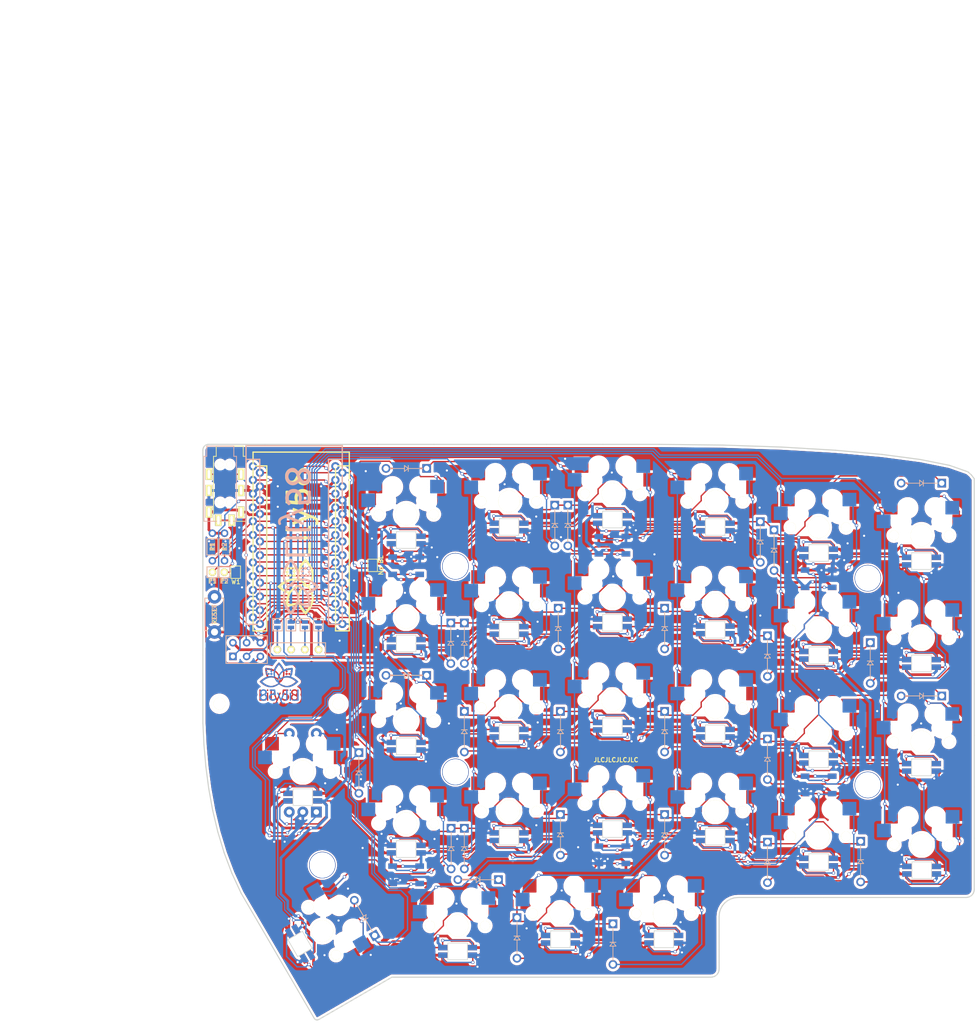
<source format=kicad_pcb>
(kicad_pcb (version 20210925) (generator pcbnew)
  (layers (0 "F.Cu" signal) (31 "B.Cu" signal) (34 "B.Paste" user) (35 "F.Paste" user) (36 "B.SilkS" user "B.Silkscreen") (37 "F.SilkS" user "F.Silkscreen") (38 "B.Mask" user) (39 "F.Mask" user) (44 "Edge.Cuts" user))
  (net 0 "")
  (net 1 "Net-(D1-Pad2)")
  (net 2 "row4")
  (net 3 "Net-(D2-Pad2)")
  (net 4 "Net-(D3-Pad2)")
  (net 5 "row0")
  (net 6 "Net-(D4-Pad2)")
  (net 7 "row1")
  (net 8 "Net-(D5-Pad2)")
  (net 9 "row2")
  (net 10 "Net-(D6-Pad2)")
  (net 11 "row3")
  (net 12 "Net-(D7-Pad2)")
  (net 13 "Net-(D8-Pad2)")
  (net 14 "Net-(D9-Pad2)")
  (net 15 "Net-(D10-Pad2)")
  (net 16 "Net-(D11-Pad2)")
  (net 17 "Net-(D12-Pad2)")
  (net 18 "Net-(D13-Pad2)")
  (net 19 "Net-(D14-Pad2)")
  (net 20 "Net-(D15-Pad2)")
  (net 21 "Net-(D16-Pad2)")
  (net 22 "Net-(D17-Pad2)")
  (net 23 "Net-(D18-Pad2)")
  (net 24 "Net-(D19-Pad2)")
  (net 25 "Net-(D20-Pad2)")
  (net 26 "Net-(D21-Pad2)")
  (net 27 "Net-(D22-Pad2)")
  (net 28 "Net-(D23-Pad2)")
  (net 29 "Net-(D24-Pad2)")
  (net 30 "Net-(D25-Pad2)")
  (net 31 "Net-(D26-Pad2)")
  (net 32 "Net-(D27-Pad2)")
  (net 33 "Net-(D28-Pad2)")
  (net 34 "VCC")
  (net 35 "GND")
  (net 36 "col0")
  (net 37 "col1")
  (net 38 "col2")
  (net 39 "col3")
  (net 40 "col4")
  (net 41 "col5")
  (net 42 "SDA")
  (net 43 "LED")
  (net 44 "SCL")
  (net 45 "RESET")
  (net 46 "Net-(D29-Pad2)")
  (net 47 "Net-(JP5-Pad1)")
  (net 48 "Net-(LED1-Pad2)")
  (net 49 "unconnected-(U1-Pad24)")
  (net 50 "unconnected-(U1-Pad7)")
  (net 51 "DATA")
  (net 52 "Net-(D30-Pad2)")
  (net 53 "Net-(LED2-Pad2)")
  (net 54 "Net-(JP2-Pad1)")
  (net 55 "Net-(JP3-Pad1)")
  (net 56 "Net-(JP4-Pad1)")
  (net 57 "Net-(J1-Pad4)")
  (net 58 "Net-(J1-Pad3)")
  (net 59 "Net-(LED3-Pad2)")
  (net 60 "Net-(LED11-Pad4)")
  (net 61 "Net-(LED13-Pad4)")
  (net 62 "Net-(LED12-Pad4)")
  (net 63 "Net-(LED7-Pad4)")
  (net 64 "Net-(LED13-Pad2)")
  (net 65 "Net-(LED15-Pad2)")
  (net 66 "Net-(D31-Pad2)")
  (net 67 "Net-(D32-Pad2)")
  (net 68 "Net-(D33-Pad4)")
  (net 69 "Net-(D34-Pad4)")
  (net 70 "Net-(LED8-Pad4)")
  (net 71 "Net-(LED19-Pad4)")
  (net 72 "Net-(LED21-Pad4)")
  (net 73 "Net-(LED23-Pad4)")
  (net 74 "Net-(LED28-Pad2)")
  (net 75 "Underglow_out")
  (net 76 "Net-(LED10-Pad2)")
  (net 77 "Net-(LED10-Pad4)")
  (net 78 "Net-(LED4-Pad2)")
  (net 79 "Net-(LED5-Pad2)")
  (net 80 "Net-(LED14-Pad2)")
  (net 81 "Net-(LED16-Pad2)")
  (net 82 "Net-(LED18-Pad2)")
  (net 83 "Net-(LED25-Pad2)")
  (net 84 "Net-(LED17-Pad2)")
  (net 85 "Net-(LED26-Pad2)")
  (net 86 "Net-(LED19-Pad2)")
  (net 87 "Net-(LED20-Pad4)")
  (net 88 "Net-(LED22-Pad4)")
  (net 89 "ENCB")
  (net 90 "ENCA")
  (net 91 "Net-(LED27-Pad2)")
  (net 92 "unconnected-(LED29-Pad2)")
  (footprint "Lily58-footprint:Diode-Doublesided-TH-7.5mm" (layer "F.Cu") (at 120.523 41.529)
    (fp_text reference "D1" hide)
    (fp_text value "D" hide)
  )
  (footprint "Lily58-footprint:Diode-Doublesided-TH-7.5mm" (layer "F.Cu") (at 147.955 52.07 90)
    (fp_text reference "D2" hide)
    (fp_text value "D" hide)
  )
  (footprint "Lily58-footprint:Diode-Doublesided-TH-7.5mm" (layer "F.Cu") (at 150.368 52.07 90)
    (fp_text reference "D3" hide)
    (fp_text value "D" hide)
  )
  (footprint "Lily58-footprint:Diode-Doublesided-TH-7.5mm" (layer "F.Cu") (at 185.928 55.118 90)
    (fp_text reference "D4" hide)
    (fp_text value "D" hide)
  )
  (footprint "Lily58-footprint:Diode-Doublesided-TH-7.5mm" (layer "F.Cu") (at 188.468 56.642 90)
    (fp_text reference "D5" hide)
    (fp_text value "D" hide)
  )
  (footprint "Lily58-footprint:Diode-Doublesided-TH-7.5mm" (layer "F.Cu") (at 215.7 44.25)
    (fp_text reference "D6" hide)
    (fp_text value "D" hide)
  )
  (footprint "Lily58-footprint:Diode-Doublesided-TH-7.5mm" (layer "F.Cu") (at 128.75 73.81875 90)
    (fp_text reference "D7" hide)
    (fp_text value "D" hide)
  )
  (footprint "Lily58-footprint:Diode-Doublesided-TH-7.5mm" (layer "F.Cu") (at 131.25254 73.81875 90)
    (fp_text reference "D8" hide)
    (fp_text value "D" hide)
  )
  (footprint "Lily58-footprint:Diode-Doublesided-TH-7.5mm" (layer "F.Cu") (at 148.59 71.12 90)
    (fp_text reference "D9" hide)
    (fp_text value "D" hide)
  )
  (footprint "Lily58-footprint:Diode-Doublesided-TH-7.5mm" (layer "F.Cu") (at 168.25 71.12 90)
    (fp_text reference "D10" hide)
    (fp_text value "D" hide)
  )
  (footprint "Lily58-footprint:Diode-Doublesided-TH-7.5mm" (layer "F.Cu") (at 187.25 76.2 90)
    (fp_text reference "D11" hide)
    (fp_text value "D" hide)
  )
  (footprint "Lily58-footprint:Diode-Doublesided-TH-7.5mm" (layer "F.Cu") (at 206.25 77.47 90)
    (fp_text reference "D12" hide)
    (fp_text value "D" hide)
  )
  (footprint "Lily58-footprint:Diode-Doublesided-TH-7.5mm" (layer "F.Cu") (at 120.523 79.756)
    (fp_text reference "D13" hide)
    (fp_text value "D" hide)
  )
  (footprint "Lily58-footprint:Diode-Doublesided-TH-7.5mm" (layer "F.Cu") (at 131.25 90.17 90)
    (fp_text reference "D14" hide)
    (fp_text value "D" hide)
  )
  (footprint "Lily58-footprint:Diode-Doublesided-TH-7.5mm" (layer "F.Cu") (at 149 90.17 90)
    (fp_text reference "D15" hide)
    (fp_text value "D" hide)
  )
  (footprint "Lily58-footprint:Diode-Doublesided-TH-7.5mm" (layer "F.Cu") (at 168.25 90.17 90)
    (fp_text reference "D16" hide)
    (fp_text value "D" hide)
  )
  (footprint "Lily58-footprint:Diode-Doublesided-TH-7.5mm" (layer "F.Cu") (at 187.25 95.25 90)
    (fp_text reference "D17" hide)
    (fp_text value "D" hide)
  )
  (footprint "Lily58-footprint:Diode-Doublesided-TH-7.5mm" (layer "F.Cu") (at 215.7 83.566)
    (fp_text reference "D18" hide)
    (fp_text value "D" hide)
  )
  (footprint "Lily58-footprint:Diode-Doublesided-TH-7.5mm" (layer "F.Cu") (at 128.8 111.76 90)
    (fp_text reference "D19" hide)
    (fp_text value "D" hide)
  )
  (footprint "Lily58-footprint:Diode-Doublesided-TH-7.5mm" (layer "F.Cu") (at 131.25 111.76 90)
    (fp_text reference "D20" hide)
    (fp_text value "D" hide)
  )
  (footprint "Lily58-footprint:Diode-Doublesided-TH-7.5mm" (layer "F.Cu") (at 149 109.22 90)
    (fp_text reference "D21" hide)
    (fp_text value "D" hide)
  )
  (footprint "Lily58-footprint:Diode-Doublesided-TH-7.5mm" (layer "F.Cu") (at 168.25 109.22 90)
    (fp_text reference "D22" hide)
    (fp_text value "D" hide)
  )
  (footprint "Lily58-footprint:Diode-Doublesided-TH-7.5mm" (layer "F.Cu") (at 187.25 114.3 90)
    (fp_text reference "D23" hide)
    (fp_text value "D" hide)
  )
  (footprint "Lily58-footprint:Diode-Doublesided-TH-7.5mm" (layer "F.Cu") (at 204.47 114.17 90)
    (fp_text reference "D24" hide)
    (fp_text value "D" hide)
  )
  (footprint "Lily58-footprint:Diode-Doublesided-TH-7.5mm" (layer "F.Cu") (at 111.76 97.79 90)
    (fp_text reference "D25" hide)
    (fp_text value "D" hide)
  )
  (footprint "Lily58-footprint:Diode-Doublesided-TH-7.5mm" (layer "F.Cu") (at 112.8 124.55 -60)
    (fp_text reference "D26" hide)
    (fp_text value "D" hide)
  )
  (footprint "Lily58-footprint:Diode-Doublesided-TH-7.5mm" (layer "F.Cu") (at 133.8 117.5)
    (fp_text reference "D27" hide)
    (fp_text value "D" hide)
  )
  (footprint "Lily58-footprint:Diode-Doublesided-TH-7.5mm" (layer "F.Cu") (at 140.97 128.27 90)
    (fp_text reference "D28" hide)
    (fp_text value "D" hide)
  )
  (footprint "Lily58-footprint:Diode-Doublesided-TH-7.5mm" (layer "F.Cu") (at 158.7 129.41 90)
    (fp_text reference "D29" hide)
    (fp_text value "D" hide)
  )
  (footprint "Lily58-footprint:RESISTOR_mini" (layer "F.Cu") (at 84.688035 56.039272 -90)
    (fp_text reference "R1")
    (fp_text value "R" hide)
  )
  (footprint "Lily58-footprint:RESISTOR_mini" (layer "F.Cu") (at 86.938035 56.039272 -90)
    (fp_text reference "R2")
    (fp_text value "R" hide)
  )
  (footprint "Lily58-footprint:MX_Socket_18mm" (layer "F.Cu") (at 120.5 50)
    (fp_text reference "SW1" hide)
    (fp_text value "SW_PUSH" hide)
  )
  (footprint "Lily58-footprint:MX_Socket_18mm" (layer "F.Cu") (at 139.5 47.6)
    (fp_text reference "SW2" hide)
    (fp_text value "SW_PUSH" hide)
  )
  (footprint "Lily58-footprint:MX_Socket_18mm" (layer "F.Cu") (at 158.6 46.21)
    (fp_text reference "SW3" hide)
    (fp_text value "SW_PUSH" hide)
  )
  (footprint "Lily58-footprint:MX_Socket_18mm" (layer "F.Cu") (at 177.6 47.6)
    (fp_text reference "SW4" hide)
    (fp_text value "SW_PUSH" hide)
  )
  (footprint "Lily58-footprint:MX_Socket_18mm" (layer "F.Cu") (at 196.7 52.4)
    (fp_text reference "SW5" hide)
    (fp_text value "SW_PUSH" hide)
  )
  (footprint "Lily58-footprint:MX_Socket_18mm" (layer "F.Cu") (at 215.7 53.9)
    (fp_text reference "SW6" hide)
    (fp_text value "SW_PUSH" hide)
  )
  (footprint "Lily58-footprint:MX_Socket_18mm" (layer "F.Cu") (at 139.5 66.7)
    (fp_text reference "SW8" hide)
    (fp_text value "SW_PUSH" hide)
  )
  (footprint "Lily58-footprint:MX_Socket_18mm" (layer "F.Cu") (at 158.6 65.3)
    (fp_text reference "SW9" hide)
    (fp_text value "SW_PUSH" hide)
  )
  (footprint "Lily58-footprint:MX_Socket_18mm" (layer "F.Cu") (at 177.6 66.6)
    (fp_text reference "SW10" hide)
    (fp_text value "SW_PUSH" hide)
  )
  (footprint "Lily58-footprint:MX_Socket_18mm" (layer "F.Cu") (at 196.7 71.3)
    (fp_text reference "SW11" hide)
    (fp_text value "SW_PUSH" hide)
  )
  (footprint "Lily58-footprint:MX_Socket_18mm" (layer "F.Cu") (at 215.7 72.8)
    (fp_text reference "SW12" hide)
    (fp_text value "SW_PUSH" hide)
  )
  (footprint "Lily58-footprint:MX_Socket_18mm" (layer "F.Cu") (at 120.5 88.1)
    (fp_text reference "SW13" hide)
    (fp_text value "SW_PUSH" hide)
  )
  (footprint "Lily58-footprint:MX_Socket_18mm" (layer "F.Cu") (at 139.5 85.7)
    (fp_text reference "SW14" hide)
    (fp_text value "SW_PUSH" hide)
  )
  (footprint "Lily58-footprint:MX_Socket_18mm" (layer "F.Cu") (at 158.6 84.4)
    (fp_text reference "SW15" hide)
    (fp_text value "SW_PUSH" hide)
  )
  (footprint "Lily58-footprint:MX_Socket_18mm" (layer "F.Cu") (at 177.6 85.7)
    (fp_text reference "SW16" hide)
    (fp_text value "SW_PUSH" hide)
  )
  (footprint "Lily58-footprint:MX_Socket_18mm" (layer "F.Cu") (at 196.7 90.5)
    (fp_text reference "SW17" hide)
    (fp_text value "SW_PUSH" hide)
  )
  (footprint "Lily58-footprint:MX_Socket_18mm" (layer "F.Cu") (at 215.7 92)
    (fp_text reference "SW18" hide)
    (fp_text value "SW_PUSH" hide)
  )
  (footprint "Lily58-footprint:MX_Socket_18mm" (layer "F.Cu") (at 120.5 107.1)
    (fp_text reference "SW19" hide)
    (fp_text value "SW_PUSH" hide)
  )
  (footprint "Lily58-footprint:MX_Socket_18mm" (layer "F.Cu") (at 139.5 104.8)
    (fp_text reference "SW20" hide)
    (fp_text value "SW_PUSH" hide)
  )
  (footprint "Lily58-footprint:MX_Socket_18mm" (layer "F.Cu") (at 158.6 103.4)
    (fp_text reference "SW21" hide)
    (fp_text value "SW_PUSH" hide)
  )
  (footprint "Lily58-footprint:MX_Socket_18mm" (layer "F.Cu") (at 177.6 104.8)
    (fp_text reference "SW22" hide)
    (fp_text value "SW_PUSH" hide)
  )
  (footprint "Lily58-footprint:MX_Socket_18mm" (layer "F.Cu") (at 196.7 109.5)
    (fp_text reference "SW23" hide)
    (fp_text value "SW_PUSH" hide)
  )
  (footprint "Lily58-footprint:MX_Socket_18mm" (layer "F.Cu") (at 215.75 111)
    (fp_text reference "SW24" hide)
    (fp_text value "SW_PUSH" hide)
  )
  (footprint "Lily58-footprint:MX_Socket_18mm" (layer "F.Cu") (at 101.4 97.5)
    (fp_text reference "SW25" hide)
    (fp_text value "SW_PUSH" hide)
  )
  (footprint "Lily58-footprint:MX_Socket_18mm" (layer "F.Cu") (at 105 127 -60)
    (fp_text reference "SW26" hide)
    (fp_text value "SW_PUSH" hide)
  )
  (footprint "Lily58-footprint:MX_Socket_18mm" (layer "F.Cu") (at 130 126)
    (fp_text reference "SW27" hide)
    (fp_text value "SW_PUSH" hide)
  )
  (footprint "Lily58-footprint:MX_Socket_18mm" (layer "F.Cu") (at 149 123.75)
    (fp_text reference "SW28" hide)
    (fp_text value "SW_PUSH" hide)
  )
  (footprint "Lily58-footprint:MX_Socket_18mm" (layer "F.Cu") (at 168.1 123.75)
    (fp_text reference "SW29" hide)
    (fp_text value "SW_PUSH" hide)
  )
  (footprint "Lily58-footprint:MJ-4PP-9" (layer "F.Cu") (at 87.9 39.3)
    (fp_text reference "J1" hide)
    (fp_text value "4PIN" hide)
  )
  (footprint "Lily58-footprint:HOLE_M2" (layer "F.Cu") (at 86 85)
    (fp_text reference "TH1" hide)
    (fp_text value "HOLE" hide)
  )
  (footprint "Lily58-footprint:HOLE_M2" (layer "F.Cu") (at 108 85)
    (fp_text reference "TH2" hide)
    (fp_text value "HOLE" hide)
  )
  (footprint "Lily58-footprint:HOLE_M2_TH" (layer "F.Cu") (at 129.6 59.6)
    (fp_text reference "TH3" hide)
    (fp_text value "HOLE" hide)
  )
  (footprint "Lily58-footprint:HOLE_M2_TH" (layer "F.Cu") (at 205.8 61.8)
    (fp_text reference "TH4" hide)
    (fp_text value "HOLE" hide)
  )
  (footprint "Lily58-footprint:HOLE_M2_TH" (layer "F.Cu") (at 129.6 97.6)
    (fp_text reference "TH5" hide)
    (fp_text value "HOLE" hide)
  )
  (footprint "Lily58-footprint:HOLE_M2_TH" (layer "F.Cu") (at 205.8 100)
    (fp_text reference "TH6" hide)
    (fp_text value "HOLE" hide)
  )
  (footprint "Lily58-footprint:HOLE_M2_TH" (layer "F.Cu") (at 105 114.8 90)
    (fp_text reference "TH7" hide)
    (fp_text value "HOLE" hide)
  )
  (footprint "Lily58-footprint:TACT_SWITCH_TVBP06" (layer "F.Cu") (at 85.09 68.5 90)
    (fp_text reference "RSW1" hide)
    (fp_text value "SW_RST" hide)
  )
  (footprint "Lily58-footprint:ProMicro_rev2" (layer "F.Cu") (at 101 55.9)
    (fp_text reference "U1" hide)
    (fp_text value "ProMicro" hide)
  )
  (footprint "Lily58-footprint:Jumper" (layer "F.Cu") (at 99.2 70.4 90)
    (fp_text reference "JP4" hide)
    (fp_text value "Jumper_NO_Small" hide)
  )
  (footprint "Lily58-footprint:Jumper" (layer "F.Cu") (at 96.7 70.4 90)
    (fp_text reference "JP5" hide)
    (fp_text value "Jumper_NO_Small" hide)
  )
  (footprint "Lily58-footprint:MY_SIL-4" (layer "F.Cu") (at 96.7 75)
    (fp_text reference "P4" hide)
    (fp_text value "OLED" hide)
  )
  (footprint "Lily58-footprint:Jumper" (layer "F.Cu") (at 101.8 70.4 90)
    (fp_text reference "JP3" hide)
    (fp_text value "Jumper_NO_Small" hide)
  )
  (footprint "Lily58-footprint:Jumper" (layer "F.Cu") (at 104.3 70.4 90)
    (fp_text reference "JP2" hide)
    (fp_text value "Jumper_NO_Small" hide)
  )
  (footprint "Lily58-footprint:ICSP" (layer "F.Cu") (at 91.023973 74.993759 90)
    (fp_text reference "P3" hide)
    (fp_text value "ICSP" hide)
  )
  (footprint "Lily58-footprint:lily58_logo_3" (layer "F.Cu") (at 100.5 55 90)
    (fp_text reference "G***" hide)
    (fp_text value "LOGO" hide)
  )
  (footprint "Lily58-footprint:lily58_logo_2" (layer "F.Cu") (at 97 81.2)
    (fp_text reference "G***" hide)
    (fp_text value "LOGO" hide)
  )
  (footprint "Lily58-footprint:SK6812MINI-E" (layer "F.Cu") (at 177.6 52.35)
    (fp_text reference "LED4")
    (fp_text value "YS-SK6812MINI-E" hide)
    (fp_line (start -1.8 -1.55) (end -1.8 1.55) (layer "Edge.Cuts") (width 0.12))
    (fp_line (start 1.8 -1.55) (end -1.8 -1.55) (layer "Edge.Cuts") (width 0.12))
    (fp_line (start -1.8 1.55) (end 1.8 1.55) (layer "Edge.Cuts") (width 0.12))
    (fp_line (start 1.8 1.55) (end 1.8 -1.55) (layer "Edge.Cuts") (width 0.12))
  )
  (footprint "Lily58-footprint:SK6812MINI-E" (layer "F.Cu") (at 100.886379 129.375 -60)
    (fp_text reference "LED26")
    (fp_text value "YS-SK6812MINI-E" hide)
    (fp_line (start -1.8 1.55) (end 1.8 1.55) (layer "Edge.Cuts") (width 0.12))
    (fp_line (start 1.8 -1.55) (end -1.8 -1.55) (layer "Edge.Cuts") (width 0.12))
    (fp_line (start -1.8 -1.55) (end -1.8 1.55) (layer "Edge.Cuts") (width 0.12))
    (fp_line (start 1.8 1.55) (end 1.8 -1.55) (layer "Edge.Cuts") (width 0.12))
  )
  (footprint "Lily58-footprint:SK6812MINI-E" (layer "F.Cu") (at 120.5 54.75)
    (fp_text reference "LED1")
    (fp_text value "YS-SK6812MINI-E" hide)
    (fp_line (start 1.8 -1.55) (end -1.8 -1.55) (layer "Edge.Cuts") (width 0.12))
    (fp_line (start 1.8 1.55) (end 1.8 -1.55) (layer "Edge.Cuts") (width 0.12))
    (fp_line (start -1.8 1.55) (end 1.8 1.55) (layer "Edge.Cuts") (width 0.12))
    (fp_line (start -1.8 -1.55) (end -1.8 1.55) (layer "Edge.Cuts") (width 0.12))
  )
  (footprint "Lily58-footprint:SK6812MINI-E" (layer "F.Cu") (at 177.6 109.55 180)
    (fp_text reference "LED22")
    (fp_text value "YS-SK6812MINI-E" hide)
    (fp_line (start 1.8 -1.55) (end -1.8 -1.55) (layer "Edge.Cuts") (width 0.12))
    (fp_line (start 1.8 1.55) (end 1.8 -1.55) (layer "Edge.Cuts") (width 0.12))
    (fp_line (start -1.8 1.55) (end 1.8 1.55) (layer "Edge.Cuts") (width 0.12))
    (fp_line (start -1.8 -1.55) (end -1.8 1.55) (layer "Edge.Cuts") (width 0.12))
  )
  (footprint "Lily58-footprint:WS2812B-double sided" (layer "F.Cu") (at 196.7 100)
    (fp_text reference "D35")
    (fp_text value "WS2812B")
  )
  (footprint "Lily58-footprint:WS2812B-double sided" (layer "F.Cu") (at 120.5 59.5 180)
    (fp_text reference "D30")
    (fp_text value "WS2812B")
  )
  (footprint "Lily58-footprint:jumper_data" (layer "F.Cu") (at 89 60.7 90)
    (fp_text reference "W1")
    (fp_text value "jumper" hide)
  )
  (footprint "Lily58-footprint:SK6812MINI-E" (layer "F.Cu") (at 149 128.5)
    (fp_text reference "LED28")
    (fp_text value "YS-SK6812MINI-E" hide)
    (fp_line (start 1.8 -1.55) (end -1.8 -1.55) (layer "Edge.Cuts") (width 0.12))
    (fp_line (start -1.8 1.55) (end 1.8 1.55) (layer "Edge.Cuts") (width 0.12))
    (fp_line (start -1.8 -1.55) (end -1.8 1.55) (layer "Edge.Cuts") (width 0.12))
    (fp_line (start 1.8 1.55) (end 1.8 -1.55) (layer "Edge.Cuts") (width 0.12))
  )
  (footprint "Lily58-footprint:WS2812B-double sided" (layer "F.Cu") (at 158.6 55.71 180)
    (fp_text reference "D31")
    (fp_text value "WS2812B")
  )
  (footprint "Lily58-footprint:WS2812B-double sided" (layer "F.Cu") (at 158.6 112.9)
    (fp_text reference "D34")
    (fp_text value "WS2812B")
  )
  (footprint "Lily58-footprint:MX_Socket_18mm" (layer "F.Cu") (at 120.5 69.1)
    (fp_text reference "SW7" hide)
    (fp_text value "SW_PUSH" hide)
  )
  (footprint "Lily58-footprint:WS2812B-double sided" (layer "F.Cu") (at 120.5 116.6)
    (fp_text reference "D33")
    (fp_text value "WS2812B")
  )
  (footprint "Lily58-footprint:1pin_conn" (layer "F.Cu") (at 86.9 60.7)
    (fp_text reference "P2")
    (fp_text value "i2c_pin" hide)
  )
  (footprint "Lily58-footprint:SK6812MINI-E" (layer "F.Cu") (at 101.4 102.25 180)
    (fp_text reference "LED25")
    (fp_text value "YS-SK6812MINI-E" hide)
    (fp_line (start -1.8 -1.55) (end -1.8 1.55) (layer "Edge.Cuts") (width 0.12))
    (fp_line (start 1.8 -1.55) (end -1.8 -1.55) (layer "Edge.Cuts") (width 0.12))
    (fp_line (start 1.8 1.55) (end 1.8 -1.55) (layer "Edge.Cuts") (width 0.12))
    (fp_line (start -1.8 1.55) (end 1.8 1.55) (layer "Edge.Cuts") (width 0.12))
  )
  (footprint "Lily58-footprint:SK6812MINI-E" (layer "F.Cu") (at 120.5 73.85 180)
    (fp_text reference "LED7")
    (fp_text value "YS-SK6812MINI-E" hide)
    (fp_line (start -1.8 1.55) (end 1.8 1.55) (layer "Edge.Cuts") (width 0.12))
    (fp_line (start 1.8 1.55) (end 1.8 -1.55) (layer "Edge.Cuts") (width 0.12))
    (fp_line (start -1.8 -1.55) (end -1.8 1.55) (layer "Edge.Cuts") (width 0.12))
    (fp_line (start 1.8 -1.55) (end -1.8 -1.55) (layer "Edge.Cuts") (width 0.12))
  )
  (footprint "Lily58-footprint:SK6812MINI-E" (layer "F.Cu") (at 158.6 89.15)
    (fp_text reference "LED15")
    (fp_text value "YS-SK6812MINI-E" hide)
    (fp_line (start 1.8 1.55) (end 1.8 -1.55) (layer "Edge.Cuts") (width 0.12))
    (fp_line (start 1.8 -1.55) (end -1.8 -1.55) (layer "Edge.Cuts") (width 0.12))
    (fp_line (start -1.8 1.55) (end 1.8 1.55) (layer "Edge.Cuts") (width 0.12))
    (fp_line (start -1.8 -1.55) (end -1.8 1.55) (layer "Edge.Cuts") (width 0.12))
  )
  (footprint "Lily58-footprint:SK6812MINI-E" (layer "F.Cu") (at 215.7 77.55 180)
    (fp_text reference "LED12")
    (fp_text value "YS-SK6812MINI-E" hide)
    (fp_line (start -1.8 1.55) (end 1.8 1.55) (layer "Edge.Cuts") (width 0.12))
    (fp_line (start 1.8 1.55) (end 1.8 -1.55) (layer "Edge.Cuts") (width 0.12))
    (fp_line (start 1.8 -1.55) (end -1.8 -1.55) (layer "Edge.Cuts") (width 0.12))
    (fp_line (start -1.8 -1.55) (end -1.8 1.55) (layer "Edge.Cuts") (width 0.12))
  )
  (footprint "Lily58-footprint:SK6812MINI-E" (layer "F.Cu") (at 215.7 58.65)
    (fp_text reference "LED6")
    (fp_text value "YS-SK6812MINI-E" hide)
    (fp_line (start -1.8 1.55) (end 1.8 1.55) (layer "Edge.Cuts") (width 0.12))
    (fp_line (start 1.8 1.55) (end 1.8 -1.55) (layer "Edge.Cuts") (width 0.12))
    (fp_line (start -1.8 -1.55) (end -1.8 1.55) (layer "Edge.Cuts") (width 0.12))
    (fp_line (start 1.8 -1.55) (end -1.8 -1.55) (layer "Edge.Cuts") (width 0.12))
  )
  (footprint "Lily58-footprint:SK6812MINI-E" (layer "F.Cu") (at 196.7 95.25)
    (fp_text reference "LED17")
    (fp_text value "YS-SK6812MINI-E" hide)
    (fp_line (start -1.8 -1.55) (end -1.8 1.55) (layer "Edge.Cuts") (width 0.12))
    (fp_line (start 1.8 1.55) (end 1.8 -1.55) (layer "Edge.Cuts") (width 0.12))
    (fp_line (start -1.8 1.55) (end 1.8 1.55) (layer "Edge.Cuts") (width 0.12))
    (fp_line (start 1.8 -1.55) (end -1.8 -1.55) (layer "Edge.Cuts") (width 0.12))
  )
  (footprint "Lily58-footprint:SK6812MINI-E" (layer "F.Cu") (at 158.6 108.15 180)
    (fp_text reference "LED21")
    (fp_text value "YS-SK6812MINI-E" hide)
    (fp_line (start -1.8 1.55) (end 1.8 1.55) (layer "Edge.Cuts") (width 0.12))
    (fp_line (start 1.8 -1.55) (end -1.8 -1.55) (layer "Edge.Cuts") (width 0.12))
    (fp_line (start 1.8 1.55) (end 1.8 -1.55) (layer "Edge.Cuts") (width 0.12))
    (fp_line (start -1.8 -1.55) (end -1.8 1.55) (layer "Edge.Cuts") (width 0.12))
  )
  (footprint "Lily58-footprint:SK6812MINI-E" (layer "F.Cu") (at 196.7 76.05 180)
    (fp_text reference "LED11")
    (fp_text value "YS-SK6812MINI-E" hide)
    (fp_line (start 1.8 1.55) (end 1.8 -1.55) (layer "Edge.Cuts") (width 0.12))
    (fp_line (start 1.8 -1.55) (end -1.8 -1.55) (layer "Edge.Cuts") (width 0.12))
    (fp_line (start -1.8 1.55) (end 1.8 1.55) (layer "Edge.Cuts") (width 0.12))
    (fp_line (start -1.8 -1.55) (end -1.8 1.55) (layer "Edge.Cuts") (width 0.12))
  )
  (footprint "Lily58-footprint:SK6812MINI-E" (layer "F.Cu") (at 158.6 50.96)
    (fp_text reference "LED3")
    (fp_text value "YS-SK6812MINI-E" hide)
    (fp_line (start -1.8 -1.55) (end -1.8 1.55) (layer "Edge.Cuts") (width 0.12))
    (fp_line (start 1.8 -1.55) (end -1.8 -1.55) (layer "Edge.Cuts") (width 0.12))
    (fp_line (start 1.8 1.55) (end 1.8 -1.55) (layer "Edge.Cuts") (width 0.12))
    (fp_line (start -1.8 1.55) (end 1.8 1.55) (layer "Edge.Cuts") (width 0.12))
  )
  (footprint "Lily58-footprint:WS2812B-double sided" (layer "F.Cu") (at 196.7 61.9 180)
    (fp_text reference "D32")
    (fp_text value "WS2812B")
  )
  (footprint "Lily58-footprint:SK6812MINI-E" (layer "F.Cu") (at 215.7 96.75)
    (fp_text reference "LED18")
    (fp_text value "YS-SK6812MINI-E" hide)
    (fp_line (start 1.8 -1.55) (end -1.8 -1.55) (layer "Edge.Cuts") (width 0.12))
    (fp_line (start -1.8 -1.55) (end -1.8 1.55) (layer "Edge.Cuts") (width 0.12))
    (fp_line (start -1.8 1.55) (end 1.8 1.55) (layer "Edge.Cuts") (width 0.12))
    (fp_line (start 1.8 1.55) (end 1.8 -1.55) (layer "Edge.Cuts") (width 0.12))
  )
  (footprint "Lily58-footprint:SK6812MINI-E" (layer "F.Cu") (at 139.5 109.55 180)
    (fp_text reference "LED20")
    (fp_text value "YS-SK6812MINI-E" hide)
    (fp_line (start -1.8 -1.55) (end -1.8 1.55) (layer "Edge.Cuts") (width 0.12))
    (fp_line (start 1.8 1.55) (end 1.8 -1.55) (layer "Edge.Cuts") (width 0.12))
    (fp_line (start 1.8 -1.55) (end -1.8 -1.55) (layer "Edge.Cuts") (width 0.12))
    (fp_line (start -1.8 1.55) (end 1.8 1.55) (layer "Edge.Cuts") (width 0.12))
  )
  (footprint "Lily58-footprint:SK6812MINI-E" (layer "F.Cu") (at 139.5 90.45)
    (fp_text reference "LED14")
    (fp_text value "YS-SK6812MINI-E" hide)
    (fp_line (start -1.8 1.55) (end 1.8 1.55) (layer "Edge.Cuts") (width 0.12))
    (fp_line (start -1.8 -1.55) (end -1.8 1.55) (layer "Edge.Cuts") (width 0.12))
    (fp_line (start 1.8 -1.55) (end -1.8 -1.55) (layer "Edge.Cuts") (width 0.12))
    (fp_line (start 1.8 1.55) (end 1.8 -1.55) (layer "Edge.Cuts") (width 0.12))
  )
  (footprint "Lily58-footprint:SK6812MINI-E" (layer "F.Cu") (at 196.7 57.15)
    (fp_text reference "LED5")
    (fp_text value "YS-SK6812MINI-E" hide)
    (fp_line (start 1.8 -1.55) (end -1.8 -1.55) (layer "Edge.Cuts") (width 0.12))
    (fp_line (start -1.8 1.55) (end 1.8 1.55) (layer "Edge.Cuts") (width 0.12))
    (fp_line (start -1.8 -1.55) (end -1.8 1.55) (layer "Edge.Cuts") (width 0.12))
    (fp_line (start 1.8 1.55) (end 1.8 -1.55) (layer "Edge.Cuts") (width 0.12))
  )
  (footprint "Lily58-footprint:Jumper" (layer "F.Cu") (at 114.3 59.436 -90)
    (fp_text reference "JP1" hide)
    (fp_text value "Jumper_NO_Small" hide)
  )
  (footprint "Lily58-footprint:SK6812MINI-E" (layer "F.Cu") (at 139.5 71.45 180)
    (fp_text reference "LED8")
    (fp_text value "YS-SK6812MINI-E" hide)
    (fp_line (start 1.8 -1.55) (end -1.8 -1.55) (layer "Edge.Cuts") (width 0.12))
    (fp_line (start -1.8 -1.55) (end -1.8 1.55) (layer "Edge.Cuts") (width 0.12))
    (fp_line (start 1.8 1.55) (end 1.8 -1.55) (layer "Edge.Cuts") (width 0.12))
    (fp_line (start -1.8 1.55) (end 1.8 1.55) (layer "Edge.Cuts") (width 0.12))
  )
  (footprint "Lily58-footprint:SK6812MINI-E" (layer "F.Cu") (at 168.1 128.5)
    (fp_text reference "LED29")
    (fp_text value "YS-SK6812MINI-E" hide)
    (fp_line (start 1.8 -1.55) (end -1.8 -1.55) (layer "Edge.Cuts") (width 0.12))
    (fp_line (start 1.8 1.55) (end 1.8 -1.55) (layer "Edge.Cuts") (width 0.12))
    (fp_line (start -1.8 1.55) (end 1.8 1.55) (layer "Edge.Cuts") (width 0.12))
    (fp_line (start -1.8 -1.55) (end -1.8 1.55) (layer "Edge.Cuts") (width 0.12))
  )
  (footprint "Lily58-footprint:SK6812MINI-E" (layer "F.Cu") (at 196.7 114.25 180)
    (fp_text reference "LED23")
    (fp_text value "YS-SK6812MINI-E" hide)
    (fp_line (start -1.8 1.55) (end 1.8 1.55) (layer "Edge.Cuts") (width 0.12))
    (fp_line (start 1.8 -1.55) (end -1.8 -1.55) (layer "Edge.Cuts") (width 0.12))
    (fp_line (start -1.8 -1.55) (end -1.8 1.55) (layer "Edge.Cuts") (width 0.12))
    (fp_line (start 1.8 1.55) (end 1.8 -1.55) (layer "Edge.Cuts") (width 0.12))
  )
  (footprint "Lily58-footprint:SK6812MINI-E" (layer "F.Cu") (at 215.75 115.75 180)
    (fp_text reference "LED24")
    (fp_text value "YS-SK6812MINI-E" hide)
    (fp_line (start 1.8 1.55) (end 1.8 -1.55) (layer "Edge.Cuts") (width 0.12))
    (fp_line (start -1.8 -1.55) (end -1.8 1.55) (layer "Edge.Cuts") (width 0.12))
    (fp_line (start 1.8 -1.55) (end -1.8 -1.55) (layer "Edge.Cuts") (width 0.12))
    (fp_line (start -1.8 1.55) (end 1.8 1.55) (layer "Edge.Cuts") (width 0.12))
  )
  (footprint "Lily58-footprint:1pin_conn" (layer "F.Cu") (at 84.7 60.7)
    (fp_text reference "P1")
    (fp_text value "i2c_pin" hide)
  )
  (footprint "Lily58-footprint:SK6812MINI-E" (layer "F.Cu") (at 130 130.75)
    (fp_text reference "LED27")
    (fp_text value "YS-SK6812MINI-E" hide)
    (fp_line (start -1.8 1.55) (end 1.8 1.55) (layer "Edge.Cuts") (width 0.12))
    (fp_line (start -1.8 -1.55) (end -1.8 1.55) (layer "Edge.Cuts") (width 0.12))
    (fp_line (start 1.8 -1.55) (end -1.8 -1.55) (layer "Edge.Cuts") (width 0.12))
    (fp_line (start 1.8 1.55) (end 1.8 -1.55) (layer "Edge.Cuts") (width 0.12))
  )
  (footprint "Lily58-footprint:SK6812MINI-E" (layer "F.Cu") (at 177.6 71.35 180)
    (fp_text reference "LED10")
    (fp_text value "YS-SK6812MINI-E" hide)
    (fp_line (start 1.8 -1.55) (end -1.8 -1.55) (layer "Edge.Cuts") (width 0.12))
    (fp_line (start 1.8 1.55) (end 1.8 -1.55) (layer "Edge.Cuts") (width 0.12))
    (fp_line (start -1.8 1.55) (end 1.8 1.55) (layer "Edge.Cuts") (width 0.12))
    (fp_line (start -1.8 -1.55) (end -1.8 1.55) (layer "Edge.Cuts") (width 0.12))
  )
  (footprint "Lily58-footprint:SK6812MINI-E" (layer "F.Cu") (at 120.5 92.85)
    (fp_text reference "LED13")
    (fp_text value "YS-SK6812MINI-E" hide)
    (fp_line (start -1.8 -1.55) (end -1.8 1.55) (layer "Edge.Cuts") (width 0.12))
    (fp_line (start -1.8 1.55) (end 1.8 1.55) (layer "Edge.Cuts") (width 0.12))
    (fp_line (start 1.8 1.55) (end 1.8 -1.55) (layer "Edge.Cuts") (width 0.12))
    (fp_line (start 1.8 -1.55) (end -1.8 -1.55) (layer "Edge.Cuts") (width 0.12))
  )
  (footprint "Lily58-footprint:SK6812MINI-E" (layer "F.Cu") (at 120.5 111.85 180)
    (fp_text reference "LED19")
    (fp_text value "YS-SK6812MINI-E" hide)
    (fp_line (start -1.8 -1.55) (end -1.8 1.55) (layer "Edge.Cuts") (width 0.12))
    (fp_line (start -1.8 1.55) (end 1.8 1.55) (layer "Edge.Cuts") (width 0.12))
    (fp_line (start 1.8 -1.55) (end -1.8 -1.55) (layer "Edge.Cuts") (width 0.12))
    (fp_line (start 1.8 1.55) (end 1.8 -1.55) (layer "Edge.Cuts") (width 0.12))
  )
  (footprint "Lily58-footprint:SK6812MINI-E" (layer "F.Cu") (at 139.5 52.35)
    (fp_text reference "LED2")
    (fp_text value "YS-SK6812MINI-E" hide)
    (fp_line (start -1.8 -1.55) (end -1.8 1.55) (layer "Edge.Cuts") (width 0.12))
    (fp_line (start 1.8 1.55) (end 1.8 -1.55) (layer "Edge.Cuts") (width 0.12))
    (fp_line (start 1.8 -1.55) (end -1.8 -1.55) (layer "Edge.Cuts") (width 0.12))
    (fp_line (start -1.8 1.55) (end 1.8 1.55) (layer "Edge.Cuts") (width 0.12))
  )
  (footprint "Lily58-footprint:SK6812MINI-E" (layer "F.Cu") (at 158.6 70.05 180)
    (fp_text reference "LED9")
    (fp_text value "YS-SK6812MINI-E" hide)
    (fp_line (start 1.8 -1.55) (end -1.8 -1.55) (layer "Edge.Cuts") (width 0.12))
    (fp_line (start -1.8 -1.55) (end -1.8 1.55) (layer "Edge.Cuts") (width 0.12))
    (fp_line (start -1.8 1.55) (end 1.8 1.55) (layer "Edge.Cuts") (width 0.12))
    (fp_line (start 1.8 1.55) (end 1.8 -1.55) (layer "Edge.Cuts") (width 0.12))
  )
  (footprint "Lily58-footprint:SK6812MINI-E" (layer "F.Cu") (at 177.6 90.45)
    (fp_text reference "LED16")
    (fp_text value "YS-SK6812MINI-E" hide)
    (fp_line (start 1.8 1.55) (end 1.8 -1.55) (layer "Edge.Cuts") (width 0.12))
    (fp_line (start 1.8 -1.55) (end -1.8 -1.55) (layer "Edge.Cuts") (width 0.12))
    (fp_line (start -1.8 -1.55) (end -1.8 1.55) (layer "Edge.Cuts") (width 0.12))
    (fp_line (start -1.8 1.55) (end 1.8 1.55) (layer "Edge.Cuts") (width 0.12))
  )
  (footprint "Lily58-footprint:lily58_logo_2" (layer "B.Cu") (at 97 81.2 180)
    (fp_text reference "G***" hide)
    (fp_text value "LOGO" hide)
  )
  (footprint "Lily58-footprint:Jumper" (layer "B.Cu") (at 104.3 70.4 90)
    (fp_text reference "JP6" hide)
    (fp_text value "Jumper_NO_Small" hide)
  )
  (footprint "Lily58-footprint:Jumper" (layer "B.Cu") (at 101.8 70.4 90)
    (fp_text reference "JP7" hide)
    (fp_text value "Jumper_NO_Small" hide)
  )
  (footprint "Lily58-footprint:Jumper" (layer "B.Cu") (at 99.2 70.4 90)
    (fp_text reference "JP8" hide)
    (fp_text value "Jumper_NO_Small" hide)
  )
  (footprint "Lily58-footprint:Jumper" (layer "B.Cu") (at 96.7 70.4 90)
    (fp_text reference "JP9" hide)
    (fp_text value "Jumper_NO_Small" hide)
  )
  (footprint "Lily58-footprint:lily58_logo_3" (layer "B.Cu") (at 100.6 55 90)
    (fp_text reference "G***" hide)
    (fp_text value "LOGO" hide)
  )
  (footprint "Lily58-footprint:RotaryEncoder_EC11-no-legs_noSS" (layer "B.Cu") (at 101.4 97.5 90)
    (fp_text reference "SW30")
    (fp_text value "RotaryEncoder_Switch")
  )
  (gr_line (start 104.803877 37.086762) (end 94.4 37.086762) (layer "Edge.Cuts") (width 0.2))
  (gr_line (start 82.937528 82.285296) (end 82.937528 75.978362) (layer "Edge.Cuts") (width 0.2))
  (gr_line (start 82.937528 75.978362) (end 82.937528 69.671429) (layer "Edge.Cuts") (width 0.2))
  (gr_line (start 82.937528 88.592229) (end 82.937528 82.285296) (layer "Edge.Cuts") (width 0.2))
  (gr_line (start 177.658308 135.25566) (end 177.4035 135.393876) (layer "Edge.Cuts") (width 0.2))
  (gr_line (start 83.776462 37.108075) (end 83.98821 37.086762) (layer "Edge.Cuts") (width 0.2))
  (gr_line (start 93.344258 125.721062) (end 95.019952 128.587381) (layer "Edge.Cuts") (width 0.2))
  (gr_line (start 224.544152 120.671952) (end 224.262495 120.759288) (layer "Edge.Cuts") (width 0.2))
  (gr_line (start 162.080304 135.511658) (end 169.449826 135.511658) (layer "Edge.Cuts") (width 0.2))
  (gr_line (start 225.46 71.881623) (end 225.46 81.363245) (layer "Edge.Cuts") (width 0.2))
  (gr_line (start 112.83523 138.421062) (end 114.510925 137.450923) (layer "Edge.Cuts") (width 0.2))
  (gr_line (start 111.159536 139.391201) (end 112.83523 138.421062) (layer "Edge.Cuts") (width 0.2))
  (gr_line (start 94.4 37.086762) (end 83.98821 37.086762) (layer "Edge.Cuts") (width 0.2))
  (gr_line (start 91.668563 122.854742) (end 93.344258 125.721062) (layer "Edge.Cuts") (width 0.2))
  (gr_line (start 178.319348 130.379933) (end 178.319348 131.597973) (layer "Edge.Cuts") (width 0.2))
  (gr_line (start 89.992869 119.988423) (end 91.668563 122.854742) (layer "Edge.Cuts") (width 0.2))
  (gr_line (start 178.319348 124.289735) (end 178.390391 123.583911) (layer "Edge.Cuts") (width 0.2))
  (gr_line (start 225.459999 119.289735) (end 225.429552 119.592231) (layer "Edge.Cuts") (width 0.2))
  (gr_line (start 125.619545 37.086762) (end 115.211711 37.086762) (layer "Edge.Cuts") (width 0.2))
  (gr_line (start 125.232695 135.511658) (end 132.602217 135.511658) (layer "Edge.Cuts") (width 0.2))
  (gr_line (start 225.46 100.32649) (end 225.46 109.808112) (layer "Edge.Cuts") (width 0.2))
  (gr_line (start 181.113524 120.860778) (end 181.819348 120.789735) (layer "Edge.Cuts") (width 0.2))
  (gr_line (start 225.204001 120.128696) (end 225.020912 120.350648) (layer "Edge.Cuts") (width 0.2))
  (gr_line (start 225.46 109.808112) (end 225.46 119.289735) (layer "Edge.Cuts") (width 0.2))
  (gr_line (start 218.692418 120.789735) (end 223.959999 120.789735) (layer "Edge.Cuts") (width 0.2))
  (gr_line (start 103.714328 143.322532) (end 103.84247 143.386445) (layer "Edge.Cuts") (width 0.2))
  (gr_line (start 197.622092 120.789735) (end 202.889673 120.789735) (layer "Edge.Cuts") (width 0.2))
  (gr_line (start 224.79896 120.533736) (end 224.544152 120.671952) (layer "Edge.Cuts") (width 0.2))
  (gr_line (start 103.491837 143.08815) (end 103.597295 143.222884) (layer "Edge.Cuts") (width 0.2))
  (gr_line (start 208.157255 120.789735) (end 213.424836 120.789735) (layer "Edge.Cuts") (width 0.2))
  (gr_line (start 82.959523 37.925015) (end 83.020657 37.727855) (layer "Edge.Cuts") (width 0.2))
  (gr_line (start 215.525697 39.885159) (end 208.420758 38.945561) (layer "Edge.Cuts") (width 0.2))
  (gr_line (start 224.9 42.7) (end 225.46 43.436755) (layer "Edge.Cuts") (width 0.2))
  (gr_line (start 178.319348 134.011658) (end 178.288901 134.314154) (layer "Edge.Cuts") (width 0.2))
  (gr_line (start 101.72273 140.052659) (end 103.398425 142.918979) (layer "Edge.Cuts") (width 0.2))
  (gr_line (start 225.46 43.436755) (end 225.46 52.918378) (layer "Edge.Cuts") (width 0.2))
  (gr_line (start 83.020657 37.727855) (end 83.117409 37.549489) (layer "Edge.Cuts") (width 0.2))
  (gr_line (start 84.020972 100.690825) (end 84.747083 104.695246) (layer "Edge.Cuts") (width 0.2))
  (gr_line (start 225.46 62.4) (end 225.46 71.881623) (layer "Edge.Cuts") (width 0.2))
  (gr_line (start 88.291758 116.318073) (end 89.992869 119.988423) (layer "Edge.Cuts") (width 0.2))
  (gr_line (start 139.971738 135.511658) (end 147.34126 135.511658) (layer "Edge.Cuts") (width 0.2))
  (gr_line (start 178.390391 123.583911) (end 178.594174 122.926713) (layer "Edge.Cuts") (width 0.2))
  (gr_line (start 178.916678 122.33216) (end 179.343884 121.814271) (layer "Edge.Cuts") (width 0.2))
  (gr_line (start 178.319348 124.289735) (end 178.319348 125.507775) (layer "Edge.Cuts") (width 0.2))
  (gr_line (start 208.420758 38.945561) (end 199.807654 38.170488) (layer "Edge.Cuts") (width 0.2))
  (gr_line (start 189.919538 37.585374) (end 178.989563 37.215654) (layer "Edge.Cuts") (width 0.2))
  (gr_line (start 116.186619 136.480784) (end 117.862313 135.510645) (layer "Edge.Cuts") (width 0.2))
  (gr_line (start 156.843047 37.086762) (end 146.435213 37.086762) (layer "Edge.Cuts") (width 0.2))
  (gr_line (start 178.063349 134.850619) (end 177.880261 135.072571) (layer "Edge.Cuts") (width 0.2))
  (gr_line (start 147.34126 135.511658) (end 154.710782 135.511658) (layer "Edge.Cuts") (width 0.2))
  (gr_line (start 177.880261 135.072571) (end 177.658308 135.25566) (layer "Edge.Cuts") (width 0.2))
  (gr_line (start 224.262495 120.759288) (end 223.959999 120.789735) (layer "Edge.Cuts") (width 0.2))
  (gr_line (start 104.130206 143.404468) (end 104.288864 143.357278) (layer "Edge.Cuts") (width 0.2))
  (gr_line (start 224.9 42.7) (end 224.278471 42.15619) (layer "Edge.Cuts") (width 0.2))
  (gr_line (start 82.937528 50.750629) (end 82.937528 44.443695) (layer "Edge.Cuts") (width 0.2))
  (gr_line (start 82.937528 44.443695) (end 82.937528 38.136762) (layer "Edge.Cuts") (width 0.2))
  (gr_line (start 178.319348 127.943854) (end 178.319348 129.161894) (layer "Edge.Cuts") (width 0.2))
  (gr_line (start 107.808147 141.331479) (end 109.483841 140.36134) (layer "Edge.Cuts") (width 0.2))
  (gr_line (start 225.429552 119.592231) (end 225.342217 119.873887) (layer "Edge.Cuts") (width 0.2))
  (gr_line (start 132.602217 135.511658) (end 139.971738 135.511658) (layer "Edge.Cuts") (width 0.2))
  (gr_line (start 83.24557 37.394123) (end 83.400937 37.265961) (layer "Edge.Cuts") (width 0.2))
  (gr_line (start 82.937528 38.136762) (end 82.959523 37.925015) (layer "Edge.Cuts") (width 0.2))
  (gr_line (start 220.889319 40.963847) (end 215.525697 39.885159) (layer "Edge.Cuts") (width 0.2))
  (gr_line (start 95.019952 128.587381) (end 96.695647 131.453701) (layer "Edge.Cuts") (width 0.2))
  (gr_line (start 178.319348 131.597973) (end 178.319348 132.816013) (layer "Edge.Cuts") (width 0.2))
  (gr_line (start 225.020912 120.350648) (end 224.79896 120.533736) (layer "Edge.Cuts") (width 0.2))
  (gr_line (start 178.319348 126.725814) (end 178.319348 127.943854) (layer "Edge.Cuts") (width 0.2))
  (gr_line (start 213.424836 120.789735) (end 218.692418 120.789735) (layer "Edge.Cuts") (width 0.2))
  (gr_line (start 178.594174 122.926713) (end 178.916678 122.33216) (layer "Edge.Cuts") (width 0.2))
  (gr_line (start 225.342217 119.873887) (end 225.204001 120.128696) (layer "Edge.Cuts") (width 0.2))
  (gr_line (start 167.250881 37.086762) (end 156.843047 37.086762) (layer "Edge.Cuts") (width 0.2))
  (gr_line (start 180.456326 121.064561) (end 181.113524 120.860778) (layer "Edge.Cuts") (width 0.2))
  (gr_line (start 83.13569 92.617561) (end 83.490297 96.657663) (layer "Edge.Cuts") (width 0.2))
  (gr_line (start 103.597295 143.222884) (end 103.714328 143.322532) (layer "Edge.Cuts") (width 0.2))
  (gr_line (start 117.862313 135.510645) (end 125.232695 135.511658) (layer "Edge.Cuts") (width 0.2))
  (gr_line (start 109.483841 140.36134) (end 111.159536 139.391201) (layer "Edge.Cuts") (width 0.2))
  (gr_line (start 225.46 81.363245) (end 225.46 90.844867) (layer "Edge.Cuts") (width 0.2))
  (gr_line (start 96.695647 131.453701) (end 98.371341 134.32002) (layer "Edge.Cuts") (width 0.2))
  (gr_line (start 115.211711 37.086762) (end 104.803877 37.086762) (layer "Edge.Cuts") (width 0.2))
  (gr_line (start 224.278471 42.15619) (end 220.889319 40.963847) (layer "Edge.Cuts") (width 0.2))
  (gr_line (start 82.937528 57.057562) (end 82.937528 50.750629) (layer "Edge.Cuts") (width 0.2))
  (gr_line (start 202.889673 120.789735) (end 208.157255 120.789735) (layer "Edge.Cuts") (width 0.2))
  (gr_line (start 82.937528 63.364495) (end 82.937528 57.057562) (layer "Edge.Cuts") (width 0.2))
  (gr_line (start 178.288901 134.314154) (end 178.201565 134.59581) (layer "Edge.Cuts") (width 0.2))
  (gr_line (start 103.398425 142.918979) (end 103.491837 143.08815) (layer "Edge.Cuts") (width 0.2))
  (gr_line (start 83.117409 37.549489) (end 83.24557 37.394123) (layer "Edge.Cuts") (width 0.2))
  (gr_line (start 199.807654 38.170488) (end 189.919538 37.585374) (layer "Edge.Cuts") (width 0.2))
  (gr_line (start 192.354511 120.789735) (end 197.622092 120.789735) (layer "Edge.Cuts") (width 0.2))
  (gr_line (start 179.343884 121.814271) (end 179.861773 121.387065) (layer "Edge.Cuts") (width 0.2))
  (gr_line (start 187.086929 120.789735) (end 192.354511 120.789735) (layer "Edge.Cuts") (width 0.2))
  (gr_line (start 178.201565 134.59581) (end 178.063349 134.850619) (layer "Edge.Cuts") (width 0.2))
  (gr_line (start 178.319348 125.507775) (end 178.319348 126.725814) (layer "Edge.Cuts") (width 0.2))
  (gr_line (start 100.047036 137.18634) (end 101.72273 140.052659) (layer "Edge.Cuts") (width 0.2))
  (gr_line (start 178.319348 132.816013) (end 178.319348 134.011658) (layer "Edge.Cuts") (width 0.2))
  (gr_line (start 103.981252 143.413974) (end 104.130206 143.404468) (layer "Edge.Cuts") (width 0.2))
  (gr_line (start 225.46 90.844867) (end 225.46 100.32649) (layer "Edge.Cuts") (width 0.2))
  (gr_line (start 104.456758 143.271756) (end 106.132452 142.301617) (layer "Edge.Cuts") (width 0.2))
  (gr_line (start 146.435213 37.086762) (end 136.027379 37.086762) (layer "Edge.Cuts") (width 0.2))
  (gr_line (start 98.371341 134.32002) (end 100.047036 137.18634) (layer "Edge.Cuts") (width 0.2))
  (gr_line (start 178.989563 37.215654) (end 167.250881 37.086762) (layer "Edge.Cuts") (width 0.2))
  (gr_line (start 82.937528 69.671429) (end 82.937528 63.364495) (layer "Edge.Cuts") (width 0.2))
  (gr_line (start 225.46 52.918378) (end 225.46 62.4) (layer "Edge.Cuts") (width 0.2))
  (gr_line (start 103.84247 143.386445) (end 103.981252 143.413974) (layer "Edge.Cuts") (width 0.2))
  (gr_line (start 177.121844 135.481211) (end 176.819348 135.511658) (layer "Edge.Cuts") (width 0.2))
  (gr_line (start 136.027379 37.086762) (end 125.619545 37.086762) (layer "Edge.Cuts") (width 0.2))
  (gr_line (start 154.710782 135.511658) (end 162.080304 135.511658) (layer "Edge.Cuts") (width 0.2))
  (gr_line (start 169.449826 135.511658) (end 176.819348 135.511658) (layer "Edge.Cuts") (width 0.2))
  (gr_line (start 177.4035 135.393876) (end 177.121844 135.481211) (layer "Edge.Cuts") (width 0.2))
  (gr_line (start 104.288864 143.357278) (end 104.456758 143.271756) (layer "Edge.Cuts") (width 0.2))
  (gr_line (start 114.510925 137.450923) (end 116.186619 136.480784) (layer "Edge.Cuts") (width 0.2))
  (gr_line (start 84.747083 104.695246) (end 85.688004 108.649127) (layer "Edge.Cuts") (width 0.2))
  (gr_line (start 86.863105 112.53067) (end 88.291758 116.318073) (layer "Edge.Cuts") (width 0.2))
  (gr_line (start 179.861773 121.387065) (end 180.456326 121.064561) (layer "Edge.Cuts") (width 0.2))
  (gr_line (start 83.579303 37.16921) (end 83.776462 37.108075) (layer "Edge.Cuts") (width 0.2))
  (gr_line (start 85.688004 108.649127) (end 86.863105 112.53067) (layer "Edge.Cuts") (width 0.2))
  (gr_line (start 106.132452 142.301617) (end 107.808147 141.331479) (layer "Edge.Cuts") (width 0.2))
  (gr_line (start 83.400937 37.265961) (end 83.579303 37.16921) (layer "Edge.Cuts") (width 0.2))
  (gr_line (start 83.490297 96.657663) (end 84.020972 100.690825) (layer "Edge.Cuts") (width 0.2))
  (gr_line (start 181.819348 120.789735) (end 187.086929 120.789735) (layer "Edge.Cuts") (width 0.2))
  (gr_line (start 82.937528 88.592229) (end 83.13569 92.617561) (layer "Edge.Cuts") (width 0.2))
  (gr_line (start 178.319348 129.161894) (end 178.319348 130.379933) (layer "Edge.Cuts") (width 0.2))
  (gr_text "JLCJLCJLCJLC" (at 159.258 95.377) (layer "F.SilkS") (effects (font (size 0.8 0.8) (thickness 0.18))))
  (gr_text "No BL" (at 115.824 59.436 90) (layer "F.SilkS") (effects (font (size 0.8 0.8) (thickness 0.18))))
  (segment (start 126.357479 43.045479) (end 125.976479 43.045479) (width 0.25) (layer "F.Cu") (net 1))
  (segment (start 123.182479 43.045479) (end 121.666 41.529) (width 0.25) (layer "F.Cu") (net 1))
  (segment (start 127.5 44.188) (end 126.357479 43.045479) (width 0.25) (layer "F.Cu") (net 1))
  (segment (start 121.666 41.529) (end 116.773 41.529) (width 0.25) (layer "F.Cu") (net 1))
  (segment (start 127.5 47.42) (end 127.5 44.188) (width 0.25) (layer "F.Cu") (net 1))
  (segment (start 125.976479 43.045479) (end 123.182479 43.045479) (width 0.25) (layer "F.Cu") (net 1))
  (via (at 125.976479 43.045479) (size 0.6) (drill 0.4) (layers "F.Cu" "B.Cu") (net 1))
  (segment (start 126.2 43.269) (end 125.976479 43.045479) (width 0.25) (layer "B.Cu") (net 1))
  (segment (start 126.2 44.88) (end 126.2 43.269) (width 0.25) (layer "B.Cu") (net 1))
  (segment (start 146.431 122.809) (end 148.209 121.031) (width 0.25) (layer "F.Cu") (net 2))
  (segment (start 104.589139 66.875961) (end 95.865159 66.875961) (width 0.25) (layer "F.Cu") (net 2))
  (segment (start 117.140024 129.65) (end 115.777405 129.65) (width 0.25) (layer "F.Cu") (net 2))
  (segment (start 146.431 123.571) (end 146.431 122.809) (width 0.25) (layer "F.Cu") (net 2))
  (segment (start 95.865159 66.875961) (end 93.67112 69.07) (width 0.25) (layer "F.Cu") (net 2))
  (segment (start 149.86 121.031) (end 151.638 122.809) (width 0.25) (layer "F.Cu") (net 2))
  (segment (start 153.6 125.66) (end 158.7 125.66) (width 0.25) (layer "F.Cu") (net 2))
  (segment (start 114.675 128.547595) (end 114.675 127.797595) (width 0.25) (layer "F.Cu") (net 2))
  (segment (start 151.638 122.809) (end 151.638 123.698) (width 0.25) (layer "F.Cu") (net 2))
  (segment (start 137.55 117.5) (end 137.55 117.55) (width 0.25) (layer "F.Cu") (net 2))
  (segment (start 137.55 117.55) (end 140.97 120.97) (width 0.25) (layer "F.Cu") (net 2))
  (segment (start 117.951544 128.83848) (end 117.140024 129.65) (width 0.25) (layer "F.Cu") (net 2))
  (segment (start 141.672 125.222) (end 144.78 125.222) (width 0.25) (layer "F.Cu") (net 2))
  (segment (start 127.381 125.984) (end 124.52652 128.83848) (width 0.25) (layer "F.Cu") (net 2))
  (segment (start 93.67112 69.07) (end 92.18 69.07) (width 0.25) (layer "F.Cu") (net 2))
  (segment (start 140.97 120.97) (end 140.97 124.52) (width 0.25) (layer "F.Cu") (net 2))
  (segment (start 105.731589 68.018411) (end 104.589139 66.875961) (width 0.25) (layer "F.Cu") (net 2))
  (segment (start 140.53 124.52) (end 137.5 127.55) (width 0.25) (layer "F.Cu") (net 2))
  (segment (start 144.78 125.222) (end 146.431 123.571) (width 0.25) (layer "F.Cu") (net 2))
  (segment (start 127.381 125.095) (end 127.381 125.984) (width 0.25) (layer "F.Cu") (net 2))
  (segment (start 132.715 125.222) (end 130.81 123.317) (width 0.25) (layer "F.Cu") (net 2))
  (segment (start 124.52652 128.83848) (end 117.951544 128.83848) (width 0.25) (layer "F.Cu") (net 2))
  (segment (start 115.777405 129.65) (end 114.675 128.547595) (width 0.25) (layer "F.Cu") (net 2))
  (segment (start 137.5 127.55) (end 134.154 127.55) (width 0.25) (layer "F.Cu") (net 2))
  (segment (start 140.97 124.52) (end 140.53 124.52) (width 0.25) (layer "F.Cu") (net 2))
  (segment (start 132.715 126.111) (end 132.715 125.222) (width 0.25) (layer "F.Cu") (net 2))
  (segment (start 148.209 121.031) (end 149.86 121.031) (width 0.25) (layer "F.Cu") (net 2))
  (segment (start 129.159 123.317) (end 127.381 125.095) (width 0.25) (layer "F.Cu") (net 2))
  (segment (start 134.154 127.55) (end 132.715 126.111) (width 0.25) (layer "F.Cu") (net 2))
  (segment (start 130.81 123.317) (end 129.159 123.317) (width 0.25) (layer "F.Cu") (net 2))
  (segment (start 151.638 123.698) (end 153.6 125.66) (width 0.25) (layer "F.Cu") (net 2))
  (segment (start 140.97 124.52) (end 141.672 125.222) (width 0.25) (layer "F.Cu") (net 2))
  (via (at 105.731589 68.018411) (size 0.6) (drill 0.4) (layers "F.Cu" "B.Cu") (net 2))
  (segment (start 110.724041 79.257919) (end 110.724041 93.004041) (width 0.25) (layer "B.Cu") (net 2))
  (segment (start 111.76 94.04) (end 109.982 95.818) (width 0.25) (layer "B.Cu") (net 2))
  (segment (start 111.10048 106.40148) (end 114.175 109.476) (width 0.25) (layer "B.Cu") (net 2))
  (segment (start 109.982 99.280493) (end 109.80048 99.462013) (width 0.25) (layer "B.Cu") (net 2))
  (segment (start 105.731589 69.536589) (end 106.460745 70.265745) (width 0.25) (layer "B.Cu") (net 2))
  (segment (start 106.460745 70.265745) (end 108.718815 70.265745) (width 0.25) (layer "B.Cu") (net 2))
  (segment (start 120.75 126.75) (end 118.452405 129.047595) (width 0.25) (layer "B.Cu") (net 2))
  (segment (start 109.982 95.818) (end 109.982 99.280493) (width 0.25) (layer "B.Cu") (net 2))
  (segment (start 118.452405 129.047595) (end 115.175 129.047595) (width 0.25) (layer "B.Cu") (net 2))
  (segment (start 114.175 116.391197) (end 117.257843 119.47404) (width 0.25) (layer "B.Cu") (net 2))
  (segment (start 120.75 120.7) (end 120.75 126.75) (width 0.25) (layer "B.Cu") (net 2))
  (segment (start 114.175 109.476) (end 114.175 116.391197) (width 0.25) (layer "B.Cu") (net 2))
  (segment (start 110.724041 93.004041) (end 111.76 94.04) (width 0.25) (layer "B.Cu") (net 2))
  (segment (start 108.718815 70.265745) (end 109.762745 70.265745) (width 0.25) (layer "B.Cu") (net 2))
  (segment (start 111.10048 103.536198) (end 111.10048 106.40148) (width 0.25) (layer "B.Cu") (net 2))
  (segment (start 114.675 128.547595) (end 114.675 127.797595) (width 0.25) (layer "B.Cu") (net 2))
  (segment (start 109.80048 99.462013) (end 109.80048 102.236197) (width 0.25) (layer "B.Cu") (net 2))
  (segment (start 119.52404 119.47404) (end 120.75 120.7) (width 0.25) (layer "B.Cu") (net 2))
  (segment (start 117.257843 119.47404) (end 119.52404 119.47404) (width 0.25) (layer "B.Cu") (net 2))
  (segment (start 115.175 129.047595) (end 114.675 128.547595) (width 0.25) (layer "B.Cu") (net 2))
  (segment (start 110.363 78.896878) (end 110.724041 79.257919) (width 0.25) (layer "B.Cu") (net 2))
  (segment (start 109.80048 102.236197) (end 111.10048 103.536198) (width 0.25) (layer "B.Cu") (net 2))
  (segment (start 105.731589 68.018411) (end 105.731589 69.536589) (width 0.25) (layer "B.Cu") (net 2))
  (segment (start 110.363 70.866) (end 110.363 78.896878) (width 0.25) (layer "B.Cu") (net 2))
  (segment (start 109.762745 70.265745) (end 110.363 70.866) (width 0.25) (layer "B.Cu") (net 2))
  (segment (start 146.5 45.02) (end 146.5 46.921) (width 0.25) (layer "F.Cu") (net 3))
  (segment (start 146.5 46.921) (end 146.431 46.99) (width 0.25) (layer "F.Cu") (net 3))
  (via (at 146.431 46.99) (size 0.6) (drill 0.4) (layers "F.Cu" "B.Cu") (net 3))
  (segment (start 146.431 54.296) (end 146.431 46.99) (width 0.25) (layer "B.Cu") (net 3))
  (segment (start 145.669 46.228) (end 145.669 42.949) (width 0.25) (layer "B.Cu") (net 3))
  (segment (start 145.669 42.949) (end 145.2 42.48) (width 0.25) (layer "B.Cu") (net 3))
  (segment (start 147.955 55.82) (end 146.431 54.296) (width 0.25) (layer "B.Cu") (net 3))
  (segment (start 146.431 46.99) (end 145.669 46.228) (width 0.25) (layer "B.Cu") (net 3))
  (segment (start 161.533511 56.017489) (end 155.443489 56.017489) (width 0.25) (layer "F.Cu") (net 4))
  (segment (start 165.608 45.974) (end 165.608 43.638) (width 0.25) (layer "F.Cu") (net 4))
  (segment (start 151.317 56.769) (end 150.368 55.82) (width 0.25) (layer "F.Cu") (net 4))
  (segment (start 164.211 54.356) (end 163.195 54.356) (width 0.25) (layer "F.Cu") (net 4))
  (segment (start 154.691978 56.769) (end 151.317 56.769) (width 0.25) (layer "F.Cu") (net 4))
  (segment (start 165.608 43.638) (end 165.6 43.63) (width 0.25) (layer "F.Cu") (net 4))
  (segment (start 163.195 54.356) (end 161.533511 56.017489) (width 0.25) (layer "F.Cu") (net 4))
  (segment (start 155.443489 56.017489) (end 154.691978 56.769) (width 0.25) (layer "F.Cu") (net 4))
  (via (at 164.211 54.356) (size 0.6) (drill 0.4) (layers "F.Cu" "B.Cu") (net 4))
  (via (at 165.608 45.974) (size 0.6) (drill 0.4) (layers "F.Cu" "B.Cu") (net 4))
  (segment (start 164.973 45.339) (end 164.973 41.763) (width 0.25) (layer "B.Cu") (net 4))
  (segment (start 165.608 52.959) (end 164.211 54.356) (width 0.25) (layer "B.Cu") (net 4))
  (segment (start 165.608 45.974) (end 164.973 45.339) (width 0.25) (layer "B.Cu") (net 4))
  (segment (start 164.973 41.763) (end 164.3 41.09) (width 0.25) (layer "B.Cu") (net 4))
  (segment (start 165.608 45.974) (end 165.608 52.959) (width 0.25) (layer "B.Cu") (net 4))
  (segment (start 139.954 42.545) (end 139.954 44.445959) (width 0.25) (layer "F.Cu") (net 5))
  (segment (start 155.956 45.339) (end 157.734 43.561) (width 0.25) (layer "F.Cu") (net 5))
  (segment (start 147.126 49.149) (end 147.955 48.32) (width 0.25) (layer "F.Cu") (net 5))
  (segment (start 122.301718 41.529) (end 124.273 41.529) (width 0.25) (layer "F.Cu") (net 5))
  (segment (start 164.48344 51.32644) (end 171.17756 51.32644) (width 0.25) (layer "F.Cu") (net 5))
  (segment (start 105.21 58.81) (end 105.7 59.3) (width 0.25) (layer "F.Cu") (net 5))
  (segment (start 171.17756 51.32644) (end 175.006 47.498) (width 0.25) (layer "F.Cu") (net 5))
  (segment (start 110.109 42.164) (end 112.07348 40.19952) (width 0.25) (layer "F.Cu") (net 5))
  (segment (start 153.838786 48.32) (end 155.956 46.202786) (width 0.25) (layer "F.Cu") (net 5))
  (segment (start 117.41552 40.19952) (end 118.29548 41.07948) (width 0.25) (layer "F.Cu") (net 5))
  (segment (start 147.955 48.32) (end 150.368 48.32) (width 0.25) (layer "F.Cu") (net 5))
  (segment (start 137.668 40.259) (end 139.954 42.545) (width 0.25) (layer "F.Cu") (net 5))
  (segment (start 189.424 53.848) (end 192.532 53.848) (width 0.25) (layer "F.Cu") (net 5))
  (segment (start 218.126 42.926) (end 219.45 44.25) (width 0.25) (layer "F.Cu") (net 5))
  (segment (start 125.543 40.259) (end 137.668 40.259) (width 0.25) (layer "F.Cu") (net 5))
  (segment (start 110.109 43.6775) (end 110.109 42.164) (width 0.25) (layer "F.Cu") (net 5))
  (segment (start 110.1195 43.688) (end 110.109 43.6775) (width 0.25) (layer "F.Cu") (net 5))
  (segment (start 157.734 43.561) (end 159.512 43.561) (width 0.25) (layer "F.Cu") (net 5))
  (segment (start 175.006 46.609) (end 176.657 44.958) (width 0.25) (layer "F.Cu") (net 5))
  (segment (start 112.07348 40.19952) (end 117.41552 40.19952) (width 0.25) (layer "F.Cu") (net 5))
  (segment (start 92.23 58.81) (end 105.21 58.81) (width 0.25) (layer "F.Cu") (net 5))
  (segment (start 150.368 48.32) (end 153.838786 48.32) (width 0.25) (layer "F.Cu") (net 5))
  (segment (start 139.954 44.445959) (end 142.113 46.604959) (width 0.25) (layer "F.Cu") (net 5))
  (segment (start 197.231 46.355) (end 200.66 42.926) (width 0.25) (layer "F.Cu") (net 5))
  (segment (start 182.432 51.368) (end 185.928 51.368) (width 0.25) (layer "F.Cu") (net 5))
  (segment (start 159.512 43.561) (end 161.29 45.339) (width 0.25) (layer "F.Cu") (net 5))
  (segment (start 142.113 46.604959) (end 142.113 48.006) (width 0.25) (layer "F.Cu") (net 5))
  (segment (start 124.273 41.529) (end 125.543 40.259) (width 0.25) (layer "F.Cu") (net 5))
  (segment (start 194.183 51.389987) (end 197.231 48.341987) (width 0.25) (layer "F.Cu") (net 5))
  (segment (start 197.231 48.341987) (end 197.231 46.355) (width 0.25) (layer "F.Cu") (net 5))
  (segment (start 192.532 53.848) (end 194.183 52.197) (width 0.25) (layer "F.Cu") (net 5))
  (segment (start 142.113 48.006) (end 143.256 49.149) (width 0.25) (layer "F.Cu") (net 5))
  (segment (start 161.29 48.133) (end 164.48344 51.32644) (width 0.25) (layer "F.Cu") (net 5))
  (segment (start 161.29 45.339) (end 161.29 48.133) (width 0.25) (layer "F.Cu") (net 5))
  (segment (start 176.657 44.958) (end 178.562 44.958) (width 0.25) (layer "F.Cu") (net 5))
  (segment (start 180.213 46.609) (end 180.213 49.149) (width 0.25) (layer "F.Cu") (net 5))
  (segment (start 143.256 49.149) (end 147.126 49.149) (width 0.25) (layer "F.Cu") (net 5))
  (segment (start 178.562 44.958) (end 180.213 46.609) (width 0.25) (layer "F.Cu") (net 5))
  (segment (start 186.944 51.368) (end 188.468 52.892) (width 0.25) (layer "F.Cu") (net 5))
  (segment (start 180.213 49.149) (end 182.432 51.368) (width 0.25) (layer "F.Cu") (net 5))
  (segment (start 121.852198 41.07948) (end 122.301718 41.529) (width 0.25) (layer "F.Cu") (net 5))
  (segment (start 188.468 52.892) (end 189.424 53.848) (width 0.25) (layer "F.Cu") (net 5))
  (segment (start 155.956 46.202786) (end 155.956 45.339) (width 0.25) (layer "F.Cu") (net 5))
  (segment (start 175.006 47.498) (end 175.006 46.609) (width 0.25) (layer "F.Cu") (net 5))
  (segment (start 118.29548 41.07948) (end 121.852198 41.07948) (width 0.25) (layer "F.Cu") (net 5))
  (segment (start 194.183 52.197) (end 194.183 51.389987) (width 0.25) (layer "F.Cu") (net 5))
  (segment (start 185.928 51.368) (end 186.944 51.368) (width 0.25) (layer "F.Cu") (net 5))
  (segment (start 200.66 42.926) (end 218.126 42.926) (width 0.25) (layer "F.Cu") (net 5))
  (via (at 105.7 59.3) (size 0.6) (drill 0.4) (layers "F.Cu" "B.Cu") (net 5))
  (via (at 110.1195 43.688) (size 0.6) (drill 0.4) (layers "F.Cu" "B.Cu") (net 5))
  (segment (start 110.109 43.6985) (end 110.109 58.71556) (width 0.25) (layer "B.Cu") (net 5))
  (segment (start 105.7 59.3) (end 106.51 60.11) (width 0.25) (layer "B.Cu") (net 5))
  (segment (start 108.77 60.11) (end 106.51 60.11) (width 0.25) (layer "B.Cu") (net 5))
  (segment (start 110.1195 43.688) (end 110.109 43.6985) (width 0.25) (layer "B.Cu") (net 5))
  (segment (start 110.109 58.71556) (end 108.718815 60.105745) (width 0.25) (layer "B.Cu") (net 5))
  (segment (start 184.531 47.244) (end 184.6 47.175) (width 0.25) (layer "F.Cu") (net 6))
  (segment (start 184.6 47.175) (end 184.6 45.02) (width 0.25) (layer "F.Cu") (net 6))
  (via (at 184.531 47.244) (size 0.6) (drill 0.4) (layers "F.Cu" "B.Cu") (net 6))
  (segment (start 184.531 47.244) (end 183.896 46.609) (width 0.25) (layer "B.Cu") (net 6))
  (segment (start 184.531 47.244) (end 184.531 57.471) (width 0.25) (layer "B.Cu") (net 6))
  (segment (start 183.896 43.076) (end 183.3 42.48) (width 0.25) (layer "B.Cu") (net 6))
  (segment (start 183.896 46.609) (end 183.896 43.076) (width 0.25) (layer "B.Cu") (net 6))
  (segment (start 184.531 57.471) (end 185.928 58.868) (width 0.25) (layer "B.Cu") (net 6))
  (segment (start 114.808 70.612) (end 113.538 69.342) (width 0.25) (layer "F.Cu") (net 7))
  (segment (start 191.576 73.6) (end 194.056 71.12) (width 0.25) (layer "F.Cu") (net 7))
  (segment (start 180.213 67.564) (end 185.099 72.45) (width 0.25) (layer "F.Cu") (net 7))
  (segment (start 157.930919 62.611) (end 159.385 62.611) (width 0.25) (layer "F.Cu") (net 7))
  (segment (start 117.856 68.199) (end 117.856 69.215) (width 0.25) (layer "F.Cu") (net 7))
  (segment (start 195.707 68.707) (end 197.612 68.707) (width 0.25) (layer "F.Cu") (net 7))
  (segment (start 105.150004 61.35) (end 105.7 61.899996) (width 0.25) (layer "F.Cu") (net 7))
  (segment (start 194.056 71.12) (end 194.056 70.358) (width 0.25) (layer "F.Cu") (net 7))
  (segment (start 142.113 65.786) (end 142.113 66.675) (width 0.25) (layer "F.Cu") (net 7))
  (segment (start 197.612 68.707) (end 199.39 70.485) (width 0.25) (layer "F.Cu") (net 7))
  (segment (start 153.895622 67.37) (end 155.956 65.309622) (width 0.25) (layer "F.Cu") (net 7))
  (segment (start 148.59 67.37) (end 153.895622 67.37) (width 0.25) (layer "F.Cu") (net 7))
  (segment (start 161.29 65.278) (end 163.382 67.37) (width 0.25) (layer "F.Cu") (net 7))
  (segment (start 136.906 65.786) (end 138.684 64.008) (width 0.25) (layer "F.Cu") (net 7))
  (segment (start 201.05 74.7) (end 205.27 74.7) (width 0.25) (layer "F.Cu") (net 7))
  (segment (start 133.38525 70.06875) (end 136.906 66.548) (width 0.25) (layer "F.Cu") (net 7))
  (segment (start 185.099 72.45) (end 187.25 72.45) (width 0.25) (layer "F.Cu") (net 7))
  (segment (start 113.538 67.46493) (end 108.718815 62.645745) (width 0.25) (layer "F.Cu") (net 7))
  (segment (start 163.382 67.37) (end 168.25 67.37) (width 0.25) (layer "F.Cu") (net 7))
  (segment (start 155.956 64.585919) (end 157.930919 62.611) (width 0.25) (layer "F.Cu") (net 7))
  (segment (start 119.634 66.421) (end 117.856 68.199) (width 0.25) (layer "F.Cu") (net 7))
  (segment (start 128.20675 70.612) (end 124.587 70.612) (width 0.25) (layer "F.Cu") (net 7))
  (segment (start 168.825 67.945) (end 173.482 67.945) (width 0.25) (layer "F.Cu") (net 7))
  (segment (start 178.562 64.008) (end 180.213 65.659) (width 0.25) (layer "F.Cu") (net 7))
  (segment (start 116.459 70.612) (end 114.808 70.612) (width 0.25) (layer "F.Cu") (net 7))
  (segment (start 176.68196 64.008) (end 178.562 64.008) (width 0.25) (layer "F.Cu") (net 7))
  (segment (start 113.538 69.342) (end 113.538 67.46493) (width 0.25) (layer "F.Cu") (net 7))
  (segment (start 155.956 65.309622) (end 155.956 64.585919) (width 0.25) (layer "F.Cu") (net 7))
  (segment (start 180.213 65.659) (end 180.213 67.564) (width 0.25) (layer "F.Cu") (net 7))
  (segment (start 199.39 73.04) (end 201.05 74.7) (width 0.25) (layer "F.Cu") (net 7))
  (segment (start 128.75 70.06875) (end 131.25254 70.06875) (width 0.25) (layer "F.Cu") (net 7))
  (segment (start 205.27 74.7) (end 206.25 73.72) (width 0.25) (layer "F.Cu") (net 7))
  (segment (start 124.587 70.612) (end 123.19 69.215) (width 0.25) (layer "F.Cu") (net 7))
  (segment (start 168.25 67.37) (end 168.825 67.945) (width 0.25) (layer "F.Cu") (net 7))
  (segment (start 123.19 69.215) (end 123.19 68.2625) (width 0.25) (layer "F.Cu") (net 7))
  (segment (start 138.684 64.008) (end 140.335 64.008) (width 0.25) (layer "F.Cu") (net 7))
  (segment (start 147.888 68.072) (end 148.59 67.37) (width 0.25) (layer "F.Cu") (net 7))
  (segment (start 194.056 70.358) (end 195.707 68.707) (width 0.25) (layer "F.Cu") (net 7))
  (segment (start 175.006 65.68396) (end 176.68196 64.008) (width 0.25) (layer "F.Cu") (net 7))
  (segment (start 131.25254 70.06875) (end 133.38525 70.06875) (width 0.25) (layer "F.Cu") (net 7))
  (segment (start 128.75 70.06875) (end 128.20675 70.612) (width 0.25) (layer "F.Cu") (net 7))
  (segment (start 136.906 66.548) (end 136.906 65.786) (width 0.25) (layer "F.Cu") (net 7))
  (segment (start 140.335 64.008) (end 142.113 65.786) (width 0.25) (layer "F.Cu") (net 7))
  (segment (start 188.4 73.6) (end 191.576 73.6) (width 0.25) (layer "F.Cu") (net 7))
  (segment (start 92.23 61.35) (end 105.150004 61.35) (width 0.25) (layer "F.Cu") (net 7))
  (segment (start 187.25 72.45) (end 188.4 73.6) (width 0.25) (layer "F.Cu") (net 7))
  (segment (start 159.385 62.611) (end 161.29 64.516) (width 0.25) (layer "F.Cu") (net 7))
  (segment (start 199.39 70.485) (end 199.39 73.04) (width 0.25) (layer "F.Cu") (net 7))
  (segment (start 117.856 69.215) (end 116.459 70.612) (width 0.25) (layer "F.Cu") (net 7))
  (segment (start 123.19 68.2625) (end 121.3485 66.421) (width 0.25) (layer "F.Cu") (net 7))
  (segment (start 175.006 66.421) (end 175.006 65.68396) (width 0.25) (layer "F.Cu") (net 7))
  (segment (start 173.482 67.945) (end 175.006 66.421) (width 0.25) (layer "F.Cu") (net 7))
  (segment (start 142.113 66.675) (end 143.51 68.072) (width 0.25) (layer "F.Cu") (net 7))
  (segment (start 161.29 64.516) (end 161.29 65.278) (width 0.25) (layer "F.Cu") (net 7))
  (segment (start 143.51 68.072) (end 147.888 68.072) (width 0.25) (layer "F.Cu") (net 7))
  (segment (start 121.3485 66.421) (end 119.634 66.421) (width 0.25) (layer "F.Cu") (net 7))
  (via (at 105.7 61.899996) (size 0.6) (drill 0.4) (layers "F.Cu" "B.Cu") (net 7))
  (segment (start 108.77 62.65) (end 106.450004 62.65) (width 0.25) (layer "B.Cu") (net 7))
  (segment (start 105.7 61.899996) (end 106.450004 62.65) (width 0.25) (layer "B.Cu") (net 7))
  (segment (start 200.533 61.722) (end 189.798 61.722) (width 0.25) (layer "F.Cu") (net 8))
  (segment (start 202.311 59.944) (end 200.533 61.722) (width 0.25) (layer "F.Cu") (net 8))
  (segment (start 189.798 61.722) (end 188.468 60.392) (width 0.25) (layer "F.Cu") (net 8))
  (segment (start 203.7 49.82) (end 203.7 52.062) (width 0.25) (layer "F.Cu") (net 8))
  (segment (start 202.311 59.817) (end 202.311 59.944) (width 0.25) (layer "F.Cu") (net 8))
  (segment (start 203.7 52.062) (end 203.708 52.07) (width 0.25) (layer "F.Cu") (net 8))
  (via (at 203.708 52.07) (size 0.6) (drill 0.4) (layers "F.Cu" "B.Cu") (net 8))
  (via (at 202.311 59.817) (size 0.6) (drill 0.4) (layers "F.Cu" "B.Cu") (net 8))
  (segment (start 202.311 59.817) (end 203.708 58.42) (width 0.25) (layer "B.Cu") (net 8))
  (segment (start 203.708 58.42) (end 203.708 52.07) (width 0.25) (layer "B.Cu") (net 8))
  (segment (start 203.073 51.435) (end 203.073 47.953) (width 0.25) (layer "B.Cu") (net 8))
  (segment (start 203.073 47.953) (end 202.4 47.28) (width 0.25) (layer "B.Cu") (net 8))
  (segment (start 203.708 52.07) (end 203.073 51.435) (width 0.25) (layer "B.Cu") (net 8))
  (segment (start 124.273 79.756) (end 124.273 80.711282) (width 0.25) (layer "F.Cu") (net 9))
  (segment (start 131.25 86.42) (end 131.952 87.122) (width 0.25) (layer "F.Cu") (net 9))
  (segment (start 196.723 84.963) (end 198.247 83.439) (width 0.25) (layer "F.Cu") (net 9))
  (segment (start 194.056 90.462316) (end 194.056 89.662) (width 0.25) (layer "F.Cu") (net 9))
  (segment (start 111.43702 78.359) (end 117.348 78.359) (width 0.25) (layer "F.Cu") (net 9))
  (segment (start 138.557 83.058) (end 140.335 83.058) (width 0.25) (layer "F.Cu") (net 9))
  (segment (start 161.29 83.566) (end 161.29 84.582) (width 0.25) (layer "F.Cu") (net 9))
  (segment (start 121.344198 79.30648) (end 121.793718 79.756) (width 0.25) (layer "F.Cu") (net 9))
  (segment (start 180.213 84.76846) (end 180.213 86.913) (width 0.25) (layer "F.Cu") (net 9))
  (segment (start 136.906 84.709) (end 138.557 83.058) (width 0.25) (layer "F.Cu") (net 9))
  (segment (start 143.764 87.122) (end 148.298 87.122) (width 0.25) (layer "F.Cu") (net 9))
  (segment (start 163.128 86.42) (end 168.25 86.42) (width 0.25) (layer "F.Cu") (net 9))
  (segment (start 159.512 81.788) (end 161.29 83.566) (width 0.25) (layer "F.Cu") (net 9))
  (segment (start 198.247 83.439) (end 209.423 83.439) (width 0.25) (layer "F.Cu") (net 9))
  (segment (start 176.657 83.058) (end 178.50254 83.058) (width 0.25) (layer "F.Cu") (net 9))
  (segment (start 131.25 85.657) (end 131.25 86.42) (width 0.25) (layer "F.Cu") (net 9))
  (segment (start 210.693 82.169) (end 218.053 82.169) (width 0.25) (layer "F.Cu") (net 9))
  (segment (start 185.6 91.5) (end 187.25 91.5) (width 0.25) (layer "F.Cu") (net 9))
  (segment (start 105.09 63.89) (end 105.7 64.5) (width 0.25) (layer "F.Cu") (net 9))
  (segment (start 175.006 84.709) (end 176.657 83.058) (width 0.25) (layer "F.Cu") (net 9))
  (segment (start 148.298 87.122) (end 149 86.42) (width 0.25) (layer "F.Cu") (net 9))
  (segment (start 194.056 89.662) (end 196.723 86.995) (width 0.25) (layer "F.Cu") (net 9))
  (segment (start 157.73046 81.788) (end 159.512 81.788) (width 0.25) (layer "F.Cu") (net 9))
  (segment (start 135.255 87.122) (end 136.906 85.471) (width 0.25) (layer "F.Cu") (net 9))
  (segment (start 153.864 86.42) (end 155.956 84.328) (width 0.25) (layer "F.Cu") (net 9))
  (segment (start 124.273 80.711282) (end 127.127718 83.566) (width 0.25) (layer "F.Cu") (net 9))
  (segment (start 127.127718 83.566) (end 129.159 83.566) (width 0.25) (layer "F.Cu") (net 9))
  (segment (start 92.23 63.89) (end 105.09 63.89) (width 0.25) (layer "F.Cu") (net 9))
  (segment (start 131.952 87.122) (end 135.255 87.122) (width 0.25) (layer "F.Cu") (net 9))
  (segment (start 142.113 85.471) (end 143.764 87.122) (width 0.25) (layer "F.Cu") (net 9))
  (segment (start 161.29 84.582) (end 163.128 86.42) (width 0.25) (layer "F.Cu") (net 9))
  (segment (start 196.723 86.995) (end 196.723 84.963) (width 0.25) (layer "F.Cu") (net 9))
  (segment (start 209.423 83.439) (end 210.693 82.169) (width 0.25) (layer "F.Cu") (net 9))
  (segment (start 178.50254 83.058) (end 180.213 84.76846) (width 0.25) (layer "F.Cu") (net 9))
  (segment (start 121.793718 79.756) (end 124.273 79.756) (width 0.25) (layer "F.Cu") (net 9))
  (segment (start 218.053 82.169) (end 219.45 83.566) (width 0.25) (layer "F.Cu") (net 9))
  (segment (start 155.956 84.328) (end 155.956 83.56246) (width 0.25) (layer "F.Cu") (net 9))
  (segment (start 118.29548 79.30648) (end 121.344198 79.30648) (width 0.25) (layer "F.Cu") (net 9))
  (segment (start 173.482 87.122) (end 175.006 85.598) (width 0.25) (layer "F.Cu") (net 9))
  (segment (start 192.570316 91.948) (end 194.056 90.462316) (width 0.25) (layer "F.Cu") (net 9))
  (segment (start 182.3 89) (end 183.1 89) (width 0.25) (layer "F.Cu") (net 9))
  (segment (start 136.906 85.471) (end 136.906 84.709) (width 0.25) (layer "F.Cu") (net 9))
  (segment (start 155.956 83.56246) (end 157.73046 81.788) (width 0.25) (layer "F.Cu") (net 9))
  (segment (start 183.1 89) (end 185.6 91.5) (width 0.25) (layer "F.Cu") (net 9))
  (segment (start 187.25 91.5) (end 187.698 91.948) (width 0.25) (layer "F.Cu") (net 9))
  (segment (start 140.335 83.058) (end 142.113 84.836) (width 0.25) (layer "F.Cu") (net 9))
  (segment (start 129.159 83.566) (end 131.25 85.657) (width 0.25) (layer "F.Cu") (net 9))
  (segment (start 117.348 78.359) (end 118.29548 79.30648) (width 0.25) (layer "F.Cu") (net 9))
  (segment (start 168.25 86.42) (end 168.952 87.122) (width 0.25) (layer "F.Cu") (net 9))
  (segment (start 175.006 85.598) (end 175.006 84.709) (width 0.25) (layer "F.Cu") (net 9))
  (segment (start 180.213 86.913) (end 182.3 89) (width 0.25) (layer "F.Cu") (net 9))
  (segment (start 168.952 87.122) (end 173.482 87.122) (width 0.25) (layer "F.Cu") (net 9))
  (segment (start 187.698 91.948) (end 192.570316 91.948) (width 0.25) (layer "F.Cu") (net 9))
  (segment (start 142.113 84.836) (end 142.113 85.471) (width 0.25) (layer "F.Cu") (net 9))
  (segment (start 149 86.42) (end 153.864 86.42) (width 0.25) (layer "F.Cu") (net 9))
  (via (at 105.7 64.5) (size 0.6) (drill 0.4) (layers "F.Cu" "B.Cu") (net 9))
  (via (at 111.43702 78.359) (size 0.6) (drill 0.4) (layers "F.Cu" "B.Cu") (net 9))
  (segment (start 108.77 65.19) (end 106.39 65.19) (width 0.25) (layer "B.Cu") (net 9))
  (segment (start 111.43702 78.359) (end 111.26204 78.18402) (width 0.25) (layer "B.Cu") (net 9))
  (segment (start 111.26204 67.72897) (end 108.718815 65.185745) (width 0.25) (layer "B.Cu") (net 9))
  (segment (start 111.26204 78.18402) (end 111.26204 67.72897) (width 0.25) (layer "B.Cu") (net 9))
  (segment (start 105.7 64.5) (end 106.39 65.19) (width 0.25) (layer "B.Cu") (net 9))
  (segment (start 215.4555 46.6725) (end 213.033 44.25) (width 0.25) (layer "F.Cu") (net 10))
  (segment (start 213.033 44.25) (end 211.95 44.25) (width 0.25) (layer "F.Cu") (net 10))
  (segment (start 219.9005 46.6725) (end 215.4555 46.6725) (width 0.25) (layer "F.Cu") (net 10))
  (segment (start 222.7 51.32) (end 222.7 49.472) (width 0.25) (layer "F.Cu") (net 10))
  (segment (start 222.7 49.472) (end 219.9005 46.6725) (width 0.25) (layer "F.Cu") (net 10))
  (via (at 219.9005 46.6725) (size 0.6) (drill 0.4) (layers "F.Cu" "B.Cu") (net 10))
  (segment (start 221.4 48.172) (end 219.9005 46.6725) (width 0.25) (layer "B.Cu") (net 10))
  (segment (start 221.4 48.78) (end 221.4 48.172) (width 0.25) (layer "B.Cu") (net 10))
  (segment (start 94.636983 66.53) (end 92.18 66.53) (width 0.25) (layer "F.Cu") (net 11))
  (segment (start 123.19 106.299) (end 123.19 107.315) (width 0.25) (layer "F.Cu") (net 11))
  (segment (start 111.379 91.186) (end 120.65 100.457) (width 0.25) (layer "F.Cu") (net 11))
  (segment (start 154.307255 105.023285) (end 154.673084 104.657456) (width 0.25) (layer "F.Cu") (net 11))
  (segment (start 111.348541 91.186) (end 111.379 91.186) (width 0.25) (layer "F.Cu") (net 11))
  (segment (start 154.307255 105.026745) (end 154.307255 105.023285) (width 0.25) (layer "F.Cu") (net 11))
  (segment (start 138.557 102.235) (end 140.462 102.235) (width 0.25) (layer "F.Cu") (net 11))
  (segment (start 199.39 108.612521) (end 199.39 109.601) (width 0.25) (layer "F.Cu") (net 11))
  (segment (start 200.66 110.871) (end 204.019 110.871) (width 0.25) (layer "F.Cu") (net 11))
  (segment (start 105.125489 65.625489) (end 95.541494 65.625489) (width 0.25) (layer "F.Cu") (net 11))
  (segment (start 180.213 105.918) (end 184.845 110.55) (width 0.25) (layer "F.Cu") (net 11))
  (segment (start 163.255 105.47) (end 168.25 105.47) (width 0.25) (layer "F.Cu") (net 11))
  (segment (start 124.46 108.585) (end 128.225 108.585) (width 0.25) (layer "F.Cu") (net 11))
  (segment (start 194.056 109.479705) (end 194.056 108.685459) (width 0.25) (layer "F.Cu") (net 11))
  (segment (start 184.845 110.55) (end 187.25 110.55) (width 0.25) (layer "F.Cu") (net 11))
  (segment (start 148.298 106.172) (end 149 105.47) (width 0.25) (layer "F.Cu") (net 11))
  (segment (start 120.65 100.457) (end 120.65 103.759) (width 0.25) (layer "F.Cu") (net 11))
  (segment (start 154.676544 104.657456) (end 155.956 103.378) (width 0.25) (layer "F.Cu") (net 11))
  (segment (start 173.833479 106.074521) (end 175.006 104.902) (width 0.25) (layer "F.Cu") (net 11))
  (segment (start 159.517541 100.838) (end 161.29 102.610459) (width 0.25) (layer "F.Cu") (net 11))
  (segment (start 195.934459 106.807) (end 197.584479 106.807) (width 0.25) (layer "F.Cu") (net 11))
  (segment (start 168.854521 106.074521) (end 173.833479 106.074521) (width 0.25) (layer "F.Cu") (net 11))
  (segment (start 149 105.47) (end 153.864 105.47) (width 0.25) (layer "F.Cu") (net 11))
  (segment (start 136.906 104.648) (end 136.906 103.886) (width 0.25) (layer "F.Cu") (net 11))
  (segment (start 161.29 103.505) (end 163.255 105.47) (width 0.25) (layer "F.Cu") (net 11))
  (segment (start 155.956 102.489) (end 157.607 100.838) (width 0.25) (layer "F.Cu") (net 11))
  (segment (start 168.25 105.47) (end 168.854521 106.074521) (width 0.25) (layer "F.Cu") (net 11))
  (segment (start 204.019 110.871) (end 204.47 110.42) (width 0.25) (layer "F.Cu") (net 11))
  (segment (start 133.544 108.01) (end 136.906 104.648) (width 0.25) (layer "F.Cu") (net 11))
  (segment (start 197.584479 106.807) (end 199.39 108.612521) (width 0.25) (layer "F.Cu") (net 11))
  (segment (start 136.906 103.886) (end 138.557 102.235) (width 0.25) (layer "F.Cu") (net 11))
  (segment (start 131.25 108.01) (end 133.544 108.01) (width 0.25) (layer "F.Cu") (net 11))
  (segment (start 154.673084 104.657456) (end 154.676544 104.657456) (width 0.25) (layer "F.Cu") (net 11))
  (segment (start 199.39 109.601) (end 200.66 110.871) (width 0.25) (layer "F.Cu") (net 11))
  (segment (start 175.006 104.902) (end 175.006 103.886) (width 0.25) (layer "F.Cu") (net 11))
  (segment (start 140.462 102.235) (end 142.113 103.886) (width 0.25) (layer "F.Cu") (net 11))
  (segment (start 194.056 108.685459) (end 195.934459 106.807) (width 0.25) (layer "F.Cu") (net 11))
  (segment (start 105.5 66) (end 105.125489 65.625489) (width 0.25) (layer "F.Cu") (net 11))
  (segment (start 161.29 102.610459) (end 161.29 103.505) (width 0.25) (layer "F.Cu") (net 11))
  (segment (start 157.607 100.838) (end 159.517541 100.838) (width 0.25) (layer "F.Cu") (net 11))
  (segment (start 142.113 103.886) (end 142.113 104.775) (width 0.25) (layer "F.Cu") (net 11))
  (segment (start 95.541494 65.625489) (end 94.636983 66.53) (width 0.25) (layer "F.Cu") (net 11))
  (segment (start 175.006 103.886) (end 176.784 102.108) (width 0.25) (layer "F.Cu") (net 11))
  (segment (start 142.113 104.775) (end 143.51 106.172) (width 0.25) (layer "F.Cu") (net 11))
  (segment (start 192.664705 110.871) (end 194.056 109.479705) (width 0.25) (layer "F.Cu") (net 11))
  (segment (start 180.213 103.963521) (end 180.213 105.918) (width 0.25) (layer "F.Cu") (net 11))
  (segment (start 155.956 103.378) (end 155.956 102.489) (width 0.25) (layer "F.Cu") (net 11))
  (segment (start 128.8 108.01) (end 131.25 108.01) (width 0.25) (layer "F.Cu") (net 11))
  (segment (start 187.571 110.871) (end 192.664705 110.871) (width 0.25) (layer "F.Cu") (net 11))
  (segment (start 123.19 107.315) (end 124.46 108.585) (width 0.25) (layer "F.Cu") (net 11))
  (segment (start 120.65 103.759) (end 123.19 106.299) (width 0.25) (layer "F.Cu") (net 11))
  (segment (start 187.25 110.55) (end 187.571 110.871) (width 0.25) (layer "F.Cu") (net 11))
  (segment (start 105.75 66) (end 105.5 66) (width 0.25) (layer "F.Cu") (net 11))
  (segment (start 128.225 108.585) (end 128.8 108.01) (width 0.25) (layer "F.Cu") (net 11))
  (segment (start 176.784 102.108) (end 178.357479 102.108) (width 0.25) (layer "F.Cu") (net 11))
  (segment (start 153.864 105.47) (end 154.307255 105.026745) (width 0.25) (layer "F.Cu") (net 11))
  (segment (start 143.51 106.172) (end 148.298 106.172) (width 0.25) (layer "F.Cu") (net 11))
  (segment (start 178.357479 102.108) (end 180.213 103.963521) (width 0.25) (layer "F.Cu") (net 11))
  (via (at 105.75 66) (size 0.6) (drill 0.4) (layers "F.Cu" "B.Cu") (net 11))
  (via (at 111.348541 91.186) (size 0.6) (drill 0.4) (layers "F.Cu" "B.Cu") (net 11))
  (segment (start 105.75 66) (end 105.75 66.75) (width 0.25) (layer "B.Cu") (net 11))
  (segment (start 111.173561 79.071722) (end 110.81252 78.710681) (width 0.25) (layer "B.Cu") (net 11))
  (segment (start 111.173561 91.01102) (end 111.173561 79.071722) (width 0.25) (layer "B.Cu") (net 11))
  (segment (start 110.81252 69.81945) (end 108.718815 67.725745) (width 0.25) (layer "B.Cu") (net 11))
  (segment (start 110.81252 78.710681) (end 110.81252 69.81945) (width 0.25) (layer "B.Cu") (net 11))
  (segment (start 105.75 66.75) (end 106.73 67.73) (width 0.25) (layer "B.Cu") (net 11))
  (segment (start 111.348541 91.186) (end 111.173561 91.01102) (width 0.25) (layer "B.Cu") (net 11))
  (segment (start 106.73 67.73) (end 108.77 67.73) (width 0.25) (layer "B.Cu") (net 11))
  (segment (start 127.5 66.52) (end 127.5 68.08) (width 0.25) (layer "F.Cu") (net 12))
  (segment (start 127.5 68.08) (end 127 68.58) (width 0.25) (layer "F.Cu") (net 12))
  (via (at 127 68.58) (size 0.6) (drill 0.4) (layers "F.Cu" "B.Cu") (net 12))
  (segment (start 127 68.58) (end 127 64.78) (width 0.25) (layer "B.Cu") (net 12))
  (segment (start 127 64.78) (end 126.2 63.98) (width 0.25) (layer "B.Cu") (net 12))
  (segment (start 128.75 77.56875) (end 127 75.81875) (width 0.25) (layer "B.Cu") (net 12))
  (segment (start 127 75.81875) (end 127 68.58) (width 0.25) (layer "B.Cu") (net 12))
  (segment (start 144.94282 73.56882) (end 143.602742 74.908898) (width 0.25) (layer "F.Cu") (net 13))
  (segment (start 146.5 66.225) (end 146.5 64.12) (width 0.25) (layer "F.Cu") (net 13))
  (segment (start 141.268816 74.908898) (end 140.414075 74.054157) (width 0.25) (layer "F.Cu") (net 13))
  (segment (start 134.767133 74.054157) (end 131.25254 77.56875) (width 0.25) (layer "F.Cu") (net 13))
  (segment (start 143.602742 74.908898) (end 141.268816 74.908898) (width 0.25) (layer "F.Cu") (net 13))
  (segment (start 140.414075 74.054157) (end 134.767133 74.054157) (width 0.25) (layer "F.Cu") (net 13))
  (segment (start 146.431 66.294) (end 146.5 66.225) (width 0.25) (layer "F.Cu") (net 13))
  (via (at 146.431 66.294) (size 0.6) (drill 0.4) (layers "F.Cu" "B.Cu") (net 13))
  (via (at 144.94282 73.56882) (size 0.6) (drill 0.4) (layers "F.Cu" "B.Cu") (net 13))
  (segment (start 144.94282 73.56882) (end 146.431 72.08064) (width 0.25) (layer "B.Cu") (net 13))
  (segment (start 146.394223 66.294) (end 145.669 65.568777) (width 0.25) (layer "B.Cu") (net 13))
  (segment (start 146.431 72.08064) (end 146.431 66.294) (width 0.25) (layer "B.Cu") (net 13))
  (segment (start 146.431 66.294) (end 146.394223 66.294) (width 0.25) (layer "B.Cu") (net 13))
  (segment (start 145.669 65.568777) (end 145.669 62.049) (width 0.25) (layer "B.Cu") (net 13))
  (segment (start 145.669 62.049) (end 145.2 61.58) (width 0.25) (layer "B.Cu") (net 13))
  (segment (start 162.680765 73.506303) (end 160.346839 73.506303) (width 0.25) (layer "F.Cu") (net 14))
  (segment (start 149.92 74.87) (end 148.59 74.87) (width 0.25) (layer "F.Cu") (net 14))
  (segment (start 164.098524 72.088544) (end 162.680765 73.506303) (width 0.25) (layer "F.Cu") (net 14))
  (segment (start 160.346839 73.506303) (end 159.611536 72.771) (width 0.25) (layer "F.Cu") (net 14))
  (segment (start 165.6 64.762) (end 165.608 64.77) (width 0.25) (layer "F.Cu") (net 14))
  (segment (start 165.6 62.72) (end 165.6 64.762) (width 0.25) (layer "F.Cu") (net 14))
  (segment (start 152.019 72.771) (end 149.92 74.87) (width 0.25) (layer "F.Cu") (net 14))
  (segment (start 159.611536 72.771) (end 152.019 72.771) (width 0.25) (layer "F.Cu") (net 14))
  (via (at 164.098524 72.088544) (size 0.6) (drill 0.4) (layers "F.Cu" "B.Cu") (net 14))
  (via (at 165.608 64.77) (size 0.6) (drill 0.4) (layers "F.Cu" "B.Cu") (net 14))
  (segment (start 164.098524 72.088544) (end 165.608 70.579068) (width 0.25) (layer "B.Cu") (net 14))
  (segment (start 165.608 64.77) (end 164.846 64.008) (width 0.25) (layer "B.Cu") (net 14))
  (segment (start 164.846 64.008) (end 164.846 60.726) (width 0.25) (layer "B.Cu") (net 14))
  (segment (start 164.846 60.726) (end 164.3 60.18) (width 0.25) (layer "B.Cu") (net 14))
  (segment (start 165.608 70.579068) (end 165.608 64.77) (width 0.25) (layer "B.Cu") (net 14))
  (segment (start 179.481763 74.931756) (end 182.499 74.931756) (width 0.25) (layer "F.Cu") (net 15))
  (segment (start 169.206 73.914) (end 175.160007 73.914) (width 0.25) (layer "F.Cu") (net 15))
  (segment (start 184.6 65.844) (end 184.531 65.913) (width 0.25) (layer "F.Cu") (net 15))
  (segment (start 175.160007 73.914) (end 175.198033 73.952026) (width 0.25) (layer "F.Cu") (net 15))
  (segment (start 168.25 74.87) (end 169.206 73.914) (width 0.25) (layer "F.Cu") (net 15))
  (segment (start 178.502033 73.952026) (end 179.481763 74.931756) (width 0.25) (layer "F.Cu") (net 15))
  (segment (start 175.198033 73.952026) (end 178.502033 73.952026) (width 0.25) (layer "F.Cu") (net 15))
  (segment (start 184.6 64.02) (end 184.6 65.844) (width 0.25) (layer "F.Cu") (net 15))
  (via (at 182.499 74.931756) (size 0.6) (drill 0.4) (layers "F.Cu" "B.Cu") (net 15))
  (via (at 184.531 65.913) (size 0.6) (drill 0.4) (layers "F.Cu" "B.Cu") (net 15))
  (segment (start 183.769 61.949) (end 183.769 64.985) (width 0.25) (layer "B.Cu") (net 15))
  (segment (start 184.531 65.747) (end 184.531 65.913) (width 0.25) (layer "B.Cu") (net 15))
  (segment (start 183.769 64.985) (end 184.531 65.747) (width 0.25) (layer "B.Cu") (net 15))
  (segment (start 183.3 61.48) (end 183.769 61.949) (width 0.25) (layer "B.Cu") (net 15))
  (segment (start 184.531 72.899756) (end 184.531 65.913) (width 0.25) (layer "B.Cu") (net 15))
  (segment (start 182.499 74.931756) (end 184.531 72.899756) (width 0.25) (layer "B.Cu") (net 15))
  (segment (start 198.427988 79.51159) (end 197.573247 78.656849) (width 0.25) (layer "F.Cu") (net 16))
  (segment (start 197.573247 78.656849) (end 194.269247 78.656849) (width 0.25) (layer "F.Cu") (net 16))
  (segment (start 188.587 78.613) (end 187.25 79.95) (width 0.25) (layer "F.Cu") (net 16))
  (segment (start 202.736752 77.536752) (end 200.761914 79.51159) (width 0.25) (layer "F.Cu") (net 16))
  (segment (start 194.269247 78.656849) (end 194.225398 78.613) (width 0.25) (layer "F.Cu") (net 16))
  (segment (start 203.7 70.985) (end 203.708 70.993) (width 0.25) (layer "F.Cu") (net 16))
  (segment (start 203.7 68.72) (end 203.7 70.985) (width 0.25) (layer "F.Cu") (net 16))
  (segment (start 200.761914 79.51159) (end 198.427988 79.51159) (width 0.25) (layer "F.Cu") (net 16))
  (segment (start 194.225398 78.613) (end 188.587 78.613) (width 0.25) (layer "F.Cu") (net 16))
  (via (at 202.736752 77.536752) (size 0.6) (drill 0.4) (layers "F.Cu" "B.Cu") (net 16))
  (via (at 203.708 70.993) (size 0.6) (drill 0.4) (layers "F.Cu" "B.Cu") (net 16))
  (segment (start 202.736752 77.536752) (end 203.708 76.565504) (width 0.25) (layer "B.Cu") (net 16))
  (segment (start 202.819 70.104) (end 202.819 66.599) (width 0.25) (layer "B.Cu") (net 16))
  (segment (start 202.819 66.599) (end 202.4 66.18) (width 0.25) (layer "B.Cu") (net 16))
  (segment (start 203.708 76.565504) (end 203.708 70.993) (width 0.25) (layer "B.Cu") (net 16))
  (segment (start 203.708 70.993) (end 202.819 70.104) (width 0.25) (layer "B.Cu") (net 16))
  (segment (start 218.958489 80.253511) (end 207.216489 80.253511) (width 0.25) (layer "F.Cu") (net 17))
  (segment (start 222.7 72.205) (end 222.7 76.512) (width 0.25) (layer "F.Cu") (net 17))
  (segment (start 222.7 72.067) (end 222.7 70.22) (width 0.25) (layer "F.Cu") (net 17))
  (segment (start 222.7 76.512) (end 218.958489 80.253511) (width 0.25) (layer "F.Cu") (net 17))
  (segment (start 222.631 72.136) (end 222.7 72.205) (width 0.25) (layer "F.Cu") (net 17))
  (segment (start 207.216489 80.253511) (end 206.25 81.22) (width 0.25) (layer "F.Cu") (net 17))
  (segment (start 222.631 72.136) (end 222.7 72.067) (width 0.25) (layer "F.Cu") (net 17))
  (via (at 222.631 72.136) (size 0.6) (drill 0.4) (layers "F.Cu" "B.Cu") (net 17))
  (segment (start 221.742 68.022) (end 221.4 67.68) (width 0.25) (layer "B.Cu") (net 17))
  (segment (start 222.631 72.136) (end 221.742 71.247) (width 0.25) (layer "B.Cu") (net 17))
  (segment (start 221.742 71.247) (end 221.742 68.022) (width 0.25) (layer "B.Cu") (net 17))
  (segment (start 123.952 81.026) (end 127.5 84.574) (width 0.25) (layer "F.Cu") (net 18))
  (segment (start 121.158 79.756) (end 116.773 79.756) (width 0.25) (layer "F.Cu") (net 18))
  (segment (start 122.428 81.026) (end 123.952 81.026) (width 0.25) (layer "F.Cu") (net 18))
  (segment (start 122.428 81.026) (end 121.158 79.756) (width 0.25) (layer "F.Cu") (net 18))
  (segment (start 127.5 84.574) (end 127.5 85.52) (width 0.25) (layer "F.Cu") (net 18))
  (via (at 122.428 81.026) (size 0.6) (drill 0.4) (layers "F.Cu" "B.Cu") (net 18))
  (segment (start 124.246 81.026) (end 126.2 82.98) (width 0.25) (layer "B.Cu") (net 18))
  (segment (start 122.428 81.026) (end 124.246 81.026) (width 0.25) (layer "B.Cu") (net 18))
  (segment (start 144.907 92.583) (end 143.590029 93.899971) (width 0.25) (layer "F.Cu") (net 19))
  (segment (start 146.5 83.12) (end 146.5 85.021) (width 0.25) (layer "F.Cu") (net 19))
  (segment (start 141.064237 93.726) (end 131.444 93.726) (width 0.25) (layer "F.Cu") (net 19))
  (segment (start 141.238208 93.899971) (end 141.064237 93.726) (width 0.25) (layer "F.Cu") (net 19))
  (segment (start 143.590029 93.899971) (end 141.238208 93.899971) (width 0.25) (layer "F.Cu") (net 19))
  (segment (start 146.5 85.021) (end 146.431 85.09) (width 0.25) (layer "F.Cu") (net 19))
  (segment (start 131.444 93.726) (end 131.25 93.92) (width 0.25) (layer "F.Cu") (net 19))
  (via (at 144.907 92.583) (size 0.6) (drill 0.4) (layers "F.Cu" "B.Cu") (net 19))
  (via (at 146.431 85.09) (size 0.6) (drill 0.4) (layers "F.Cu" "B.Cu") (net 19))
  (segment (start 146.431 85.09) (end 145.923 84.582) (width 0.25) (layer "B.Cu") (net 19))
  (segment (start 145.923 81.303) (end 145.2 80.58) (width 0.25) (layer "B.Cu") (net 19))
  (segment (start 146.431 91.059) (end 146.431 85.09) (width 0.25) (layer "B.Cu") (net 19))
  (segment (start 145.923 84.582) (end 145.923 81.303) (width 0.25) (layer "B.Cu") (net 19))
  (segment (start 144.907 92.583) (end 146.431 91.059) (width 0.25) (layer "B.Cu") (net 19))
  (segment (start 165.6 83.939) (end 165.608 83.947) (width 0.25) (layer "F.Cu") (net 20))
  (segment (start 163.947211 91.322789) (end 162.42 92.85) (width 0.25) (layer "F.Cu") (net 20))
  (segment (start 150.67 92.25) (end 149 93.92) (width 0.25) (layer "F.Cu") (net 20))
  (segment (start 160.4 92.85) (end 159.8 92.25) (width 0.25) (layer "F.Cu") (net 20))
  (segment (start 159.8 92.25) (end 150.67 92.25) (width 0.25) (layer "F.Cu") (net 20))
  (segment (start 163.966788 91.322789) (end 163.947211 91.322789) (width 0.25) (layer "F.Cu") (net 20))
  (segment (start 162.42 92.85) (end 160.4 92.85) (width 0.25) (layer "F.Cu") (net 20))
  (segment (start 165.6 81.82) (end 165.6 83.939) (width 0.25) (layer "F.Cu") (net 20))
  (via (at 163.966788 91.322789) (size 0.6) (drill 0.4) (layers "F.Cu" "B.Cu") (net 20))
  (via (at 165.608 83.947) (size 0.6) (drill 0.4) (layers "F.Cu" "B.Cu") (net 20))
  (segment (start 163.966788 91.322789) (end 165.608 89.681577) (width 0.25) (layer "B.Cu") (net 20))
  (segment (start 164.973 79.953) (end 164.3 79.28) (width 0.25) (layer "B.Cu") (net 20))
  (segment (start 165.608 89.681577) (end 165.608 83.947) (width 0.25) (layer "B.Cu") (net 20))
  (segment (start 165.608 83.947) (end 164.973 83.312) (width 0.25) (layer "B.Cu") (net 20))
  (segment (start 164.973 83.312) (end 164.973 79.953) (width 0.25) (layer "B.Cu") (net 20))
  (segment (start 178.499608 93.051973) (end 175.195608 93.051973) (width 0.25) (layer "F.Cu") (net 21))
  (segment (start 184.6 85.032) (end 184.658 85.09) (width 0.25) (layer "F.Cu") (net 21))
  (segment (start 182.15 93.8) (end 179.247635 93.8) (width 0.25) (layer "F.Cu") (net 21))
  (segment (start 179.247635 93.8) (end 178.499608 93.051973) (width 0.25) (layer "F.Cu") (net 21))
  (segment (start 169.206 92.964) (end 168.25 93.92) (width 0.25) (layer "F.Cu") (net 21))
  (segment (start 184.6 83.12) (end 184.6 85.032) (width 0.25) (layer "F.Cu") (net 21))
  (segment (start 175.107635 92.964) (end 169.206 92.964) (width 0.25) (layer "F.Cu") (net 21))
  (segment (start 175.195608 93.051973) (end 175.107635 92.964) (width 0.25) (layer "F.Cu") (net 21))
  (via (at 184.658 85.09) (size 0.6) (drill 0.4) (layers "F.Cu" "B.Cu") (net 21))
  (via (at 182.15 93.8) (size 0.6) (drill 0.4) (layers "F.Cu" "B.Cu") (net 21))
  (segment (start 184.658 85.09) (end 184.658 81.938) (width 0.25) (layer "B.Cu") (net 21))
  (segment (start 184.658 91.292) (end 184.658 85.09) (width 0.25) (layer "B.Cu") (net 21))
  (segment (start 182.15 93.8) (end 184.658 91.292) (width 0.25) (layer "B.Cu") (net 21))
  (segment (start 184.658 81.938) (end 183.3 80.58) (width 0.25) (layer "B.Cu") (net 21))
  (segment (start 188.072 99.822) (end 187.25 99) (width 0.25) (layer "F.Cu") (net 22))
  (segment (start 203.7 87.92) (end 203.7 89.924) (width 0.25) (layer "F.Cu") (net 22))
  (segment (start 201.803 99.06) (end 201.041 99.822) (width 0.25) (layer "F.Cu") (net 22))
  (segment (start 203.7 89.924) (end 203.581 90.043) (width 0.25) (layer "F.Cu") (net 22))
  (segment (start 201.041 99.822) (end 188.072 99.822) (width 0.25) (layer "F.Cu") (net 22))
  (via (at 203.581 90.043) (size 0.6) (drill 0.4) (layers "F.Cu" "B.Cu") (net 22))
  (via (at 201.803 99.06) (size 0.6) (drill 0.4) (layers "F.Cu" "B.Cu") (net 22))
  (segment (start 203.073 89.535) (end 203.073 86.053) (width 0.25) (layer "B.Cu") (net 22))
  (segment (start 203.581 97.282) (end 203.581 90.043) (width 0.25) (layer "B.Cu") (net 22))
  (segment (start 201.803 99.06) (end 203.581 97.282) (width 0.25) (layer "B.Cu") (net 22))
  (segment (start 203.581 90.043) (end 203.073 89.535) (width 0.25) (layer "B.Cu") (net 22))
  (segment (start 203.073 86.053) (end 202.4 85.38) (width 0.25) (layer "B.Cu") (net 22))
  (segment (start 217.043 84.883) (end 215.726 83.566) (width 0.25) (layer "F.Cu") (net 23))
  (segment (start 222.7 87.92) (end 222.7 89.42) (width 0.25) (layer "F.Cu") (net 23))
  (segment (start 217.043 84.883) (end 219.663 84.883) (width 0.25) (layer "F.Cu") (net 23))
  (segment (start 215.726 83.566) (end 211.95 83.566) (width 0.25) (layer "F.Cu") (net 23))
  (segment (start 219.663 84.883) (end 222.7 87.92) (width 0.25) (layer "F.Cu") (net 23))
  (via (at 217.043 84.883) (size 0.6) (drill 0.4) (layers "F.Cu" "B.Cu") (net 23))
  (segment (start 219.403 84.883) (end 221.4 86.88) (width 0.25) (layer "B.Cu") (net 23))
  (segment (start 217.043 84.883) (end 219.403 84.883) (width 0.25) (layer "B.Cu") (net 23))
  (segment (start 127.5 104.52) (end 127.5 106.307) (width 0.25) (layer "F.Cu") (net 24))
  (segment (start 127.5 106.307) (end 127.339862 106.467138) (width 0.25) (layer "F.Cu") (net 24))
  (via (at 127.339862 106.467138) (size 0.6) (drill 0.4) (layers "F.Cu" "B.Cu") (net 24))
  (segment (start 126.746 105.873277) (end 126.746 102.526) (width 0.25) (layer "B.Cu") (net 24))
  (segment (start 127.381 114.091) (end 127.381 106.508277) (width 0.25) (layer "B.Cu") (net 24))
  (segment (start 127.381 106.508277) (end 127.339862 106.467138) (width 0.25) (layer "B.Cu") (net 24))
  (segment (start 127.339862 106.467138) (end 126.746 105.873277) (width 0.25) (layer "B.Cu") (net 24))
  (segment (start 128.8 115.51) (end 127.381 114.091) (width 0.25) (layer "B.Cu") (net 24))
  (segment (start 126.746 102.526) (end 126.2 101.98) (width 0.25) (layer "B.Cu") (net 24))
  (segment (start 139.69952 112.79952) (end 133.96048 112.79952) (width 0.25) (layer "F.Cu") (net 25))
  (segment (start 146.431 104.14) (end 146.5 104.071) (width 0.25) (layer "F.Cu") (net 25))
  (segment (start 140.2 113.3) (end 139.69952 112.79952) (width 0.25) (layer "F.Cu") (net 25))
  (segment (start 146.5 104.071) (end 146.5 102.22) (width 0.25) (layer "F.Cu") (net 25))
  (segment (start 133.96048 112.79952) (end 131.25 115.51) (width 0.25) (layer "F.Cu") (net 25))
  (segment (start 140.2 113.4) (end 140.2 113.3) (width 0.25) (layer "F.Cu") (net 25))
  (via (at 140.2 113.4) (size 0.6) (drill 0.4) (layers "F.Cu" "B.Cu") (net 25))
  (via (at 146.431 104.14) (size 0.6) (drill 0.4) (layers "F.Cu" "B.Cu") (net 25))
  (segment (start 143.7 113.4) (end 146.431 110.669) (width 0.25) (layer "B.Cu") (net 25))
  (segment (start 140.2 113.4) (end 143.7 113.4) (width 0.25) (layer "B.Cu") (net 25))
  (segment (start 145.669 100.149) (end 145.2 99.68) (width 0.25) (layer "B.Cu") (net 25))
  (segment (start 145.669 103.378) (end 145.669 100.149) (width 0.25) (layer "B.Cu") (net 25))
  (segment (start 146.431 110.669) (end 146.431 104.14) (width 0.25) (layer "B.Cu") (net 25))
  (segment (start 146.431 104.14) (end 145.669 103.378) (width 0.25) (layer "B.Cu") (net 25))
  (segment (start 165.6 102.735) (end 165.6 100.82) (width 0.25) (layer "F.Cu") (net 26))
  (segment (start 165.608 102.743) (end 165.6 102.735) (width 0.25) (layer "F.Cu") (net 26))
  (segment (start 164.719 110.871) (end 162.814 112.776) (width 0.25) (layer "F.Cu") (net 26))
  (segment (start 162.814 112.776) (end 149.194 112.776) (width 0.25) (layer "F.Cu") (net 26))
  (segment (start 149.194 112.776) (end 149 112.97) (width 0.25) (layer "F.Cu") (net 26))
  (via (at 165.608 102.743) (size 0.6) (drill 0.4) (layers "F.Cu" "B.Cu") (net 26))
  (via (at 164.719 110.871) (size 0.6) (drill 0.4) (layers "F.Cu" "B.Cu") (net 26))
  (segment (start 165.608 109.982) (end 165.608 102.743) (width 0.25) (layer "B.Cu") (net 26))
  (segment (start 164.719 110.871) (end 165.608 109.982) (width 0.25) (layer "B.Cu") (net 26))
  (segment (start 164.846 101.981) (end 164.846 98.826) (width 0.25) (layer "B.Cu") (net 26))
  (segment (start 165.608 102.743) (end 164.846 101.981) (width 0.25) (layer "B.Cu") (net 26))
  (segment (start 164.846 98.826) (end 164.3 98.28) (width 0.25) (layer "B.Cu") (net 26))
  (segment (start 179.4493 113.750432) (end 178.294579 112.595711) (width 0.25) (layer "F.Cu") (net 27))
  (segment (start 178.294579 112.595711) (end 168.624289 112.595711) (width 0.25) (layer "F.Cu") (net 27))
  (segment (start 182.70502 113.750432) (end 179.4493 113.750432) (width 0.25) (layer "F.Cu") (net 27))
  (segment (start 182.88 113.575452) (end 182.70502 113.750432) (width 0.25) (layer "F.Cu") (net 27))
  (segment (start 184.6 104.325) (end 184.6 102.22) (width 0.25) (layer "F.Cu") (net 27))
  (segment (start 184.531 104.394) (end 184.6 104.325) (width 0.25) (layer "F.Cu") (net 27))
  (segment (start 168.624289 112.595711) (end 168.25 112.97) (width 0.25) (layer "F.Cu") (net 27))
  (via (at 184.531 104.394) (size 0.6) (drill 0.4) (layers "F.Cu" "B.Cu") (net 27))
  (via (at 182.88 113.575452) (size 0.6) (drill 0.4) (layers "F.Cu" "B.Cu") (net 27))
  (segment (start 183.642 100.022) (end 183.3 99.68) (width 0.25) (layer "B.Cu") (net 27))
  (segment (start 182.88 113.575452) (end 182.88 113.537282) (width 0.25) (layer "B.Cu") (net 27))
  (segment (start 184.531 104.267) (end 183.642 103.378) (width 0.25) (layer "B.Cu") (net 27))
  (segment (start 184.531 104.394) (end 184.531 104.267) (width 0.25) (layer "B.Cu") (net 27))
  (segment (start 184.531 111.886282) (end 184.531 104.394) (width 0.25) (layer "B.Cu") (net 27))
  (segment (start 183.642 103.378) (end 183.642 100.022) (width 0.25) (layer "B.Cu") (net 27))
  (segment (start 182.88 113.537282) (end 184.531 111.886282) (width 0.25) (layer "B.Cu") (net 27))
  (segment (start 203.7 108.339) (end 203.2 108.839) (width 0.25) (layer "F.Cu") (net 28))
  (segment (start 197.566369 116.847374) (end 198.42111 117.702115) (width 0.25) (layer "F.Cu") (net 28))
  (segment (start 201.067885 117.702115) (end 202.311 116.459) (width 0.25) (layer "F.Cu") (net 28))
  (segment (start 203.7 106.92) (end 203.7 108.339) (width 0.25) (layer "F.Cu") (net 28))
  (segment (start 194.254995 116.84) (end 194.262369 116.847374) (width 0.25) (layer "F.Cu") (net 28))
  (segment (start 187.25 118.05) (end 188.46 116.84) (width 0.25) (layer "F.Cu") (net 28))
  (segment (start 194.262369 116.847374) (end 197.566369 116.847374) (width 0.25) (layer "F.Cu") (net 28))
  (segment (start 188.46 116.84) (end 194.254995 116.84) (width 0.25) (layer "F.Cu") (net 28))
  (segment (start 198.42111 117.702115) (end 201.067885 117.702115) (width 0.25) (layer "F.Cu") (net 28))
  (via (at 203.2 108.839) (size 0.6) (drill 0.4) (layers "F.Cu" "B.Cu") (net 28))
  (via (at 202.311 116.459) (size 0.6) (drill 0.4) (layers "F.Cu" "B.Cu") (net 28))
  (segment (start 202.311 116.459) (end 203.2 115.57) (width 0.25) (layer "B.Cu") (net 28))
  (segment (start 203.2 105.18) (end 202.4 104.38) (width 0.25) (layer "B.Cu") (net 28))
  (segment (start 203.2 115.57) (end 203.2 108.839) (width 0.25) (layer "B.Cu") (net 28))
  (segment (start 203.2 108.839) (end 203.2 105.18) (width 0.25) (layer "B.Cu") (net 28))
  (segment (start 212.789 117.92) (end 213.219563 118.350563) (width 0.25) (layer "F.Cu") (net 29))
  (segment (start 213.219563 118.350563) (end 219.46363 118.350563) (width 0.25) (layer "F.Cu") (net 29))
  (segment (start 204.47 117.92) (end 212.789 117.92) (width 0.25) (layer "F.Cu") (net 29))
  (segment (start 222.75 115.064193) (end 222.75 110.371) (width 0.25) (layer "F.Cu") (net 29))
  (segment (start 219.46363 118.350563) (end 222.75 115.064193) (width 0.25) (layer "F.Cu") (net 29))
  (segment (start 222.75 110.371) (end 222.75 108.42) (width 0.25) (layer "F.Cu") (net 29))
  (via (at 222.75 110.371) (size 0.6) (drill 0.4) (layers "F.Cu" "B.Cu") (net 29))
  (segment (start 222.123 109.744) (end 222.75 110.371) (width 0.25) (layer "B.Cu") (net 29))
  (segment (start 221.45 105.88) (end 222.123 106.553) (width 0.25) (layer "B.Cu") (net 29))
  (segment (start 222.123 106.553) (end 222.123 109.744) (width 0.25) (layer "B.Cu") (net 29))
  (segment (start 108.458 98.298) (end 108.518 98.298) (width 0.25) (layer "F.Cu") (net 30))
  (segment (start 108.458 98.298) (end 108.4 98.24) (width 0.25) (layer "F.Cu") (net 30))
  (segment (start 108.4 98.24) (end 108.4 94.92) (width 0.25) (layer "F.Cu") (net 30))
  (segment (start 108.518 98.298) (end 111.76 101.54) (width 0.25) (layer "F.Cu") (net 30))
  (via (at 108.458 98.298) (size 0.6) (drill 0.4) (layers "F.Cu" "B.Cu") (net 30))
  (segment (start 105.22 90.5) (end 107.1 92.38) (width 0.25) (layer "B.Cu") (net 30))
  (segment (start 108.458 98.298) (end 108.458 96.647) (width 0.25) (layer "B.Cu") (net 30))
  (segment (start 107.696 95.885) (end 107.696 92.976) (width 0.25) (layer "B.Cu") (net 30))
  (segment (start 103.9 90.5) (end 105.22 90.5) (width 0.25) (layer "B.Cu") (net 30))
  (segment (start 107.696 92.976) (end 107.1 92.38) (width 0.25) (layer "B.Cu") (net 30))
  (segment (start 108.458 96.647) (end 107.696 95.885) (width 0.25) (layer "B.Cu") (net 30))
  (segment (start 112.25 125.2) (end 110.925 123.875) (width 0.25) (layer "F.Cu") (net 31))
  (segment (start 112.25 125.2) (end 112.54393 125.49393) (width 0.25) (layer "F.Cu") (net 31))
  (segment (start 110.925 123.875) (end 110.925 121.302405) (width 0.25) (layer "F.Cu") (net 31))
  (segment (start 112.54393 129.962594) (end 110.734346 131.772178) (width 0.25) (layer "F.Cu") (net 31))
  (segment (start 112.54393 125.49393) (end 112.54393 129.962594) (width 0.25) (layer "F.Cu") (net 31))
  (via (at 112.25 125.2) (size 0.6) (drill 0.4) (layers "F.Cu" "B.Cu") (net 31))
  (segment (start 112.55766 129.102735) (end 112.28405 129.376345) (width 0.25) (layer "B.Cu") (net 31))
  (segment (start 112.25 125.2) (end 112.25 125.15) (width 0.25) (layer "B.Cu") (net 31))
  (segment (start 112.25 125.2) (end 112.55766 125.50766) (width 0.25) (layer "B.Cu") (net 31))
  (segment (start 112.55766 125.50766) (end 112.55766 129.102735) (width 0.25) (layer "B.Cu") (net 31))
  (segment (start 133 117.5) (end 130.05 117.5) (width 0.25) (layer "F.Cu") (net 32))
  (segment (start 137 121.5) (end 133 117.5) (width 0.25) (layer "F.Cu") (net 32))
  (segment (start 137 123.42) (end 137 121.5) (width 0.25) (layer "F.Cu") (net 32))
  (via (at 134.45 118.75) (size 0.6) (drill 0.4) (layers "F.Cu" "B.Cu") (net 32))
  (segment (start 134.45 118.75) (end 135.7 120) (width 0.25) (layer "B.Cu") (net 32))
  (segment (start 135.7 120) (end 135.7 120.88) (width 0.25) (layer "B.Cu") (net 32))
  (segment (start 156 122.98) (end 156.083 123.063) (width 0.25) (layer "F.Cu") (net 33))
  (segment (start 154.25 131.35) (end 153.58 132.02) (width 0.25) (layer "F.Cu") (net 33))
  (segment (start 153.58 132.02) (end 140.97 132.02) (width 0.25) (layer "F.Cu") (net 33))
  (segment (start 156 121.17) (end 156 122.98) (width 0.25) (layer "F.Cu") (net 33))
  (via (at 154.25 131.35) (size 0.6) (drill 0.4) (layers "F.Cu" "B.Cu") (net 33))
  (via (at 156.083 123.063) (size 0.6) (drill 0.4) (layers "F.Cu" "B.Cu") (net 33))
  (segment (start 156.083 123.063) (end 155.321 122.301) (width 0.25) (layer "B.Cu") (net 33))
  (segment (start 154.25 131.35) (end 156.083 129.517) (width 0.25) (layer "B.Cu") (net 33))
  (segment (start 155.321 119.251) (end 154.7 118.63) (width 0.25) (layer "B.Cu") (net 33))
  (segment (start 155.321 122.301) (end 155.321 119.251) (width 0.25) (layer "B.Cu") (net 33))
  (segment (start 156.083 129.517) (end 156.083 123.063) (width 0.25) (layer "B.Cu") (net 33))
  (segment (start 115.846 76.454) (end 117.75 74.55) (width 0.5) (layer "F.Cu") (net 34))
  (segment (start 116.487 112.55) (end 117.75 112.55) (width 0.5) (layer "F.Cu") (net 34))
  (segment (start 163.802594 71.32452) (end 172.92452 71.32452) (width 0.5) (layer "F.Cu") (net 34))
  (segment (start 178.740007 73.377506) (end 175.436007 73.377506) (width 0.5) (layer "F.Cu") (net 34))
  (segment (start 118.575131 51.943704) (end 119.31978 52.688353) (width 0.5) (layer "F.Cu") (net 34))
  (segment (start 157.492489 56.654489) (end 160.444489 56.654489) (width 0.5) (layer "F.Cu") (net 34))
  (segment (start 218.476768 95.337027) (end 218.476768 95.983027) (width 0.5) (layer "F.Cu") (net 34))
  (segment (start 131.289595 54.05) (end 135.827018 49.512577) (width 0.5) (layer "F.Cu") (net 34))
  (segment (start 166.148211 125.670093) (end 166.952961 126.474843) (width 0.5) (layer "F.Cu") (net 34))
  (segment (start 172.92452 71.32452) (end 173.65 72.05) (width 0.5) (layer "F.Cu") (net 34))
  (segment (start 100.550403 69.89962) (end 100.5 69.950023) (width 0.5) (layer "F.Cu") (net 34))
  (segment (start 155.85 108.85) (end 155.85 111.05) (width 0.5) (layer "F.Cu") (net 34))
  (segment (start 201.4705 95.4255) (end 206.1695 95.4255) (width 0.5) (layer "F.Cu") (net 34))
  (segment (start 104.664801 134.493) (end 113.109518 134.493) (width 0.5) (layer "F.Cu") (net 34))
  (segment (start 162.070494 50.26) (end 163.711454 51.90096) (width 0.5) (layer "F.Cu") (net 34))
  (segment (start 211.786989 78.25) (end 212.95 78.25) (width 0.5) (layer "F.Cu") (net 34))
  (segment (start 214.531801 56.615389) (end 217.835801 56.615389) (width 0.5) (layer "F.Cu") (net 34))
  (segment (start 184.848555 114.12452) (end 192.275498 114.12452) (width 0.5) (layer "F.Cu") (net 34))
  (segment (start 217.805 79.629) (end 213.586336 79.629) (width 0.5) (layer "F.Cu") (net 34))
  (segment (start 206.26946 95.4255) (end 210.516295 95.4255) (width 0.5) (layer "F.Cu") (net 34))
  (segment (start 140.652049 73.479637) (end 137.348049 73.479637) (width 0.5) (layer "F.Cu") (net 34))
  (segment (start 200.595 56.45) (end 201.42048 57.27548) (width 0.5) (layer "F.Cu") (net 34))
  (segment (start 103.378 133.206199) (end 104.664801 134.493) (width 0.5) (layer "F.Cu") (net 34))
  (segment (start 201.827197 115.57) (end 210.947 115.57) (width 0.5) (layer "F.Cu") (net 34))
  (segment (start 135.82966 87.604192) (end 137.54016 87.604192) (width 0.5) (layer "F.Cu") (net 34))
  (segment (start 210.947 115.57) (end 211.827 116.45) (width 0.5) (layer "F.Cu") (net 34))
  (segment (start 192.275498 114.12452) (end 193.100978 114.95) (width 0.5) (layer "F.Cu") (net 34))
  (segment (start 166.952961 126.474843) (end 170.256961 126.474843) (width 0.5) (layer "F.Cu") (net 34))
  (segment (start 161.35 88.45) (end 162.491 88.45) (width 0.5) (layer "F.Cu") (net 34))
  (segment (start 164.437711 125.670093) (end 166.148211 125.670093) (width 0.5) (layer "F.Cu") (net 34))
  (segment (start 154.910877 48.131102) (end 156.621377 48.131102) (width 0.5) (layer "F.Cu") (net 34))
  (segment (start 159.730072 72.077042) (end 156.426072 72.077042) (width 0.5) (layer "F.Cu") (net 34))
  (segment (start 131.388529 112.29904) (end 131.388541 112.299028) (width 0.5) (layer "F.Cu") (net 34))
  (segment (start 163.711454 51.90096) (end 171.54021 51.90096) (width 0.5) (layer "F.Cu") (net 34))
  (segment (start 199.455514 93.817995) (end 199.455514 94.463995) (width 0.5) (layer "F.Cu") (net 34))
  (segment (start 174.790751 110.947671) (end 174.790751 110.301671) (width 0.5) (layer "F.Cu") (net 34))
  (segment (start 123.25 54.05) (end 131.289595 54.05) (width 0.5) (layer "F.Cu") (net 34))
  (segment (start 99.187 49.911) (end 93.51356 49.911) (width 0.5) (layer "F.Cu") (net 34))
  (segment (start 123.25 92.15) (end 125.8 92.15) (width 0.5) (layer "F.Cu") (net 34))
  (segment (start 162.245322 72.881792) (end 160.534822 72.881792) (width 0.5) (layer "F.Cu") (net 34))
  (segment (start 155.85 111.05) (end 156.1 111.3) (width 0.5) (layer "F.Cu") (net 34))
  (segment (start 89.783973 75.023759) (end 94.123759 75.023759) (width 0.5) (layer "F.Cu") (net 34))
  (segment (start 156.648118 86.313706) (end 157.452868 87.118456) (width 0.5) (layer "F.Cu") (net 34))
  (segment (start 128.07973 127.916806) (end 128.88448 128.721556) (width 0.5) (layer "F.Cu") (net 34))
  (segment (start 94.123759 75.023759) (end 95.554 76.454) (width 0.5) (layer "F.Cu") (net 34))
  (segment (start 109.474 76.454) (end 103.505 76.454) (width 0.5) (layer "F.Cu") (net 34))
  (segment (start 211.827 116.45) (end 213 116.45) (width 0.5) (layer "F.Cu") (net 34))
  (segment (start 160.444489 56.654489) (end 161.1 57.31) (width 0.5) (layer "F.Cu") (net 34))
  (segment (start 116.966296 51.943704) (end 118.575131 51.943704) (width 0.5) (layer "F.Cu") (net 34))
  (segment (start 212.033518 93.908277) (end 213.744018 93.908277) (width 0.5) (layer "F.Cu") (net 34))
  (segment (start 163.24498 109.42452) (end 172.67052 109.42452) (width 0.5) (layer "F.Cu") (net 34))
  (segment (start 210.236989 76.7) (end 211.786989 78.25) (width 0.5) (layer "F.Cu") (net 34))
  (segment (start 132.81248 129.345556) (end 132.81248 129.991556) (width 0.5) (layer "F.Cu") (net 34))
  (segment (start 97.655745 103.004255) (end 98.616196 103.004255) (width 0.5) (layer "F.Cu") (net 34))
  (segment (start 102.498242 69.89962) (end 101.8 69.89962) (width 0.5) (layer "F.Cu") (net 34))
  (segment (start 85.166 49.2) (end 84.766 49.6) (width 0.5) (layer "F.Cu") (net 34))
  (segment (start 161.482324 128.62548) (end 164.437711 125.670093) (width 0.5) (layer "F.Cu") (net 34))
  (segment (start 179.747843 50.317327) (end 180.371843 50.941327) (width 0.5) (layer "F.Cu") (net 34))
  (segment (start 100.584 124.206) (end 101.346 124.968) (width 0.5) (layer "F.Cu") (net 34))
  (segment (start 210.516295 95.4255) (end 212.033518 93.908277) (width 0.5) (layer "F.Cu") (net 34))
  (segment (start 90.1 49.6) (end 89.732 49.6) (width 0.5) (layer "F.Cu") (net 34))
  (segment (start 84.05 49.6) (end 84.05 52.861237) (width 0.5) (layer "F.Cu") (net 34))
  (segment (start 173.496 110.25) (end 174.85 110.25) (width 0.5) (layer "F.Cu") (net 34))
  (segment (start 124.150555 76.687864) (end 125.713899 75.12452) (width 0.5) (layer "F.Cu") (net 34))
  (segment (start 184.785 53.086) (end 185.146978 53.086) (width 0.5) (layer "F.Cu") (net 34))
  (segment (start 192.85711 54.483) (end 193.031766 54.308344) (width 0.5) (layer "F.Cu") (net 34))
  (segment (start 124.873036 129.413) (end 126.36923 127.916806) (width 0.5) (layer "F.Cu") (net 34))
  (segment (start 115.824 91.313) (end 117.068978 90.068022) (width 0.5) (layer "F.Cu") (net 34))
  (segment (start 157.452868 87.118456) (end 160.756868 87.118456) (width 0.5) (layer "F.Cu") (net 34))
  (segment (start 182.8 89.75) (end 186.395 93.345) (width 0.5) (layer "F.Cu") (net 34))
  (segment (start 185.146978 53.086) (end 186.543978 54.483) (width 0.5) (layer "F.Cu") (net 34))
  (segment (start 113.109518 134.493) (end 118.189518 129.413) (width 0.5) (layer "F.Cu") (net 34))
  (segment (start 157.988 111.252) (end 157.94 111.3) (width 0.5) (layer "F.Cu") (net 34))
  (segment (start 140.624219 111.572751) (end 137.320219 111.572751) (width 0.5) (layer "F.Cu") (net 34))
  (segment (start 193.031766 54.308344) (end 194.742266 54.308344) (width 0.5) (layer "F.Cu") (net 34))
  (segment (start 117.707305 75.259114) (end 117.707305 74.613114) (width 0.5) (layer "F.Cu") (net 34))
  (segment (start 119.837922 115.048721) (end 117.997922 115.048721) (width 0.5) (layer "F.Cu") (net 34))
  (segment (start 217.852768 94.713027) (end 218.476768 95.337027) (width 0.5) (layer "F.Cu") (net 34))
  (segment (start 212.920391 78.963055) (end 212.920391 78.317055) (width 0.5) (layer "F.Cu") (net 34))
  (segment (start 86.938035 53.499272) (end 84.688035 53.499272) (width 0.5) (layer "F.Cu") (net 34))
  (segment (start 141.456799 74.284387) (end 140.652049 73.479637) (width 0.5) (layer "F.Cu") (net 34))
  (segment (start 118.608219 90.068022) (end 119.352868 90.812671) (width 0.5) (layer "F.Cu") (net 34))
  (segment (start 84.766 49.6) (end 84.15 49.6) (width 0.5) (layer "F.Cu") (net 34))
  (segment (start 200.595 94.55) (end 201.4705 95.4255) (width 0.5) (layer "F.Cu") (net 34))
  (segment (start 102.489 76.454) (end 103 75.943) (width 0.5) (layer "F.Cu") (net 34))
  (segment (start 133.432892 90.00096) (end 135.82966 87.604192) (width 0.5) (layer "F.Cu") (net 34))
  (segment (start 127.94904 90.00096) (end 133.432892 90.00096) (width 0.5) (layer "F.Cu") (net 34))
  (segment (start 194.500343 116.272854) (end 193.876343 115.648854) (width 0.5) (layer "F.Cu") (net 34))
  (segment (start 101.8 69.89962) (end 100.550403 69.89962) (width 0.5) (layer "F.Cu") (net 34))
  (segment (start 143.139469 112.377501) (end 145.51793 109.99904) (width 0.5) (layer "F.Cu") (net 34))
  (segment (start 103.505 130.769167) (end 102.867597 131.40657) (width 0.5) (layer "F.Cu") (net 34))
  (segment (start 137.320219 111.572751) (end 136.696219 110.948751) (width 0.5) (layer "F.Cu") (net 34))
  (segment (start 191.903039 75.952039) (end 192.701 76.75) (width 0.5) (layer "F.Cu") (net 34))
  (segment (start 153.15 127.8) (end 153.97548 128.62548) (width 0.5) (layer "F.Cu") (net 34))
  (segment (start 121.635305 75.883114) (end 118.331305 75.883114) (width 0.5) (layer "F.Cu") (net 34))
  (segment (start 123.24778 53.312353) (end 123.24778 53.958353) (width 0.5) (layer "F.Cu") (net 34))
  (segment (start 180.35 51.65) (end 181.901506 51.65) (width 0.5) (layer "F.Cu") (net 34))
  (segment (start 195.5905 62.484) (end 198.184 62.484) (width 0.5) (layer "F.Cu") (net 34))
  (segment (start 161.354127 49.559852) (end 161.354127 50.205852) (width 0.5) (layer "F.Cu") (net 34))
  (segment (start 200.326471 78.887079) (end 202.51355 76.7) (width 0.5) (layer "F.Cu") (net 34))
  (segment (start 105.156 107.95) (end 108.026995 105.079005) (width 0.5) (layer "F.Cu") (net 34))
  (segment (start 88.483973 73.723759) (end 89.783973 75.023759) (width 0.5) (layer "F.Cu") (net 34))
  (segment (start 135.827018 49.512577) (end 137.537518 49.512577) (width 0.5) (layer "F.Cu") (net 34))
  (segment (start 132.18848 128.721556) (end 132.81248 129.345556) (width 0.5) (layer "F.Cu") (net 34))
  (segment (start 118.331305 75.883114) (end 117.707305 75.259114) (width 0.5) (layer "F.Cu") (net 34))
  (segment (start 206.1695 95.4255) (end 206.21948 95.47548) (width 0.5) (layer "F.Cu") (net 34))
  (segment (start 126.36923 127.916806) (end 128.07973 127.916806) (width 0.5) (layer "F.Cu") (net 34))
  (segment (start 192.878989 92.52252) (end 193.012264 92.389245) (width 0.5) (layer "F.Cu") (net 34))
  (segment (start 117.747922 114.798721) (end 117.997922 115.048721) (width 0.5) (layer "F.Cu") (net 34))
  (segment (start 181.901506 51.65) (end 182.194026 51.94252) (width 0.5) (layer "F.Cu") (net 34))
  (segment (start 89.732 49.6) (end 89.332 49.2) (width 0.5) (layer "F.Cu") (net 34))
  (segment (start 107.435766 48.734234) (end 107.42 48.75) (width 0.5) (layer "F.Cu") (net 34))
  (segment (start 143.139469 112.377501) (end 141.428969 112.377501) (width 0.5) (layer "F.Cu") (net 34))
  (segment (start 200.319593 117.077604) (end 198.609093 117.077604) (width 0.5) (layer "F.Cu") (net 34))
  (segment (start 136.696219 110.948751) (end 136.696219 110.302751) (width 0.5) (layer "F.Cu") (net 34))
  (segment (start 157.48 56.642) (end 157.492489 56.654489) (width 0.5) (layer "F.Cu") (net 34))
  (segment (start 173.928593 49.512577) (end 175.639093 49.512577) (width 0.5) (layer "F.Cu") (net 34))
  (segment (start 109.016005 105.079005) (end 116.487 112.55) (width 0.5) (layer "F.Cu") (net 34))
  (segment (start 172.281256 89.27548) (end 173.945801 87.610935) (width 0.5) (layer "F.Cu") (net 34))
  (segment (start 198.609093 117.077604) (end 197.804343 116.272854) (width 0.5) (layer "F.Cu") (net 34))
  (segment (start 141.64891 88.408942) (end 142.27291 89.032942) (width 0.5) (layer "F.Cu") (net 34))
  (segment (start 134.568238 110.25) (end 136.75 110.25) (width 0.5) (layer "F.Cu") (net 34))
  (segment (start 213.562919 117.776043) (end 212.938919 117.152043) (width 0.5) (layer "F.Cu") (net 34))
  (segment (start 133.948375 72.15) (end 136.75 72.15) (width 0.5) (layer "F.Cu") (net 34))
  (segment (start 194.175 98.425) (end 194.2 98.4) (width 0.5) (layer "F.Cu") (net 34))
  (segment (start 151.049284 72.724519) (end 153.023803 70.75) (width 0.5) (layer "F.Cu") (net 34))
  (segment (start 175.436007 73.377506) (end 174.812007 72.753506) (width 0.5) (layer "F.Cu") (net 34))
  (segment (start 103.378 131.916973) (end 103.378 133.206199) (width 0.5) (layer "F.Cu") (net 34))
  (segment (start 92.778017 49.945745) (end 92.645763 50.077999) (width 0.5) (layer "F.Cu") (net 34))
  (segment (start 102.500479 128.154479) (end 103.505 129.159) (width 0.5) (layer "F.Cu") (net 34))
  (segment (start 109.474 76.454) (end 115.846 76.454) (width 0.5) (layer "F.Cu") (net 34))
  (segment (start 175.414751 111.571671) (end 174.790751 110.947671) (width 0.5) (layer "F.Cu") (net 34))
  (segment (start 183.100455 112.376421) (end 184.848555 114.12452) (width 0.5) (layer "F.Cu") (net 34))
  (segment (start 181.255257 74.182256) (end 183.107268 74.182256) (width 0.5) (layer "F.Cu") (net 34))
  (segment (start 162.491 88.45) (end 163.31648 89.27548) (width 0.5) (layer "F.Cu") (net 34))
  (segment (start 103 75.943) (end 103 70.401378) (width 0.5) (layer "F.Cu") (net 34))
  (segment (start 178.718751 111.571671) (end 175.414751 111.571671) (width 0.5) (layer "F.Cu") (net 34))
  (segment (start 161.35 50.26) (end 162.070494 50.26) (width 0.5) (layer "F.Cu") (net 34))
  (segment (start 194.722764 92.389245) (end 195.527514 93.193995) (width 0.5) (layer "F.Cu") (net 34))
  (segment (start 198.184 62.484) (end 199.2 63.5) (width 0.5) (layer "F.Cu") (net 34))
  (segment (start 193.876343 115.648854) (end 193.876343 115.002854) (width 0.5) (layer "F.Cu") (net 34))
  (segment (start 142.25 89.75) (end 151.501324 89.75) (width 0.5) (layer "F.Cu") (net 34))
  (segment (start 196.068498 98.359278) (end 196.020498 98.407278) (width 0.5) (layer "F.Cu") (net 34))
  (segment (start 119.352868 90.812671) (end 122.656868 90.812671) (width 0.5) (layer "F.Cu") (net 34))
  (segment (start 147.885463 126.467452) (end 151.189463 126.467452) (width 0.5) (layer "F.Cu") (net 34))
  (segment (start 153.97548 128.62548) (end 161.482324 128.62548) (width 0.5) (layer "F.Cu") (net 34))
  (segment (start 117.068978 90.068022) (end 118.608219 90.068022) (width 0.5) (layer "F.Cu") (net 34))
  (segment (start 153.632988 108.85) (end 155.85 108.85) (width 0.5) (layer "F.Cu") (net 34))
  (segment (start 142.981955 128.05096) (end 145.370213 125.662702) (width 0.5) (layer "F.Cu") (net 34))
  (segment (start 138.342268 50.317327) (end 141.646268 50.317327) (width 0.5) (layer "F.Cu") (net 34))
  (segment (start 128.88448 128.721556) (end 132.18848 128.721556) (width 0.5) (layer "F.Cu") (net 34))
  (segment (start 173.945801 87.610935) (end 175.656301 87.610935) (width 0.5) (layer "F.Cu") (net 34))
  (segment (start 213.727051 55.810639) (end 214.531801 56.615389) (width 0.5) (layer "F.Cu") (net 34))
  (segment (start 192.532 98.298) (end 192.659 98.425) (width 0.5) (layer "F.Cu") (net 34))
  (segment (start 108.026995 105.079005) (end 109.016005 105.079005) (width 0.5) (layer "F.Cu") (net 34))
  (segment (start 109.694234 48.734234) (end 107.435766 48.734234) (width 0.5) (layer "F.Cu") (net 34))
  (segment (start 200.319593 117.077604) (end 201.827197 115.57) (width 0.5) (layer "F.Cu") (net 34))
  (segment (start 143.167299 74.284387) (end 144.727166 72.72452) (width 0.5) (layer "F.Cu") (net 34))
  (segment (start 180.389051 89.039685) (end 180.389051 89.685685) (width 0.5) (layer "F.Cu") (net 34))
  (segment (start 122.656868 90.812671) (end 123.280868 91.436671) (width 0.5) (layer "F.Cu") (net 34))
  (segment (start 155.802072 71.453042) (end 155.802072 70.807042) (width 0.5) (layer "F.Cu") (net 34))
  (segment (start 153.023803 70.75) (end 155.85 70.75) (width 0.5) (layer "F.Cu") (net 34))
  (segment (start 151.75 127.8) (end 153.15 127.8) (width 0.5) (layer "F.Cu") (net 34))
  (segment (start 132.51921 112.299028) (end 134.568238 110.25) (width 0.5) (layer "F.Cu") (net 34))
  (segment (start 199.475016 55.737094) (end 199.475016 56.383094) (width 0.5) (layer "F.Cu") (net 34))
  (segment (start 106.259 49.911) (end 107.42 48.75) (width 0.5) (layer "F.Cu") (net 34))
  (segment (start 162.245322 72.881792) (end 163.802594 71.32452) (width 0.5) (layer "F.Cu") (net 34))
  (segment (start 218.186 117.602) (end 218.011957 117.776043) (width 0.5) (layer "F.Cu") (net 34))
  (segment (start 179.544757 74.182256) (end 178.740007 73.377506) (width 0.5) (layer "F.Cu") (net 34))
  (segment (start 139.360546 128.05096) (end 142.981955 128.05096) (width 0.5) (layer "F.Cu") (net 34))
  (segment (start 125.57196 112.29904) (end 131.388529 112.29904) (width 0.5) (layer "F.Cu") (net 34))
  (segment (start 84.05 52.861237) (end 84.688035 53.499272) (width 0.5) (layer "F.Cu") (net 34))
  (segment (start 138.34491 88.408942) (end 141.64891 88.408942) (width 0.5) (layer "F.Cu") (net 34))
  (segment (start 217.835801 56.615389) (end 218.459801 57.239389) (width 0.5) (layer "F.Cu") (net 34))
  (segment (start 176.443843 50.317327) (end 179.747843 50.317327) (width 0.5) (layer "F.Cu") (net 34))
  (segment (start 89.332 49.2) (end 85.166 49.2) (width 0.5) (layer "F.Cu") (net 34))
  (segment (start 212.016551 55.810639) (end 213.727051 55.810639) (width 0.5) (layer "F.Cu") (net 34))
  (segment (start 181.234001 112.376421) (end 183.100455 112.376421) (width 0.5) (layer "F.Cu") (net 34))
  (segment (start 179.765051 88.415685) (end 180.389051 89.039685) (width 0.5) (layer "F.Cu") (net 34))
  (segment (start 117.747922 112.598721) (end 117.747922 114.798721) (width 0.5) (layer "F.Cu") (net 34))
  (segment (start 124.150555 76.687864) (end 122.440055 76.687864) (width 0.5) (layer "F.Cu") (net 34))
  (segment (start 119.31978 52.688353) (end 122.62378 52.688353) (width 0.5) (layer "F.Cu") (net 34))
  (segment (start 174.812007 72.753506) (end 174.812007 72.107506) (width 0.5) (layer "F.Cu") (net 34))
  (segment (start 132.75 130.05) (end 137.361506 130.05) (width 0.5) (layer "F.Cu") (net 34))
  (segment (start 198.851016 55.113094) (end 199.475016 55.737094) (width 0.5) (layer "F.Cu") (net 34))
  (segment (start 147.080713 125.662702) (end 147.885463 126.467452) (width 0.5) (layer "F.Cu") (net 34))
  (segment (start 193.055 114.95) (end 193.95 114.95) (width 0.5) (layer "F.Cu") (net 34))
  (segment (start 137.54016 87.604192) (end 138.34491 88.408942) (width 0.5) (layer "F.Cu") (net 34))
  (segment (start 197.811221 78.082329) (end 194.507221 78.082329) (width 0.5) (layer "F.Cu") (net 34))
  (segment (start 123.280868 91.436671) (end 123.280868 92.082671) (width 0.5) (layer "F.Cu") (net 34))
  (segment (start 188.214 93.345) (end 189.03648 92.52252) (width 0.5) (layer "F.Cu") (net 34))
  (segment (start 210.55171 57.27548) (end 212.016551 55.810639) (width 0.5) (layer "F.Cu") (net 34))
  (segment (start 96.266 106.426) (end 96.266 104.394) (width 0.5) (layer "F.Cu") (net 34))
  (segment (start 160.730127 48.935852) (end 161.354127 49.559852) (width 0.5) (layer "F.Cu") (net 34))
  (segment (start 116.078 52.832) (end 116.966296 51.943704) (width 0.5) (layer "F.Cu") (net 34))
  (segment (start 137.537518 49.512577) (end 138.342268 50.317327) (width 0.5) (layer "F.Cu") (net 34))
  (segment (start 119.885922 115.000721) (end 119.837922 115.048721) (width 0.5) (layer "F.Cu") (net 34))
  (segment (start 97.79 107.95) (end 96.266 106.426) (width 0.5) (layer "F.Cu") (net 34))
  (segment (start 154.937618 86.313706) (end 156.648118 86.313706) (width 0.5) (layer "F.Cu") (net 34))
  (segment (start 122.05 62.05) (end 123 61.1) (width 0.5) (layer "F.Cu") (net 34))
  (segment (start 183.64152 51.94252) (end 184.785 53.086) (width 0.5) (layer "F.Cu") (net 34))
  (segment (start 122.62378 52.688353) (end 123.24778 53.312353) (width 0.5) (layer "F.Cu") (net 34))
  (segment (start 152.48395 109.999038) (end 153.632988 108.85) (width 0.5) (layer "F.Cu") (net 34))
  (segment (start 142.27291 89.032942) (end 142.27291 89.678942) (width 0.5) (layer "F.Cu") (net 34))
  (segment (start 196.020498 98.407278) (end 194.180498 98.407278) (width 0.5) (layer "F.Cu") (net 34))
  (segment (start 195.547016 55.113094) (end 198.851016 55.113094) (width 0.5) (layer "F.Cu") (net 34))
  (segment (start 218.459801 57.239389) (end 218.459801 57.885389) (width 0.5) (layer "F.Cu") (net 34))
  (segment (start 201.42048 57.27548) (end 210.55171 57.27548) (width 0.5) (layer "F.Cu") (net 34))
  (segment (start 179.523501 112.376421) (end 178.718751 111.571671) (width 0.5) (layer "F.Cu") (net 34))
  (segment (start 93.478815 49.945745) (end 92.778017 49.945745) (width 0.5) (layer "F.Cu") (net 34))
  (segment (start 91 49.6) (end 90 49.6) (width 0.5) (layer "F.Cu") (net 34))
  (segment (start 143.167299 74.284387) (end 141.456799 74.284387) (width 0.5) (layer "F.Cu") (net 34))
  (segment (start 192.701 76.75) (end 193.95 76.75) (width 0.5) (layer "F.Cu") (net 34))
  (segment (start 170.880961 127.098843) (end 170.880961 127.744843) (width 0.5) (layer "F.Cu") (net 34))
  (segment (start 173.65 72.05) (end 174.85 72.05) (width 0.5) (layer "F.Cu") (net 34))
  (segment (start 141.646268 50.317327) (end 142.270268 50.941327) (width 0.5) (layer "F.Cu") (net 34))
  (segment (start 186.543978 54.483) (end 192.85711 54.483) (width 0.5) (layer "F.Cu") (net 34))
  (segment (start 160.534822 72.881792) (end 159.730072 72.077042) (width 0.5) (layer "F.Cu") (net 34))
  (segment (start 137.348049 73.479637) (end 136.724049 72.855637) (width 0.5) (layer "F.Cu") (net 34))
  (segment (start 193.012264 92.389245) (end 194.722764 92.389245) (width 0.5) (layer "F.Cu") (net 34))
  (segment (start 118.189518 129.413) (end 124.873036 129.413) (width 0.5) (layer "F.Cu") (net 34))
  (segment (start 103.505 129.159) (end 103.505 130.769167) (width 0.5) (layer "F.Cu") (net 34))
  (segment (start 96.266 104.394) (end 97.655745 103.004255) (width 0.5) (layer "F.Cu") (net 34))
  (segment (start 186.395 93.345) (end 188.214 93.345) (width 0.5) (layer "F.Cu") (net 34))
  (segment (start 130.973856 75.124519) (end 133.948375 72.15) (width 0.5) (layer "F.Cu") (net 34))
  (segment (start 182.194026 51.94252) (end 183.64152 51.94252) (width 0.5) (layer "F.Cu") (net 34))
  (segment (start 198.615971 78.887079) (end 197.811221 78.082329) (width 0.5) (layer "F.Cu") (net 34))
  (segment (start 206.21948 95.47548) (end 206.26946 95.4255) (width 0.5) (layer "F.Cu") (net 34))
  (segment (start 213.586336 79.629) (end 212.920391 78.963055) (width 0.5) (layer "F.Cu") (net 34))
  (segment (start 213.744018 93.908277) (end 214.548768 94.713027) (width 0.5) (layer "F.Cu") (net 34))
  (segment (start 125.349 112.522) (end 125.57196 112.29904) (width 0.5) (layer "F.Cu") (net 34))
  (segment (start 193.883221 77.458329) (end 193.883221 76.812329) (width 0.5) (layer "F.Cu") (net 34))
  (segment (start 151.813463 127.091452) (end 151.813463 127.737452) (width 0.5) (layer "F.Cu") (net 34))
  (segment (start 151.189463 126.467452) (end 151.813463 127.091452) (width 0.5) (layer "F.Cu") (net 34))
  (segment (start 91.477999 50.077999) (end 91 49.6) (width 0.5) (layer "F.Cu") (net 34))
  (segment (start 181.234001 112.376421) (end 179.523501 112.376421) (width 0.5) (layer "F.Cu") (net 34))
  (segment (start 206.21948 95.47548) (end 206.21948 95.4255) (width 0.5) (layer "F.Cu") (net 34))
  (segment (start 142.270268 50.941327) (end 142.270268 51.587327) (width 0.5) (layer "F.Cu") (net 34))
  (segment (start 156.426072 72.077042) (end 155.802072 71.453042) (width 0.5) (layer "F.Cu") (net 34))
  (segment (start 102.87 107.95) (end 105.156 107.95) (width 0.5) (layer "F.Cu") (net 34))
  (segment (start 199.45 94.55) (end 200.595 94.55) (width 0.5) (layer "F.Cu") (net 34))
  (segment (start 101.346 124.968) (end 101.346 125.984) (width 0.5) (layer "F.Cu") (net 34))
  (segment (start 199.45 56.45) (end 200.595 56.45) (width 0.5) (layer "F.Cu") (net 34))
  (segment (start 145.51793 109.99904) (end 152.48395 109.999038) (width 0.5) (layer "F.Cu") (net 34))
  (segment (start 116.078 52.832) (end 113.792 52.832) (width 0.5) (layer "F.Cu") (net 34))
  (segment (start 102.500479 127.138479) (end 102.500479 128.154479) (width 0.5) (layer "F.Cu") (net 34))
  (segment (start 194.742266 54.308344) (end 195.547016 55.113094) (width 0.5) (layer "F.Cu") (net 34))
  (segment (start 151.391979 51.65) (end 154.910877 48.131102) (width 0.5) (layer "F.Cu") (net 34))
  (segment (start 95.554 76.454) (end 102.489 76.454) (width 0.5) (layer "F.Cu") (net 34))
  (segment (start 141.428969 112.377501) (end 140.624219 111.572751) (width 0.5) (layer "F.Cu") (net 34))
  (segment (start 102.87 107.95) (end 97.79 107.95) (width 0.5) (layer "F.Cu") (net 34))
  (segment (start 161.380868 87.742456) (end 161.380868 88.388456) (width 0.5) (layer "F.Cu") (net 34))
  (segment (start 170.256961 126.474843) (end 170.880961 127.098843) (width 0.5) (layer "F.Cu") (net 34))
  (segment (start 103.505 76.454) (end 102.997 75.946) (width 0.5) (layer "F.Cu") (net 34))
  (segment (start 163.195 109.4745) (end 163.24498 109.42452) (width 0.5) (layer "F.Cu") (net 34))
  (segment (start 175.639093 49.512577) (end 176.443843 50.317327) (width 0.5) (layer "F.Cu") (net 34))
  (segment (start 183.107268 74.182256) (end 184.877052 75.952039) (width 0.5) (layer "F.Cu") (net 34))
  (segment (start 131.388541 112.299028) (end 132.51921 112.299028) (width 0.5) (layer "F.Cu") (net 34))
  (segment (start 189.03648 92.52252) (end 192.878989 92.52252) (width 0.5) (layer "F.Cu") (net 34))
  (segment (start 175.656301 87.610935) (end 176.461051 88.415685) (width 0.5) (layer "F.Cu") (net 34))
  (segment (start 180.371843 50.941327) (end 180.371843 51.587327) (width 0.5) (layer "F.Cu") (net 34))
  (segment (start 93.51356 49.911) (end 93.478815 49.945745) (width 0.5) (layer "F.Cu") (net 34))
  (segment (start 171.54021 51.90096) (end 173.928593 49.512577) (width 0.5) (layer "F.Cu") (net 34))
  (segment (start 122.440055 76.687864) (end 121.635305 75.883114) (width 0.5) (layer "F.Cu") (net 34))
  (segment (start 125.8 92.15) (end 127.94904 90.00096) (width 0.5) (layer "F.Cu") (net 34))
  (segment (start 142.25 51.65) (end 151.391979 51.65) (width 0.5) (layer "F.Cu") (net 34))
  (segment (start 119.55 62.05) (end 122.05 62.05) (width 0.5) (layer "F.Cu") (net 34))
  (segment (start 160.756868 87.118456) (end 161.380868 87.742456) (width 0.5) (layer "F.Cu") (net 34))
  (segment (start 99.187 49.911) (end 106.259 49.911) (width 0.5) (layer "F.Cu") (net 34))
  (segment (start 192.22952 114.12452) (end 193.055 114.95) (width 0.5) (layer "F.Cu") (net 34))
  (segment (start 101.346 125.984) (end 102.500479 127.138479) (width 0.5) (layer "F.Cu") (net 34))
  (segment (start 137.361506 130.05) (end 139.360546 128.05096) (width 0.5) (layer "F.Cu") (net 34))
  (segment (start 192.659 98.425) (end 194.175 98.425) (width 0.5) (layer "F.Cu") (net 34))
  (segment (start 212.938919 117.152043) (end 212.938919 116.506043) (width 0.5) (layer "F.Cu") (net 34))
  (segment (start 172.67052 109.42452) (end 173.496 110.25) (width 0.5) (layer "F.Cu") (net 34))
  (segment (start 180.35 89.75) (end 182.8 89.75) (width 0.5) (layer "F.Cu") (net 34))
  (segment (start 176.461051 88.415685) (end 179.765051 88.415685) (width 0.5) (layer "F.Cu") (net 34))
  (segment (start 136.724049 72.855637) (end 136.724049 72.209637) (width 0.5) (layer "F.Cu") (net 34))
  (segment (start 157.426127 48.935852) (end 160.730127 48.935852) (width 0.5) (layer "F.Cu") (net 34))
  (segment (start 184.877052 75.952039) (end 191.903039 75.952039) (width 0.5) (layer "F.Cu") (net 34))
  (segment (start 163.31648 89.27548) (end 172.281256 89.27548) (width 0.5) (layer "F.Cu") (net 34))
  (segment (start 200.326471 78.887079) (end 198.615971 78.887079) (width 0.5) (layer "F.Cu") (net 34))
  (segment (start 125.713899 75.12452) (end 130.973856 75.124519) (width 0.5) (layer "F.Cu") (net 34))
  (segment (start 214.548768 94.713027) (end 217.852768 94.713027) (width 0.5) (layer "F.Cu") (net 34))
  (segment (start 144.727166 72.72452) (end 151.049284 72.724519) (width 0.5) (layer "F.Cu") (net 34))
  (segment (start 195.527514 93.193995) (end 198.831514 93.193995) (width 0.5) (layer "F.Cu") (net 34))
  (segment (start 156.621377 48.131102) (end 157.426127 48.935852) (width 0.5) (layer "F.Cu") (net 34))
  (segment (start 113.792 52.832) (end 109.694234 48.734234) (width 0.5) (layer "F.Cu") (net 34))
  (segment (start 157.94 111.3) (end 156.1 111.3) (width 0.5) (layer "F.Cu") (net 34))
  (segment (start 151.501324 89.75) (end 154.937618 86.313706) (width 0.5) (layer "F.Cu") (net 34))
  (segment (start 102.867597 131.40657) (end 103.378 131.916973) (width 0.5) (layer "F.Cu") (net 34))
  (segment (start 198.831514 93.193995) (end 199.455514 93.817995) (width 0.5) (layer "F.Cu") (net 34))
  (segment (start 103 70.401378) (end 102.498242 69.89962) (width 0.5) (layer "F.Cu") (net 34))
  (segment (start 202.51355 76.7) (end 210.236989 76.7) (width 0.5) (layer "F.Cu") (net 34))
  (segment (start 194.507221 78.082329) (end 193.883221 77.458329) (width 0.5) (layer "F.Cu") (net 34))
  (segment (start 92.645763 50.077999) (end 91.477999 50.077999) (width 0.5) (layer "F.Cu") (net 34))
  (segment (start 145.370213 125.662702) (end 147.080713 125.662702) (width 0.5) (layer "F.Cu") (net 34))
  (segment (start 197.804343 116.272854) (end 194.500343 116.272854) (width 0.5) (layer "F.Cu") (net 34))
  (segment (start 181.255257 74.182256) (end 179.544757 74.182256) (width 0.5) (layer "F.Cu") (net 34))
  (segment (start 218.011957 117.776043) (end 213.562919 117.776043) (width 0.5) (layer "F.Cu") (net 34))
  (via (at 119.885922 115.000721) (size 0.6) (drill 0.4) (layers "F.Cu" "B.Cu") (net 34))
  (via (at 164.437711 125.670093) (size 0.6) (drill 0.4) (layers "F.Cu" "B.Cu") (net 34))
  (via (at 173.928593 49.512577) (size 0.6) (drill 0.4) (layers "F.Cu" "B.Cu") (net 34))
  (via (at 206.21948 95.4255) (size 0.6) (drill 0.4) (layers "F.Cu" "B.Cu") (net 34))
  (via (at 145.370213 125.662702) (size 0.6) (drill 0.4) (layers "F.Cu" "B.Cu") (net 34))
  (via (at 100.584 124.206) (size 0.6) (drill 0.4) (layers "F.Cu" "B.Cu") (net 34))
  (via (at 143.167299 74.284387) (size 0.6) (drill 0.4) (layers "F.Cu" "B.Cu") (net 34))
  (via (at 100.5 69.950023) (size 0.6) (drill 0.4) (layers "F.Cu" "B.Cu") (net 34))
  (via (at 181.255257 74.182256) (size 0.6) (drill 0.4) (layers "F.Cu" "B.Cu") (net 34))
  (via (at 99.187 49.911) (size 0.6) (drill 0.4) (layers "F.Cu" "B.Cu") (net 34))
  (via (at 157.48 56.642) (size 0.6) (drill 0.4) (layers "F.Cu" "B.Cu") (net 34))
  (via (at 125.349 112.522) (size 0.6) (drill 0.4) (layers "F.Cu" "B.Cu") (net 34))
  (via (at 135.827018 49.512577) (size 0.6) (drill 0.4) (layers "F.Cu" "B.Cu") (net 34))
  (via (at 154.910877 48.131102) (size 0.6) (drill 0.4) (layers "F.Cu" "B.Cu") (net 34))
  (via (at 162.245322 72.881792) (size 0.6) (drill 0.4) (layers "F.Cu" "B.Cu") (net 34))
  (via (at 195.5905 62.484) (size 0.6) (drill 0.4) (layers "F.Cu" "B.Cu") (net 34))
  (via (at 101.346 125.984) (size 0.6) (drill 0.4) (layers "F.Cu" "B.Cu") (net 34))
  (via (at 163.195 109.4745) (size 0.6) (drill 0.4) (layers "F.Cu" "B.Cu") (net 34))
  (via (at 193.031766 54.308344) (size 0.6) (drill 0.4) (layers "F.Cu" "B.Cu") (net 34))
  (via (at 218.186 117.602) (size 0.6) (drill 0.4) (layers "F.Cu" "B.Cu") (net 34))
  (via (at 116.078 52.832) (size 0.6) (drill 0.4) (layers "F.Cu" "B.Cu") (net 34))
  (via (at 102.87 107.95) (size 0.6) (drill 0.4) (layers "F.Cu" "B.Cu") (net 34))
  (via (at 154.937618 86.313706) (size 0.6) (drill 0.4) (layers "F.Cu" "B.Cu") (net 34))
  (via (at 173.945801 87.610935) (size 0.6) (drill 0.4) (layers "F.Cu" "B.Cu") (net 34))
  (via (at 212.016551 55.810639) (size 0.6) (drill 0.4) (layers "F.Cu" "B.Cu") (net 34))
  (via (at 181.234001 112.376421) (size 0.6) (drill 0.4) (layers "F.Cu" "B.Cu") (net 34))
  (via (at 217.805 79.629) (size 0.6) (drill 0.4) (layers "F.Cu" "B.Cu") (net 34))
  (via (at 157.988 111.252) (size 0.6) (drill 0.4) (layers "F.Cu" "B.Cu") (net 34))
  (via (at 192.532 98.298) (size 0.6) (drill 0.4) (layers "F.Cu" "B.Cu") (net 34))
  (via (at 212.033518 93.908277) (size 0.6) (drill 0.4) (layers "F.Cu" "B.Cu") (net 34))
  (via (at 115.824 91.313) (size 0.6) (drill 0.4) (layers "F.Cu" "B.Cu") (net 34))
  (via (at 143.139469 112.377501) (size 0.6) (drill 0.4) (layers "F.Cu" "B.Cu") (net 34))
  (via (at 196.068498 98.359278) (size 0.6) (drill 0.4) (layers "F.Cu" "B.Cu") (net 34))
  (via (at 109.474 76.454) (size 0.6) (drill 0.4) (layers "F.Cu" "B.Cu") (net 34))
  (via (at 126.36923 127.916806) (size 0.6) (drill 0.4) (layers "F.Cu" "B.Cu") (net 34))
  (via (at 200.326471 78.887079) (size 0.6) (drill 0.4) (layers "F.Cu" "B.Cu") (net 34))
  (via (at 119.55 62.05) (size 0.6) (drill 0.4) (layers "F.Cu" "B.Cu") (net 34))
  (via (at 200.319593 117.077604) (size 0.6) (drill 0.4) (layers "F.Cu" "B.Cu") (net 34))
  (via (at 193.012264 92.389245) (size 0.6) (drill 0.4) (layers "F.Cu" "B.Cu") (net 34))
  (via (at 124.150555 76.687864) (size 0.6) (drill 0.4) (layers "F.Cu" "B.Cu") (net 34))
  (via (at 135.82966 87.604192) (size 0.6) (drill 0.4) (layers "F.Cu" "B.Cu") (net 34))
  (segment (start 135.827018 50.760077) (end 136.712268 51.645327) (width 0.5) (layer "B.Cu") (net 34))
  (segment (start 212.016551 55.810639) (end 212.016551 57.058139) (width 0.5) (layer "B.Cu") (net 34))
  (segment (start 181.255257 72.934756) (end 180.370007 72.049506) (width 0.5) (layer "B.Cu") (net 34))
  (segment (start 206.21948 84.780088) (end 200.326471 78.887079) (width 0.5) (layer "B.Cu") (net 34))
  (segment (start 173.945801 88.858435) (end 174.831051 89.743685) (width 0.5) (layer "B.Cu") (net 34))
  (segment (start 212.033518 95.155777) (end 212.918768 96.041027) (width 0.5) (layer "B.Cu") (net 34))
  (segment (start 109.40748 99.04252) (end 105.5 102.95) (width 0.5) (layer "B.Cu") (net 34))
  (segment (start 102.87 107.95) (end 103.849022 107.95) (width 0.5) (layer "B.Cu") (net 34))
  (segment (start 158.036 111.3) (end 161.1 111.3) (width 0.5) (layer "B.Cu") (net 34))
  (segment (start 162.245322 72.881792) (end 162.245322 71.634292) (width 0.5) (layer "B.Cu") (net 34))
  (segment (start 104.978255 102.946255) (end 104.174196 102.946255) (width 0.5) (layer "B.Cu") (net 34))
  (segment (start 195.5905 62.484) (end 195.216 62.484) (width 0.5) (layer "B.Cu") (net 34))
  (segment (start 192.278 93.123509) (end 192.278 98.044) (width 0.5) (layer "B.Cu") (net 34))
  (segment (start 135.82966 88.851692) (end 136.71491 89.736942) (width 0.5) (layer "B.Cu") (net 34))
  (segment (start 105.5 102.95) (end 104.15 102.95) (width 0.5) (layer "B.Cu") (net 34))
  (segment (start 116.078 52.832) (end 116.505427 52.832) (width 0.5) (layer "B.Cu") (net 34))
  (segment (start 115.951 59.182) (end 117.869 61.1) (width 0.5) (layer "B.Cu") (net 34))
  (segment (start 123.247922 112.598721) (end 123.247922 114.798721) (width 0.5) (layer "B.Cu") (net 34))
  (segment (start 105.791 106.008022) (end 105.791 103.759) (width 0.5) (layer "B.Cu") (net 34))
  (segment (start 218.478391 78.955609) (end 218.478391 78.259055) (width 0.5) (layer "B.Cu") (net 34))
  (segment (start 124.150555 75.440364) (end 123.265305 74.555114) (width 0.5) (layer "B.Cu") (net 34))
  (segment (start 193.012264 93.636745) (end 193.897514 94.521995) (width 0.5) (layer "B.Cu") (net 34))
  (segment (start 154.910877 50.263852) (end 155.796127 50.263852) (width 0.5) (layer "B.Cu") (net 34))
  (segment (start 155.85 50.26) (end 154.845 50.26) (width 0.5) (layer "B.Cu") (net 34))
  (segment (start 101.346 125.984) (end 100.68657 126.64343) (width 0.5) (layer "B.Cu") (net 34))
  (segment (start 162.245322 71.634292) (end 161.360072 70.749042) (width 0.5) (layer "B.Cu") (net 34))
  (segment (start 154.937618 87.561206) (end 155.822868 88.446456) (width 0.5) (layer "B.Cu") (net 34))
  (segment (start 154.937618 86.313706) (end 154.937618 87.561206) (width 0.5) (layer "B.Cu") (net 34))
  (segment (start 173.928593 49.512577) (end 173.928593 50.760077) (width 0.5) (layer "B.Cu") (net 34))
  (segment (start 218.186 117.602) (end 218.496919 117.291081) (width 0.5) (layer "B.Cu") (net 34))
  (segment (start 110.149521 94.837986) (end 109.40748 95.580027) (width 0.5) (layer "B.Cu") (net 34))
  (segment (start 195.216 62.484) (end 194.2 63.5) (width 0.5) (layer "B.Cu") (net 34))
  (segment (start 135.82966 87.604192) (end 135.82966 88.851692) (width 0.5) (layer "B.Cu") (net 34))
  (segment (start 123.247922 114.798721) (end 122.997922 115.048721) (width 0.5) (layer "B.Cu") (net 34))
  (segment (start 116.661 92.15) (end 117.713539 92.15) (width 0.5) (layer "B.Cu") (net 34))
  (segment (start 196.116498 98.407278) (end 199.180498 98.407278) (width 0.5) (layer "B.Cu") (net 34))
  (segment (start 135.827018 49.512577) (end 135.827018 50.760077) (width 0.5) (layer "B.Cu") (net 34))
  (segment (start 193.888 56.388) (end 193.04 56.388) (width 0.5) (layer "B.Cu") (net 34))
  (segment (start 200.326471 77.639579) (end 199.441221 76.754329) (width 0.5) (layer "B.Cu") (net 34))
  (segment (start 196.068498 98.359278) (end 196.116498 98.407278) (width 0.5) (layer "B.Cu") (net 34))
  (segment (start 145.370213 126.910202) (end 146.255463 127.795452) (width 0.5) (layer "B.Cu") (net 34))
  (segment (start 117.713539 92.15) (end 117.722868 92.140671) (width 0.5) (layer "B.Cu") (net 34))
  (segment (start 125.321 112.55) (end 123.25 112.55) (width 0.5) (layer "B.Cu") (net 34))
  (segment (start 99.2 49.924) (end 99.2 69.89962) (width 0.5) (layer "B.Cu") (net 34))
  (segment (start 161.35 111.05) (end 161.1 111.3) (width 0.5) (layer "B.Cu") (net 34))
  (segment (start 110.149521 79.495893) (end 110.149521 94.837986) (width 0.5) (layer "B.Cu") (net 34))
  (segment (start 97.34852 113.47148) (end 97.34852 120.158026) (width 0.5) (layer "B.Cu") (net 34))
  (segment (start 109.474 76.454) (end 109.78848 76.76848) (width 0.5) (layer "B.Cu") (net 34))
  (segment (start 192.278 98.044) (end 192.532 98.298) (width 0.5) (layer "B.Cu") (net 34))
  (segment (start 143.167299 74.284387) (end 143.167299 73.036887) (width 0.5) (layer "B.Cu") (net 34))
  (segment (start 119.885922 115.000721) (end 119.933922 115.048721) (width 0.5) (layer "B.Cu") (net 34))
  (segment (start 217.805 79.629) (end 218.478391 78.955609) (width 0.5) (layer "B.Cu") (net 34))
  (segment (start 212.033518 93.908277) (end 212.033518 95.155777) (width 0.5) (layer "B.Cu") (net 34))
  (segment (start 98.61852 121.428027) (end 98.61852 122.825026) (width 0.5) (layer "B.Cu") (net 34))
  (segment (start 193.012264 92.389245) (end 193.012264 93.636745) (width 0.5) (layer "B.Cu") (net 34))
  (segment (start 102.87 107.95) (end 97.34852 113.47148) (width 0.5) (layer "B.Cu") (net 34))
  (segment (start 153.797 51.308) (end 153.797 55.007) (width 0.5) (layer "B.Cu") (net 34))
  (segment (start 143.139469 112.377501) (end 143.139469 111.130001) (width 0.5) (layer "B.Cu") (net 34))
  (segment (start 193.031766 56.45) (end 193.95 56.45) (width 0.5) (layer "B.Cu") (net 34))
  (segment (start 125.349 112.522) (end 125.321 112.55) (width 0.5) (layer "B.Cu") (net 34))
  (segment (start 99.187 49.911) (end 99.2 49.924) (width 0.5) (layer "B.Cu") (net 34))
  (segment (start 192.47 61.77) (end 194.2 63.5) (width 0.5) (layer "B.Cu") (net 34))
  (segment (start 181.234001 112.376421) (end 181.234001 111.128921) (width 0.5) (layer "B.Cu") (net 34))
  (segment (start 181.255257 74.182256) (end 181.255257 72.934756) (width 0.5) (layer "B.Cu") (net 34))
  (segment (start 105.791 103.759) (end 104.978255 102.946255) (width 0.5) (layer "B.Cu") (net 34))
  (segment (start 124.150555 76.687864) (end 124.150555 75.440364) (width 0.5) (layer "B.Cu") (net 34))
  (segment (start 97.34852 120.158026) (end 98.61852 121.428027) (width 0.5) (layer "B.Cu") (net 34))
  (segment (start 100.449597 69.89962) (end 100.5 69.950023) (width 0.5) (layer "B.Cu") (net 34))
  (segment (start 192.47 56.958) (end 192.47 61.77) (width 0.5) (layer "B.Cu") (net 34))
  (segment (start 99.999494 124.206) (end 100.584 124.206) (width 0.5) (layer "B.Cu") (net 34))
  (segment (start 116.505427 52.832) (end 117.68978 54.016353) (width 0.5) (layer "B.Cu") (net 34))
  (segment (start 181.234001 111.128921) (end 180.348751 110.243671) (width 0.5) (layer "B.Cu") (net 34))
  (segment (start 115.824 91.313) (end 116.661 92.15) (width 0.5) (layer "B.Cu") (net 34))
  (segment (start 103.849022 107.95) (end 105.791 106.008022) (width 0.5) (layer "B.Cu") (net 34))
  (segment (start 162.5705 108.85) (end 161.35 108.85) (width 0.5) (layer "B.Cu") (net 34))
  (segment (start 156.768 56.642) (end 156.1 57.31) (width 0.5) (layer "B.Cu") (net 34))
  (segment (start 173.928593 50.760077) (end 174.813843 51.645327) (width 0.5) (layer "B.Cu") (net 34))
  (segment (start 109.40748 95.580027) (end 109.40748 99.04252) (width 0.5) (layer "B.Cu") (net 34))
  (segment (start 161.35 108.85) (end 161.35 111.05) (width 0.5) (layer "B.Cu") (net 34))
  (segment (start 119.933922 115.048721) (end 122.997922 115.048721) (width 0.5) (layer "B.Cu") (net 34))
  (segment (start 118.95 62.05) (end 118 61.1) (width 0.5) (layer "B.Cu") (net 34))
  (segment (start 200.319593 117.077604) (end 200.319593 115.830104) (width 0.5) (layer "B.Cu") (net 34))
  (segment (start 145.370213 125.662702) (end 145.370213 126.910202) (width 0.5) (layer "B.Cu") (net 34))
  (segment (start 143.139469 111.130001) (end 142.254219 110.244751) (width 0.5) (layer "B.Cu") (net 34))
  (segment (start 99.2 69.89962) (end 100.449597 69.89962) (width 0.5) (layer "B.Cu") (net 34))
  (segment (start 164.437711 126.917593) (end 165.322961 127.802843) (width 0.5) (layer "B.Cu") (net 34))
  (segment (start 115.951 52.959) (end 115.951 59.182) (width 0.5) (layer "B.Cu") (net 34))
  (segment (start 116.078 52.832) (end 115.951 52.959) (width 0.5) (layer "B.Cu") (net 34))
  (segment (start 154.845 50.26) (end 153.797 51.308) (width 0.5) (layer "B.Cu") (net 34))
  (segment (start 193.95 56.45) (end 193.888 56.388) (width 0.5) (layer "B.Cu") (net 34))
  (segment (start 200.319593 115.830104) (end 199.434343 114.944854) (width 0.5) (layer "B.Cu") (net 34))
  (segment (start 164.437711 125.670093) (end 164.437711 126.917593) (width 0.5) (layer "B.Cu") (net 34))
  (segment (start 206.21948 95.4255) (end 206.21948 84.780088) (width 0.5) (layer "B.Cu") (net 34))
  (segment (start 98.61852 122.825026) (end 99.999494 124.206) (width 0.5) (layer "B.Cu") (net 34))
  (segment (start 157.48 56.642) (end 156.768 56.642) (width 0.5) (layer "B.Cu") (net 34))
  (segment (start 200.326471 78.887079) (end 200.326471 77.639579) (width 0.5) (layer "B.Cu") (net 34))
  (segment (start 157.988 111.252) (end 158.036 111.3) (width 0.5) (layer "B.Cu") (net 34))
  (segment (start 100.68657 126.64343) (end 100.117597 126.64343) (width 0.5) (layer "B.Cu") (net 34))
  (segment (start 126.36923 129.164306) (end 127.25448 130.049556) (width 0.5) (layer "B.Cu") (net 34))
  (segment (start 218.496919 117.291081) (end 218.496919 116.448043) (width 0.5) (layer "B.Cu") (net 34))
  (segment (start 212.016551 57.058139) (end 212.901801 57.943389) (width 0.5) (layer "B.Cu") (net 34))
  (segment (start 109.78848 76.76848) (end 109.788481 79.134853) (width 0.5) (layer "B.Cu") (net 34))
  (segment (start 126.36923 127.916806) (end 126.36923 129.164306) (width 0.5) (layer "B.Cu") (net 34))
  (segment (start 109.788481 79.134853) (end 110.149521 79.495893) (width 0.5) (layer "B.Cu") (net 34))
  (segment (start 193.04 56.388) (end 192.47 56.958) (width 0.5) (layer "B.Cu") (net 34))
  (segment (start 193.012264 92.389245) (end 192.278 93.123509) (width 0.5) (layer "B.Cu") (net 34))
  (segment (start 193.031766 54.308344) (end 193.031766 56.45) (width 0.5) (layer "B.Cu") (net 34))
  (segment (start 117.869 61.1) (end 118 61.1) (width 0.5) (layer "B.Cu") (net 34))
  (segment (start 143.167299 73.036887) (end 142.282049 72.151637) (width 0.5) (layer "B.Cu") (net 34))
  (segment (start 153.797 55.007) (end 156.1 57.31) (width 0.5) (layer "B.Cu") (net 34))
  (segment (start 119.55 62.05) (end 118.95 62.05) (width 0.5) (layer "B.Cu") (net 34))
  (segment (start 163.195 109.4745) (end 162.5705 108.85) (width 0.5) (layer "B.Cu") (net 34))
  (segment (start 173.945801 87.610935) (end 173.945801 88.858435) (width 0.5) (layer "B.Cu") (net 34))
  (segment (start 154.910877 48.131102) (end 154.910877 50.263852) (width 0.5) (layer "B.Cu") (net 34))
  (segment (start 92.18 46.21) (end 92.18 46.16456) (width 0.5) (layer "F.Cu") (net 35))
  (segment (start 91.67 45.7) (end 92.18 46.21) (width 0.5) (layer "F.Cu") (net 35))
  (segment (start 92.18 46.16456) (end 93.478815 44.865745) (width 0.5) (layer "F.Cu") (net 35))
  (segment (start 175.63747 106.705153) (end 176.44222 107.509903) (width 0.5) (layer "F.Cu") (net 35))
  (segment (start 153.445 51.66) (end 155.85 51.66) (width 0.5) (layer "F.Cu") (net 35))
  (segment (start 211.427147 75.35) (end 199.45 75.35) (width 0.5) (layer "F.Cu") (net 35))
  (segment (start 218.518388 114.338275) (end 218.518388 114.984275) (width 0.5) (layer "F.Cu") (net 35))
  (segment (start 155.575 105.156) (end 156.464 105.156) (width 0.5) (layer "F.Cu") (net 35))
  (segment (start 103.571665 100.212487) (end 104.195665 100.836487) (width 0.5) (layer "F.Cu") (net 35))
  (segment (start 165.301492 129.912611) (end 165.301492 129.266611) (width 0.5) (layer "F.Cu") (net 35))
  (segment (start 209.296 96.774) (end 211.119 96.774) (width 0.5) (layer "F.Cu") (net 35))
  (segment (start 153.924 106.553) (end 151.892 108.585) (width 0.5) (layer "F.Cu") (net 35))
  (segment (start 153.289 68.326) (end 154.178 68.326) (width 0.5) (layer "F.Cu") (net 35))
  (segment (start 193.01944 73.215811) (end 194.72994 73.215811) (width 0.5) (layer "F.Cu") (net 35))
  (segment (start 192.851 95.95) (end 193.95 95.95) (width 0.5) (layer "F.Cu") (net 35))
  (segment (start 141.679518 69.417869) (end 142.303518 70.041869) (width 0.5) (layer "F.Cu") (net 35))
  (segment (start 119.38 117.5915) (end 119.33002 117.54152) (width 0.5) (layer "F.Cu") (net 35))
  (segment (start 181.235624 55.183845) (end 179.525124 55.183845) (width 0.5) (layer "F.Cu") (net 35))
  (segment (start 97.9 67.9) (end 103.1 67.9) (width 0.5) (layer "F.Cu") (net 35))
  (segment (start 137.542938 106.706233) (end 138.347688 107.510983) (width 0.5) (layer "F.Cu") (net 35))
  (segment (start 173.92697 106.705153) (end 175.63747 106.705153) (width 0.5) (layer "F.Cu") (net 35))
  (segment (start 216.535 65.151) (end 222.631 65.151) (width 0.5) (layer "F.Cu") (net 35))
  (segment (start 96.774 44.831) (end 96.808745 44.865745) (width 0.5) (layer "F.Cu") (net 35))
  (segment (start 198.83869 74.020561) (end 199.46269 74.644561) (width 0.5) (layer "F.Cu") (net 35))
  (segment (start 135.832438 106.706233) (end 137.542938 106.706233) (width 0.5) (layer "F.Cu") (net 35))
  (segment (start 91.57 45.6) (end 91.67 45.7) (width 0.5) (layer "F.Cu") (net 35))
  (segment (start 214.590388 113.714275) (end 217.894388 113.714275) (width 0.5) (layer "F.Cu") (net 35))
  (segment (start 217.805 99.06) (end 213.806504 99.06) (width 0.5) (layer "F.Cu") (net 35))
  (segment (start 106.224255 44.865745) (end 107.42 43.67) (width 0.5) (layer "F.Cu") (net 35))
  (segment (start 101.909267 133.913267) (end 104.013 136.017) (width 0.5) (layer "F.Cu") (net 35))
  (segment (start 118.540188 109.030688) (end 119.344938 109.835438) (width 0.5) (layer "F.Cu") (net 35))
  (segment (start 193.95 60.076377) (end 193.95 57.876377) (width 0.5) (layer "F.Cu") (net 35))
  (segment (start 181.95 92.6) (end 182.65 91.9) (width 0.5) (layer "F.Cu") (net 35))
  (segment (start 164.4 130.15) (end 165.35 129.2) (width 0.5) (layer "F.Cu") (net 35))
  (segment (start 151.892 108.585) (end 142.515 108.585) (width 0.5) (layer "F.Cu") (net 35))
  (segment (start 124.469011 73.15) (end 124.979011 73.66) (width 0.5) (layer "F.Cu") (net 35))
  (segment (start 97.728 68.072) (end 97.9 67.9) (width 0.5) (layer "F.Cu") (net 35))
  (segment (start 136.693441 92.243441) (end 136.693441 91.20071) (width 0.5) (layer "F.Cu") (net 35))
  (segment (start 114.669182 109.030688) (end 107.188494 101.55) (width 0.5) (layer "F.Cu") (net 35))
  (segment (start 91.590214 71.75) (end 93.563973 73.723759) (width 0.5) (layer "F.Cu") (net 35))
  (segment (start 197.231 60.325) (end 197.229623 60.326377) (width 0.5) (layer "F.Cu") (net 35))
  (segment (start 175.433582 92.477453) (end 174.809582 91.853453) (width 0.5) (layer "F.Cu") (net 35))
  (segment (start 156.648791 67.210524) (end 157.453541 68.015274) (width 0.5) (layer "F.Cu") (net 35))
  (segment (start 135.819335 131.445) (end 138.049 131.445) (width 0.5) (layer "F.Cu") (net 35))
  (segment (start 143.134049 55.183845) (end 141.423549 55.183845) (width 0.5) (layer "F.Cu") (net 35))
  (segment (start 118.745 130.937) (end 125.349 130.937) (width 0.5) (layer "F.Cu") (net 35))
  (segment (start 107.696 72.009) (end 118.11 72.009) (width 0.5) (layer "F.Cu") (net 35))
  (segment (start 121.87796 95.123) (end 118.11 95.123) (width 0.5) (layer "F.Cu") (net 35))
  (segment (start 98.806 127.244269) (end 98.905161 127.34343) (width 0.5) (layer "F.Cu") (net 35))
  (segment (start 143.136691 93.27546) (end 145.312151 91.1) (width 0.5) (layer "F.Cu") (net 35))
  (segment (start 156.685175 91.44) (end 155.801399 90.556224) (width 0.5) (layer "F.Cu") (net 35))
  (segment (start 174.792374 53.755095) (end 174.792374 53.109095) (width 0.5) (layer "F.Cu") (net 35))
  (segment (start 101.655267 133.913267) (end 101.909267 133.913267) (width 0.5) (layer "F.Cu") (net 35))
  (segment (start 122.434149 95.679189) (end 121.87796 95.123) (width 0.5) (layer "F.Cu") (net 35))
  (segment (start 96.774 68.072) (end 96.774 68.126618) (width 0.5) (layer "F.Cu") (net 35))
  (segment (start 146.233994 129.90522) (end 146.233994 129.25922) (width 0.5) (layer "F.Cu") (net 35))
  (segment (start 125.222 56.134) (end 126.156962 55.199038) (width 0.5) (layer "F.Cu") (net 35))
  (segment (start 170.815 131.572) (end 166.960881 131.572) (width 0.5) (layer "F.Cu") (net 35))
  (segment (start 161.35 107.45) (end 173.182123 107.45) (width 0.5) (layer "F.Cu") (net 35))
  (segment (start 212.95 59.35) (end 212.95 61.566) (width 0.5) (layer "F.Cu") (net 35))
  (segment (start 117.972764 57.901636) (end 117.722764 57.651636) (width 0.5) (layer "F.Cu") (net 35))
  (segment (start 152.677244 131.33397) (end 153.861214 130.15) (width 0.5) (layer "F.Cu") (net 35))
  (segment (start 123.529 110.871) (end 131.667671 110.871) (width 0.5) (layer "F.Cu") (net 35))
  (segment (start 147.265774 130.937) (end 146.233994 129.90522) (width 0.5) (layer "F.Cu") (net 35))
  (segment (start 198.311 100.711) (end 199.2 101.6) (width 0.5) (layer "F.Cu") (net 35))
  (segment (start 176.463476 69.315738) (end 179.767476 69.315738) (width 0.5) (layer "F.Cu") (net 35))
  (segment (start 200.795022 114.046) (end 200.299022 113.55) (width 0.5) (layer "F.Cu") (net 35))
  (segment (start 104.3 69.89962) (end 105.58662 69.89962) (width 0.5) (layer "F.Cu") (net 35))
  (segment (start 145.91 129.54) (end 146.25 129.2) (width 0.5) (layer "F.Cu") (net 35))
  (segment (start 212.95 61.566) (end 216.535 65.151) (width 0.5) (layer "F.Cu") (net 35))
  (segment (start 185.742 94.742) (end 188.976 94.742) (width 0.5) (layer "F.Cu") (net 35))
  (segment (start 213.787175 60.96) (end 212.880332 60.053157) (width 0.5) (layer "F.Cu") (net 35))
  (segment (start 144.018 71.247) (end 150.368 71.247) (width 0.5) (layer "F.Cu") (net 35))
  (segment (start 218.059 98.806) (end 217.805 99.06) (width 0.5) (layer "F.Cu") (net 35))
  (segment (start 185.231845 55.183845) (end 186.055 56.007) (width 0.5) (layer "F.Cu") (net 35))
  (segment (start 163.195 69.85) (end 172.609214 69.85) (width 0.5) (layer "F.Cu") (net 35))
  (segment (start 121.370356 57.901636) (end 117.972764 57.901636) (width 0.5) (layer "F.Cu") (net 35))
  (segment (start 212.897299 98.150795) (end 212.897299 97.504795) (width 0.5) (layer "F.Cu") (net 35))
  (segment (start 145.312151 91.1) (end 152.166 91.1) (width 0.5) (layer "F.Cu") (net 35))
  (segment (start 180.37022 108.133903) (end 180.37022 108.779903) (width 0.5) (layer "F.Cu") (net 35))
  (segment (start 128.46 91.44) (end 136.46 91.44) (width 0.5) (layer "F.Cu") (net 35))
  (segment (start 100.457 132.715) (end 98.044 130.302) (width 0.5) (layer "F.Cu") (net 35))
  (segment (start 210.819489 58.800489) (end 211.369 59.35) (width 0.5) (layer "F.Cu") (net 35))
  (segment (start 193.012562 111.406336) (end 194.723062 111.406336) (width 0.5) (layer "F.Cu") (net 35))
  (segment (start 218.313 102.108) (end 210.058 102.108) (width 0.5) (layer "F.Cu") (net 35))
  (segment (start 162.941 52.959) (end 163.032 53.05) (width 0.5) (layer "F.Cu") (net 35))
  (segment (start 173.182123 107.45) (end 173.92697 106.705153) (width 0.5) (layer "F.Cu") (net 35))
  (segment (start 122.34152 117.54152) (end 123 118.2) (width 0.5) (layer "F.Cu") (net 35))
  (segment (start 123.25 73.15) (end 124.469011 73.15) (width 0.5) (layer "F.Cu") (net 35))
  (segment (start 211.795 97.45) (end 212.95 97.45) (width 0.5) (layer "F.Cu") (net 35))
  (segment (start 118.297654 71.821346) (end 122.662774 71.821346) (width 0.5) (layer "F.Cu") (net 35))
  (segment (start 161.381541 68.639274) (end 161.381541 69.285274) (width 0.5) (layer "F.Cu") (net 35))
  (segment (start 222.631 65.151) (end 224.663 67.183) (width 0.5) (layer "F.Cu") (net 35))
  (segment (start 123.25 111.15) (end 123.529 110.871) (width 0.5) (layer "F.Cu") (net 35))
  (segment (start 217.87586 75.525287) (end 218.49986 76.149287) (width 0.5) (layer "F.Cu") (net 35))
  (segment (start 154.178 106.553) (end 153.924 106.553) (width 0.5) (layer "F.Cu") (net 35))
  (segment (start 124.220811 95.679189) (end 128.46 91.44) (width 0.5) (layer "F.Cu") (net 35))
  (segment (start 188.976 94.742) (end 189.611 94.107) (width 0.5) (layer "F.Cu") (net 35))
  (segment (start 210.058 102.108) (end 209.296 101.346) (width 0.5) (layer "F.Cu") (net 35))
  (segment (start 107.624929 47.422001) (end 107.641185 47.405745) (width 0.5) (layer "F.Cu") (net 35))
  (segment (start 209.975537 74.720537) (end 207.391 72.136) (width 0.5) (layer "F.Cu") (net 35))
  (segment (start 141.651688 107.510983) (end 142.275688 108.134983) (width 0.5) (layer "F.Cu") (net 35))
  (segment (start 96.647 100.203) (end 98.933 100.203) (width 0.5) (layer "F.Cu") (net 35))
  (segment (start 140.860731 92.71) (end 137.16 92.71) (width 0.5) (layer "F.Cu") (net 35))
  (segment (start 180.391476 69.939738) (end 180.391476 70.585738) (width 0.5) (layer "F.Cu") (net 35))
  (segment (start 155.829111 53.899135) (end 156.079111 54.149135) (width 0.5) (layer "F.Cu") (net 35))
  (segment (start 96.739255 44.865745) (end 93.478815 44.865745) (width 0.5) (layer "F.Cu") (net 35))
  (segment (start 210.938663 114.046) (end 206.248 114.046) (width 0.5) (layer "F.Cu") (net 35))
  (segment (start 152.166 91.1) (end 153.416 89.85) (width 0.5) (layer "F.Cu") (net 35))
  (segment (start 119.33002 117.54152) (end 122.34152 117.54152) (width 0.5) (layer "F.Cu") (net 35))
  (segment (start 212.05661 74.720537) (end 213.76711 74.720537) (width 0.5) (layer "F.Cu") (net 35))
  (segment (start 160.705088 91.95) (end 160.195088 91.44) (width 0.5) (layer "F.Cu") (net 35))
  (segment (start 96.774 68.126618) (end 95.3 69.600618) (width 0.5) (layer "F.Cu") (net 35))
  (segment (start 182.65 91.9) (end 182.9 91.9) (width 0.5) (layer "F.Cu") (net 35))
  (segment (start 130.813387 73.66) (end 135.860268 68.613119) (width 0.5) (layer "F.Cu") (net 35))
  (segment (start 176.44222 107.509903) (end 179.74622 107.509903) (width 0.5) (layer "F.Cu") (net 35))
  (segment (start 98.806 124.714) (end 98.806 127.244269) (width 0.5) (layer "F.Cu") (net 35))
  (segment (start 137.570768 68.613119) (end 138.375518 69.417869) (width 0.5) (layer "F.Cu") (net 35))
  (segment (start 113.665 136.017) (end 118.745 130.937) (width 0.5) (layer "F.Cu") (net 35))
  (segment (start 152.019 53.086) (end 153.445 51.66) (width 0.5) (layer "F.Cu") (net 35))
  (segment (start 103.1 67.9) (end 104.3 69.1) (width 0.5) (layer "F.Cu") (net 35))
  (segment (start 156.464 105.156) (end 157.394717 106.086717) (width 0.5) (layer "F.Cu") (net 35))
  (segment (start 95.3 69.600618) (end 95.3 71.987732) (width 0.5) (layer "F.Cu") (net 35))
  (segment (start 181.748 108.85) (end 180.35 108.85) (width 0.5) (layer "F.Cu") (net 35))
  (segment (start 199.46269 74.644561) (end 199.46269 75.290561) (width 0.5) (layer "F.Cu") (net 35))
  (segment (start 135.860268 68.613119) (end 137.570768 68.613119) (width 0.5) (layer "F.Cu") (net 35))
  (segment (start 98.034 110.5) (end 98.044 110.49) (width 0.5) (layer "F.Cu") (net 35))
  (segment (start 212.075138 112.909525) (end 213.785638 112.909525) (width 0.5) (layer "F.Cu") (net 35))
  (segment (start 154.938291 67.210524) (end 156.648791 67.210524) (width 0.5) (layer "F.Cu") (net 35))
  (segment (start 153.861214 130.15) (end 164.4 130.15) (width 0.5) (layer "F.Cu") (net 35))
  (segment (start 160.751016 106.086717) (end 161.375016 106.710717) (width 0.5) (layer "F.Cu") (net 35))
  (segment (start 137.16 92.71) (end 136.693441 92.243441) (width 0.5) (layer "F.Cu") (net 35))
  (segment (start 93.25763 48.75) (end 92.18 48.75) (width 0.5) (layer "F.Cu") (net 35))
  (segment (start 179.482231 93.222102) (end 178.737582 92.477453) (width 0.5) (layer "F.Cu") (net 35))
  (segment (start 192.47 57.85) (end 193.95 57.85) (width 0.5) (layer "F.Cu") (net 35))
  (segment (start 181.775 70.65) (end 185.674 74.549) (width 0.5) (layer "F.Cu") (net 35))
  (segment (start 124.144649 95.679189) (end 124.220811 95.679189) (width 0.5) (layer "F.Cu") (net 35))
  (segment (start 123.286774 72.445346) (end 123.286774 73.091346) (width 0.5) (layer "F.Cu") (net 35))
  (segment (start 124.144649 95.679189) (end 122.434149 95.679189) (width 0.5) (layer "F.Cu") (net 35))
  (segment (start 162.695 69.35) (end 163.195 69.85) (width 0.5) (layer "F.Cu") (net 35))
  (segment (start 90 45.6) (end 91.57 45.6) (width 0.5) (layer "F.Cu") (net 35))
  (segment (start 127.233011 132.159324) (end 127.233011 131.513324) (width 0.5) (layer "F.Cu") (net 35))
  (segment (start 194.723062 111.406336) (end 195.527812 112.211086) (width 0.5) (layer "F.Cu") (net 35))
  (segment (start 193.012562 111.406336) (end 191.769898 112.649) (width 0.5) (layer "F.Cu") (net 35))
  (segment (start 142.515 108.585) (end 142.25 108.85) (width 0.5) (layer "F.Cu") (net 35))
  (segment (start 211.119 96.774) (end 211.795 97.45) (width 0.5) (layer "F.Cu") (net 35))
  (segment (start 199.455812 112.835086) (end 199.455812 113.481086) (width 0.5) (layer "F.Cu") (net 35))
  (segment (start 173.948226 68.510988) (end 175.658726 68.510988) (width 0.5) (layer "F.Cu") (net 35))
  (segment (start 206.248 114.046) (end 200.795022 114.046) (width 0.5) (layer "F.Cu") (net 35))
  (segment (start 153.416 89.85) (end 155.85 89.85) (width 0.5) (layer "F.Cu") (net 35))
  (segment (start 154.938291 67.565709) (end 154.938291 67.210524) (width 0.5) (layer "F.Cu") (net 35))
  (segment (start 118.11 95.123) (end 117.701399 94.714399) (width 0.5) (layer "F.Cu") (net 35))
  (segment (start 179.525124 55.183845) (end 178.720374 54.379095) (width 0.5) (layer "F.Cu") (net 35))
  (segment (start 163.032 53.05) (end 174.85 53.05) (width 0.5) (layer "F.Cu") (net 35))
  (segment (start 99.177513 100.212487) (end 103.571665 100.212487) (width 0.5) (layer "F.Cu") (net 35))
  (segment (start 136.690799 53.755095) (end 136.690799 53.109095) (width 0.5) (layer "F.Cu") (net 35))
  (segment (start 212.075138 112.909525) (end 210.938663 114.046) (width 0.5) (layer "F.Cu") (net 35))
  (segment (start 175.658726 68.510988) (end 176.463476 69.315738) (width 0.5) (layer "F.Cu") (net 35))
  (segment (start 164.699762 90.573278) (end 165.276484 91.15) (width 0.5) (layer "F.Cu") (net 35))
  (segment (start 181.327898 93.222102) (end 179.482231 93.222102) (width 0.5) (layer "F.Cu") (net 35))
  (segment (start 157.734 113.665) (end 160.265 113.665) (width 0.5) (layer "F.Cu") (net 35))
  (segment (start 123.272938 110.459438) (end 123.272938 111.105438) (width 0.5) (layer "F.Cu") (net 35))
  (segment (start 96.808745 44.865745) (end 106.224255 44.865745) (width 0.5) (layer "F.Cu") (net 35))
  (segment (start 157.453541 68.015274) (end 160.757541 68.015274) (width 0.5) (layer "F.Cu") (net 35))
  (segment (start 206.248 104.394) (end 206.248 114.046) (width 0.5) (layer "F.Cu") (net 35))
  (segment (start 100.457 132.715) (end 101.655267 133.913267) (width 0.5) (layer "F.Cu") (net 35))
  (segment (start 195.53469 74.020561) (end 198.83869 74.020561) (width 0.5) (layer "F.Cu") (net 35))
  (segment (start 154.178 68.326) (end 154.938291 67.565709) (width 0.5) (layer "F.Cu") (net 35))
  (segment (start 157.394717 106.086717) (end 160.751016 106.086717) (width 0.5) (layer "F.Cu") (net 35))
  (segment (start 194.72994 73.215811) (end 195.53469 74.020561) (width 0.5) (layer "F.Cu") (net 35))
  (segment (start 191.008 94.107) (end 192.851 95.95) (width 0.5) (layer "F.Cu") (net 35))
  (segment (start 142.303518 70.041869) (end 142.303518 70.687869) (width 0.5) (layer "F.Cu") (net 35))
  (segment (start 207.391 72.136) (end 207.391 64.909) (width 0.5) (layer "F.Cu") (net 35))
  (segment (start 93.389884 48.617746) (end 93.25763 48.75) (width 0.5) (layer "F.Cu") (net 35))
  (segment (start 150.368 71.247) (end 153.289 68.326) (width 0.5) (layer "F.Cu") (net 35))
  (segment (start 190.627 56.007) (end 192.47 57.85) (width 0.5) (layer "F.Cu") (net 35))
  (segment (start 163.299722 90.573278) (end 164.699762 90.573278) (width 0.5) (layer "F.Cu") (net 35))
  (segment (start 195.527812 112.211086) (end 198.831812 112.211086) (width 0.5) (layer "F.Cu") (net 35))
  (segment (start 185.547 112.649) (end 181.748 108.85) (width 0.5) (layer "F.Cu") (net 35))
  (segment (start 121.419599 57.852393) (end 121.370356 57.901636) (width 0.5) (layer "F.Cu") (net 35))
  (segment (start 98.044 128.204591) (end 98.905161 127.34343) (width 0.5) (layer "F.Cu") (net 35))
  (segment (start 115.951 109.030688) (end 114.669182 109.030688) (width 0.5) (layer "F.Cu") (net 35))
  (segment (start 96.393 100.457) (end 96.647 100.203) (width 0.5) (layer "F.Cu") (net 35))
  (segment (start 104.3 69.1) (end 104.3 69.89962) (width 0.5) (layer "F.Cu") (net 35))
  (segment (start 104.195665 100.836487) (end 104.195665 101.482487) (width 0.5) (layer "F.Cu") (net 35))
  (segment (start 180.35 70.65) (end 181.775 70.65) (width 0.5) (layer "F.Cu") (net 35))
  (segment (start 96.774 48.617746) (end 93.389884 48.617746) (width 0.5) (layer "F.Cu") (net 35))
  (segment (start 172.609214 69.85) (end 173.948226 68.510988) (width 0.5) (layer "F.Cu") (net 35))
  (segment (start 143.134049 55.183845) (end 145.231894 53.086) (width 0.5) (layer "F.Cu") (net 35))
  (segment (start 154.178 106.553) (end 155.575 105.156) (width 0.5) (layer "F.Cu") (net 35))
  (segment (start 96.774 48.617746) (end 105.758492 48.617746) (width 0.5) (layer "F.Cu") (net 35))
  (segment (start 171.45 130.937) (end 170.815 131.572) (width 0.5) (layer "F.Cu") (net 35))
  (segment (start 128.230167 133.15648) (end 127.233011 132.159324) (width 0.5) (layer "F.Cu") (net 35))
  (segment (start 212.05661 74.720537) (end 209.975537 74.720537) (width 0.5) (layer "F.Cu") (net 35))
  (segment (start 155.801399 90.556224) (end 155.801399 89.910224) (width 0.5) (layer "F.Cu") (net 35))
  (segment (start 137.314799 54.379095) (end 136.690799 53.755095) (width 0.5) (layer "F.Cu") (net 35))
  (segment (start 224.663 67.183) (end 224.663 95.758) (width 0.5) (layer "F.Cu") (net 35))
  (segment (start 133.676261 133.588074) (end 131.965761 133.588074) (width 0.5) (layer "F.Cu") (net 35))
  (segment (start 197.739 100.711) (end 198.311 100.711) (width 0.5) (layer "F.Cu") (net 35))
  (segment (start 217.894388 113.714275) (end 218.518388 114.338275) (width 0.5) (layer "F.Cu") (net 35))
  (segment (start 178.737582 92.477453) (end 175.433582 92.477453) (width 0.5) (layer "F.Cu") (net 35))
  (segment (start 107.188494 101.55) (end 104.15 101.55) (width 0.5) (layer "F.Cu") (net 35))
  (segment (start 95.3 71.987732) (end 93.563973 73.723759) (width 0.5) (layer "F.Cu") (net 35))
  (segment (start 162.15 91.95) (end 162.15 91.723) (width 0.5) (layer "F.Cu") (net 35))
  (segment (start 96.774 68.072) (end 97.728 68.072) (width 0.5) (layer "F.Cu") (net 35))
  (segment (start 209.296 101.346) (end 209.296 96.774) (width 0.5) (layer "F.Cu") (net 35))
  (segment (start 141.426191 93.27546) (end 140.860731 92.71) (width 0.5) (layer "F.Cu") (net 35))
  (segment (start 165.276484 91.15) (end 174.85 91.15) (width 0.5) (layer "F.Cu") (net 35))
  (segment (start 186.055 56.007) (end 190.627 56.007) (width 0.5) (layer "F.Cu") (net 35))
  (segment (start 211.369 59.35) (end 212.95 59.35) (width 0.5) (layer "F.Cu") (net 35))
  (segment (start 96.774 44.831) (end 96.739255 44.865745) (width 0.5) (layer "F.Cu") (net 35))
  (segment (start 213.785638 112.909525) (end 214.590388 113.714275) (width 0.5) (layer "F.Cu") (net 35))
  (segment (start 126.156962 55.199038) (end 131.765545 55.199038) (width 0.5) (layer "F.Cu") (net 35))
  (segment (start 217.424 60.96) (end 213.787175 60.96) (width 0.5) (layer "F.Cu") (net 35))
  (segment (start 160.195088 91.44) (end 156.685175 91.44) (width 0.5) (layer "F.Cu") (net 35))
  (segment (start 213.806504 99.06) (end 212.897299 98.150795) (width 0.5) (layer "F.Cu") (net 35))
  (segment (start 194.2 60.326377) (end 193.95 60.076377) (width 0.5) (layer "F.Cu") (net 35))
  (segment (start 182.9 91.9) (end 185.742 94.742) (width 0.5) (layer "F.Cu") (net 35))
  (segment (start 213.76711 74.720537) (end 214.57186 75.525287) (width 0.5) (layer "F.Cu") (net 35))
  (segment (start 138.347688 107.510983) (end 141.651688 107.510983) (width 0.5) (layer "F.Cu") (net 35))
  (segment (start 224.663 95.758) (end 218.313 102.108) (width 0.5) (layer "F.Cu") (net 35))
  (segment (start 179.767476 69.315738) (end 180.391476 69.939738) (width 0.5) (layer "F.Cu") (net 35))
  (segment (start 201.747989 58.800489) (end 210.819489 58.800489) (width 0.5) (layer "F.Cu") (net 35))
  (segment (start 143.136691 93.27546) (end 141.426191 93.27546) (width 0.5) (layer "F.Cu") (net 35))
  (segment (start 138.049 131.445) (end 139.954 129.54) (width 0.5) (layer "F.Cu") (net 35))
  (segment (start 209.296 101.346) (end 206.248 104.394) (width 0.5) (layer "F.Cu") (net 35))
  (segment (start 212.880332 60.053157) (end 212.880332 59.407157) (width 0.5) (layer "F.Cu") (net 35))
  (segment (start 140.618799 54.379095) (end 137.314799 54.379095) (width 0.5) (layer "F.Cu") (net 35))
  (segment (start 143.521 70.75) (end 144.018 71.247) (width 0.5) (layer "F.Cu") (net 35))
  (segment (start 115.951 109.030688) (end 118.540188 109.030688) (width 0.5) (layer "F.Cu") (net 35))
  (segment (start 214.57186 75.525287) (end 217.87586 75.525287) (width 0.5) (layer "F.Cu") (net 35))
  (segment (start 104.013 136.017) (end 113.665 136.017) (width 0.5) (layer "F.Cu") (net 35))
  (segment (start 131.765545 55.199038) (end 133.914583 53.05) (width 0.5) (layer "F.Cu") (net 35))
  (segment (start 191.686251 74.549) (end 193.01944 73.215811) (width 0.5) (layer "F.Cu") (net 35))
  (segment (start 107.641185 47.405745) (end 108.718815 47.405745) (width 0.5) (layer "F.Cu") (net 35))
  (segment (start 218.49986 76.149287) (end 218.49986 76.795287) (width 0.5) (layer "F.Cu") (net 35))
  (segment (start 166.960881 131.572) (end 165.301492 129.912611) (width 0.5) (layer "F.Cu") (net 35))
  (segment (start 152.677244 131.33397) (end 150.966744 131.33397) (width 0.5) (layer "F.Cu") (net 35))
  (segment (start 217.551 60.833) (end 217.424 60.96) (width 0.5) (layer "F.Cu") (net 35))
  (segment (start 133.676261 133.588074) (end 135.819335 131.445) (width 0.5) (layer "F.Cu") (net 35))
  (segment (start 157.919111 54.149135) (end 156.079111 54.149135) (width 0.5) (layer "F.Cu") (net 35))
  (segment (start 200.299022 113.55) (end 199.45 113.55) (width 0.5) (layer "F.Cu") (net 35))
  (segment (start 99.06 100.33) (end 99.177513 100.212487) (width 0.5) (layer "F.Cu") (net 35))
  (segment (start 122.648938 109.835438) (end 123.272938 110.459438) (width 0.5) (layer "F.Cu") (net 35))
  (segment (start 138.375518 69.417869) (end 141.679518 69.417869) (width 0.5) (layer "F.Cu") (net 35))
  (segment (start 212.05661 74.720537) (end 211.427147 75.35) (width 0.5) (layer "F.Cu") (net 35))
  (segment (start 105.758492 48.617746) (end 106.954237 47.422001) (width 0.5) (layer "F.Cu") (net 35))
  (segment (start 105.58662 69.89962) (end 107.696 72.009) (width 0.5) (layer "F.Cu") (net 35))
  (segment (start 160.757541 68.015274) (end 161.381541 68.639274) (width 0.5) (layer "F.Cu") (net 35))
  (segment (start 84.15 45.6) (end 90.1 45.6) (width 0.5) (layer "F.Cu") (net 35))
  (segment (start 175.416374 54.379095) (end 174.792374 53.755095) (width 0.5) (layer "F.Cu") (net 35))
  (segment (start 157.967111 54.101135) (end 157.919111 54.149135) (width 0.5) (layer "F.Cu") (net 35))
  (segment (start 181.95 92.6) (end 181.327898 93.222102) (width 0.5) (layer "F.Cu") (net 35))
  (segment (start 131.667671 110.871) (end 135.832438 106.706233) (width 0.5) (layer "F.Cu") (net 35))
  (segment (start 131.534167 133.15648) (end 128.230167 133.15648) (width 0.5) (layer "F.Cu") (net 35))
  (segment (start 189.611 94.107) (end 191.008 94.107) (width 0.5) (layer "F.Cu") (net 35))
  (segment (start 178.720374 54.379095) (end 175.416374 54.379095) (width 0.5) (layer "F.Cu") (net 35))
  (segment (start 174.809582 91.853453) (end 174.809582 91.207453) (width 0.5) (layer "F.Cu") (net 35))
  (segment (start 145.231894 53.086) (end 152.019 53.086) (width 0.5) (layer "F.Cu") (net 35))
  (segment (start 125.862 131.45) (end 127.25 131.45) (width 0.5) (layer "F.Cu") (net 35))
  (segment (start 85.09 71.75) (end 91.590214 71.75) (width 0.5) (layer "F.Cu") (net 35))
  (segment (start 98.933 100.203) (end 99.06 100.33) (width 0.5) (layer "F.Cu") (net 35))
  (segment (start 207.391 64.909) (end 212.95 59.35) (width 0.5) (layer "F.Cu") (net 35))
  (segment (start 179.74622 107.509903) (end 180.37022 108.133903) (width 0.5) (layer "F.Cu") (net 35))
  (segment (start 161.375016 106.710717) (end 161.375016 107.356717) (width 0.5) (layer "F.Cu") (net 35))
  (segment (start 96.1 110.5) (end 98.034 110.5) (width 0.5) (layer "F.Cu") (net 35))
  (segment (start 162.15 91.95) (end 160.705088 91.95) (width 0.5) (layer "F.Cu") (net 35))
  (segment (start 106.954237 47.422001) (end 107.624929 47.422001) (width 0.5) (layer "F.Cu") (net 35))
  (segment (start 133.914583 53.05) (end 136.75 53.05) (width 0.5) (layer "F.Cu") (net 35))
  (segment (start 160.265 113.665) (end 161.1 114.5) (width 0.5) (layer "F.Cu") (net 35))
  (segment (start 117.722764 57.651636) (end 117.722764 55.451636) (width 0.5) (layer "F.Cu") (net 35))
  (segment (start 139.954 129.54) (end 145.91 129.54) (width 0.5) (layer "F.Cu") (net 35))
  (segment (start 118.11 72.009) (end 118.297654 71.821346) (width 0.5) (layer "F.Cu") (net 35))
  (segment (start 122.662774 71.821346) (end 123.286774 72.445346) (width 0.5) (layer "F.Cu") (net 35))
  (segment (start 117.701399 94.714399) (end 117.701399 93.604439) (width 0.5) (layer "F.Cu") (net 35))
  (segment (start 131.965761 133.588074) (end 131.534167 133.15648) (width 0.5) (layer "F.Cu") (net 35))
  (segment (start 124.979011 73.66) (end 130.813387 73.66) (width 0.5) (layer "F.Cu") (net 35))
  (segment (start 181.235624 55.183845) (end 185.231845 55.183845) (width 0.5) (layer "F.Cu") (net 35))
  (segment (start 142.25 70.75) (end 143.521 70.75) (width 0.5) (layer "F.Cu") (net 35))
  (segment (start 150.966744 131.33397) (end 150.569774 130.937) (width 0.5) (layer "F.Cu") (net 35))
  (segment (start 155.829111 51.699135) (end 155.829111 53.899135) (width 0.5) (layer "F.Cu") (net 35))
  (segment (start 119.344938 109.835438) (end 122.648938 109.835438) (width 0.5) (layer "F.Cu") (net 35))
  (segment (start 161.35 69.35) (end 162.695 69.35) (width 0.5) (layer "F.Cu") (net 35))
  (segment (start 197.229623 60.326377) (end 194.2 60.326377) (width 0.5) (layer "F.Cu") (net 35))
  (segment (start 136.46 91.44) (end 136.75 91.15) (width 0.5) (layer "F.Cu") (net 35))
  (segment (start 125.349 130.937) (end 125.862 131.45) (width 0.5) (layer "F.Cu") (net 35))
  (segment (start 191.769898 112.649) (end 185.547 112.649) (width 0.5) (layer "F.Cu") (net 35))
  (segment (start 142.275688 108.134983) (end 142.275688 108.780983) (width 0.5) (layer "F.Cu") (net 35))
  (segment (start 98.044 130.302) (end 98.044 128.204591) (width 0.5) (layer "F.Cu") (net 35))
  (segment (start 141.423549 55.183845) (end 140.618799 54.379095) (width 0.5) (layer "F.Cu") (net 35))
  (segment (start 198.831812 112.211086) (end 199.455812 112.835086) (width 0.5) (layer "F.Cu") (net 35))
  (segment (start 200.914 96.774) (end 209.296 96.774) (width 0.5) (layer "F.Cu") (net 35))
  (segment (start 185.674 74.549) (end 191.686251 74.549) (width 0.5) (layer "F.Cu") (net 35))
  (segment (start 162.15 91.723) (end 163.299722 90.573278) (width 0.5) (layer "F.Cu") (net 35))
  (segment (start 201.422 58.4745) (end 201.747989 58.800489) (width 0.5) (layer "F.Cu") (net 35))
  (segment (start 150.569774 130.937) (end 147.265774 130.937) (width 0.5) (layer "F.Cu") (net 35))
  (via (at 197.739 100.711) (size 0.6) (drill 0.4) (layers "F.Cu" "B.Cu") (net 35))
  (via (at 133.676261 133.588074) (size 0.6) (drill 0.4) (layers "F.Cu" "B.Cu") (net 35))
  (via (at 98.806 124.714) (size 0.6) (drill 0.4) (layers "F.Cu" "B.Cu") (net 35))
  (via (at 158.75 61.468) (size 0.6) (drill 0.4) (layers "F.Cu" "B.Cu") (net 35))
  (via (at 154.938291 67.210524) (size 0.6) (drill 0.4) (layers "F.Cu" "B.Cu") (net 35))
  (via (at 202.565 93.091) (size 0.6) (drill 0.4) (layers "F.Cu" "B.Cu") (net 35))
  (via (at 124.144649 95.679189) (size 0.6) (drill 0.4) (layers "F.Cu" "B.Cu") (net 35))
  (via (at 185.928 68.707) (size 0.6) (drill 0.4) (layers "F.Cu" "B.Cu") (net 35))
  (via (at 147.447 41.783) (size 0.6) (drill 0.4) (layers "F.Cu" "B.Cu") (net 35))
  (via (at 128.016 41.91) (size 0.6) (drill 0.4) (layers "F.Cu" "B.Cu") (net 35))
  (via (at 110.744 65.913) (size 0.6) (drill 0.4) (layers "F.Cu" "B.Cu") (net 35))
  (via (at 96.393 100.457) (size 0.6) (drill 0.4) (layers "F.Cu" "B.Cu") (net 35))
  (via (at 191.389 94.54402) (size 0.6) (drill 0.4) (layers "F.Cu" "B.Cu") (net 35))
  (via (at 96.774 48.617746) (size 0.6) (drill 0.4) (layers "F.Cu" "B.Cu") (net 35))
  (via (at 143.136691 93.27546) (size 0.6) (drill 0.4) (layers "F.Cu" "B.Cu") (net 35))
  (via (at 144.8 88.45) (size 0.6) (drill 0.4) (layers "F.Cu" "B.Cu") (net 35))
  (via (at 144.55 107.45) (size 0.6) (drill 0.4) (layers "F.Cu" "B.Cu") (net 35))
  (via (at 126.238 57.912) (size 0.6) (drill 0.4) (layers "F.Cu" "B.Cu") (net 35))
  (via (at 119.38 117.5915) (size 0.6) (drill 0.4) (layers "F.Cu" "B.Cu") (net 35))
  (via (at 113.95 131.4) (size 0.6) (drill 0.4) (layers "F.Cu" "B.Cu") (net 35))
  (via (at 181.95 92.6) (size 0.6) (drill 0.4) (layers "F.Cu" "B.Cu") (net 35))
  (via (at 163.703 87.63) (size 0.6) (drill 0.4) (layers "F.Cu" "B.Cu") (net 35))
  (via (at 171.45 130.937) (size 0.6) (drill 0.4) (layers "F.Cu" "B.Cu") (net 35))
  (via (at 105.41 131.445) (size 0.6) (drill 0.4) (layers "F.Cu" "B.Cu") (net 35))
  (via (at 197.231 67.691) (size 0.6) (drill 0.4) (layers "F.Cu" "B.Cu") (net 35))
  (via (at 183.515 107.315) (size 0.6) (drill 0.4) (layers "F.Cu" "B.Cu") (net 35))
  (via (at 143.134049 55.183845) (size 0.6) (drill 0.4) (layers "F.Cu" "B.Cu") (net 35))
  (via (at 119.507 84.963) (size 0.6) (drill 0.4) (layers "F.Cu" "B.Cu") (net 35))
  (via (at 114.95 74.55) (size 0.6) (drill 0.4) (layers "F.Cu" "B.Cu") (net 35))
  (via (at 104.775 44.831) (size 0.6) (drill 0.4) (layers "F.Cu" "B.Cu") (net 35))
  (via (at 152.527 53.975) (size 0.6) (drill 0.4) (layers "F.Cu" "B.Cu") (net 35))
  (via (at 181.235624 55.183845) (size 0.6) (drill 0.4) (layers "F.Cu" "B.Cu") (net 35))
  (via (at 96.1 110.5) (size 0.6) (drill 0.4) (layers "F.Cu" "B.Cu") (net 35))
  (via (at 205.105 53.975) (size 0.6) (drill 0.4) (layers "F.Cu" "B.Cu") (net 35))
  (via (at 142.748 126.492) (size 0.6) (drill 0.4) (layers "F.Cu" "B.Cu") (net 35))
  (via (at 191.389 82.677) (size 0.6) (drill 0.4) (layers "F.Cu" "B.Cu") (net 35))
  (via (at 207.518 86.36) (size 0.6) (drill 0.4) (layers "F.Cu" "B.Cu") (net 35))
  (via (at 87.122 54.991) (size 0.6) (drill 0.4) (layers "F.Cu" "B.Cu") (net 35))
  (via (at 173.92697 106.705153) (size 0.6) (drill 0.4) (layers "F.Cu" "B.Cu") (net 35))
  (via (at 204.851 92.964) (size 0.6) (drill 0.4) (layers "F.Cu" "B.Cu") (net 35))
  (via (at 212.075138 112.909525) (size 0.6) (drill 0.4) (layers "F.Cu" "B.Cu") (net 35))
  (via (at 108.2 73.35) (size 0.6) (drill 0.4) (layers "F.Cu" "B.Cu") (net 35))
  (via (at 89.662 52.451) (size 0.6) (drill 0.4) (layers "F.Cu" "B.Cu") (net 35))
  (via (at 154.178 106.553) (size 0.6) (drill 0.4) (layers "F.Cu" "B.Cu") (net 35))
  (via (at 166.37 57.404) (size 0.6) (drill 0.4) (layers "F.Cu" "B.Cu") (net 35))
  (via (at 113.03 42.037) (size 0.6) (drill 0.4) (layers "F.Cu" "B.Cu") (net 35))
  (via (at 217.551 60.833) (size 0.6) (drill 0.4) (layers "F.Cu" "B.Cu") (net 35))
  (via (at 202.057 55.372) (size 0.6) (drill 0.4) (layers "F.Cu" "B.Cu") (net 35))
  (via (at 193.012562 111.406336) (size 0.6) (drill 0.4) (layers "F.Cu" "B.Cu") (net 35))
  (via (at 218.059 98.806) (size 0.6) (drill 0.4) (layers "F.Cu" "B.Cu") (net 35))
  (via (at 112.649 89.281) (size 0.6) (drill 0.4) (layers "F.Cu" "B.Cu") (net 35))
  (via (at 108 125.05) (size 0.6) (drill 0.4) (layers "F.Cu" "B.Cu") (net 35))
  (via (at 149.225 119.507) (size 0.6) (drill 0.4) (layers "F.Cu" "B.Cu") (net 35))
  (via (at 110.871 62.23) (size 0.6) (drill 0.4) (layers "F.Cu" "B.Cu") (net 35))
  (via (at 119.38 104.013) (size 0.6) (drill 0.4) (layers "F.Cu" "B.Cu") (net 35))
  (via (at 144.78 69.85) (size 0.6) (drill 0.4) (layers "F.Cu" "B.Cu") (net 35))
  (via (at 215.646 88.646) (size 0.6) (drill 0.4) (layers "F.Cu" "B.Cu") (net 35))
  (via (at 144.526 50.419) (size 0.6) (drill 0.4) (layers "F.Cu" "B.Cu") (net 35))
  (via (at 201.422 58.4745) (size 0.6) (drill 0.4) (layers "F.Cu" "B.Cu") (net 35))
  (via (at 129.794 121.92) (size 0.6) (drill 0.4) (layers "F.Cu" "B.Cu") (net 35))
  (via (at 138.684 44.45) (size 0.6) (drill 0.4) (layers "F.Cu" "B.Cu") (net 35))
  (via (at 84.074 54.991) (size 0.6) (drill 0.4) (layers "F.Cu" "B.Cu") (net 35))
  (via (at 200.914 96.774) (size 0.6) (drill 0.4) (layers "F.Cu" "B.Cu") (net 35))
  (via (at 193.01944 73.215811) (size 0.6) (drill 0.4) (layers "F.Cu" "B.Cu") (net 35))
  (via (at 149.86 39.751) (size 0.6) (drill 0.4) (layers "F.Cu" "B.Cu") (net 35))
  (via (at 114.173 54.483) (size 0.6) (drill 0.4) (layers "F.Cu" "B.Cu") (net 35))
  (via (at 162.941 52.959) (size 0.6) (drill 0.4) (layers "F.Cu" "B.Cu") (net 35))
  (via (at 152.677244 131.33397) (size 0.6) (drill 0.4) (layers "F.Cu" "B.Cu") (net 35))
  (via (at 118.11 72.009) (size 0.6) (drill 0.4) (layers "F.Cu" "B.Cu") (net 35))
  (via (at 190.881 58.801) (size 0.6) (drill 0.4) (layers "F.Cu" "B.Cu") (net 35))
  (via (at 207.899 45.974) (size 0.6) (drill 0.4) (layers "F.Cu" "B.Cu") (net 35))
  (via (at 149.098 54.229) (size 0.6) (drill 0.4) (layers "F.Cu" "B.Cu") (net 35))
  (via (at 98.044 110.49) (size 0.6) (drill 0.4) (layers "F.Cu" "B.Cu") (net 35))
  (via (at 112.649 74.295) (size 0.6) (drill 0.4) (layers "F.Cu" "B.Cu") (net 35))
  (via (at 168.148 120.396) (size 0.6) (drill 0.4) (layers "F.Cu" "B.Cu") (net 35))
  (via (at 107.696 89.789) (size 0.6) (drill 0.4) (layers "F.Cu" "B.Cu") (net 35))
  (via (at 212.05661 74.720537) (size 0.6) (drill 0.4) (layers "F.Cu" "B.Cu") (net 35))
  (via (at 183.388 68.961) (size 0.6) (drill 0.4) (layers "F.Cu" "B.Cu") (net 35))
  (via (at 96.774 68.072) (size 0.6) (drill 0.4) (layers "F.Cu" "B.Cu") (net 35))
  (via (at 112.141 98.933) (size 0.6) (drill 0.4) (layers "F.Cu" "B.Cu") (net 35))
  (via (at 130.048 72.517) (size 0.6) (drill 0.4) (layers "F.Cu" "B.Cu") (net 35))
  (via (at 129.921 109.982) (size 0.6) (drill 0.4) (layers "F.Cu" "B.Cu") (net 35))
  (via (at 197.231 60.325) (size 0.6) (drill 0.4) (layers "F.Cu" "B.Cu") (net 35))
  (via (at 109.75 119.15) (size 0.6) (drill 0.4) (layers "F.Cu" "B.Cu") (net 35))
  (via (at 121.419599 57.852393) (size 0.6) (drill 0.4) (layers "F.Cu" "B.Cu") (net 35))
  (via (at 162.15 91.95) (size 0.6) (drill 0.4) (layers "F.Cu" "B.Cu") (net 35))
  (via (at 135.832438 106.706233) (size 0.6) (drill 0.4) (layers "F.Cu" "B.Cu") (net 35))
  (via (at 90.17 63.5) (size 0.6) (drill 0.4) (layers "F.Cu" "B.Cu") (net 35))
  (via (at 120.269 64.516) (size 0.6) (drill 0.4) (layers "F.Cu" "B.Cu") (net 35))
  (via (at 105.537 99.695) (size 0.6) (drill 0.4) (layers "F.Cu" "B.Cu") (net 35))
  (via (at 157.967111 54.101135) (size 0.6) (drill 0.4) (layers "F.Cu" "B.Cu") (net 35))
  (via (at 99.06 100.33) (size 0.6) (drill 0.4) (layers "F.Cu" "B.Cu") (net 35))
  (via (at 125.73 109.982) (size 0.6) (drill 0.4) (layers "F.Cu" "B.Cu") (net 35))
  (via (at 84.55 63) (size 0.6) (drill 0.4) (layers "F.Cu" "B.Cu") (net 35))
  (via (at 196.723 82.423) (size 0.6) (drill 0.4) (layers "F.Cu" "B.Cu") (net 35))
  (via (at 211.455 64.516) (size 0.6) (drill 0.4) (layers "F.Cu" "B.Cu") (net 35))
  (via (at 171.196 125.349) (size 0.6) (drill 0.4) (layers "F.Cu" "B.Cu") (net 35))
  (via (at 115.951 109.030688) (size 0.6) (drill 0.4) (layers "F.Cu" "B.Cu") (net 35))
  (via (at 96.774 44.831) (size 0.6) (drill 0.4) (layers "F.Cu" "B.Cu") (net 35))
  (via (at 100.457 132.715) (size 0.6) (drill 0.4) (layers "F.Cu" "B.Cu") (net 35))
  (via (at 125.222 56.134) (size 0.6) (drill 0.4) (layers "F.Cu" "B.Cu") (net 35))
  (via (at 128.397 88.646) (size 0.6) (drill 0.4) (layers "F.Cu" "B.Cu") (net 35))
  (via (at 173.948226 68.510988) (size 0.6) (drill 0.4) (layers "F.Cu" "B.Cu") (net 35))
  (via (at 135.860268 68.613119) (size 0.6) (drill 0.4) (layers "F.Cu" "B.Cu") (net 35))
  (via (at 185.801 48.768) (size 0.6) (drill 0.4) (layers "F.Cu" "B.Cu") (net 35))
  (via (at 112.45 111.65) (size 0.6) (drill 0.4) (layers "F.Cu" "B.Cu") (net 35))
  (via (at 211.328 99.949) (size 0.6) (drill 0.4) (layers "F.Cu" "B.Cu") (net 35))
  (via (at 152.273 111.506) (size 0.6) (drill 0.4) (layers "F.Cu" "B.Cu") (net 35))
  (via (at 89.662 56.261) (size 0.6) (drill 0.4) (layers "F.Cu" "B.Cu") (net 35))
  (via (at 157.734 113.665) (size 0.6) (drill 0.4) (layers "F.Cu" "B.Cu") (net 35))
  (via (at 199.771 92.329) (size 0.6) (drill 0.4) (layers "F.Cu" "B.Cu") (net 35))
  (via (at 158.496 42.291) (size 0.6) (drill 0.4) (layers "F.Cu" "B.Cu") (net 35))
  (segment (start 154.178 106.553) (end 154.178 112.578) (width 0.5) (layer "B.Cu") (net 35))
  (segment (start 193.012562 112.653836) (end 193.897812 113.539086) (width 0.5) (layer "B.Cu") (net 35))
  (segment (start 157.967111 54.101135) (end 158.015111 54.149135) (width 0.5) (layer "B.Cu") (net 35))
  (segment (start 181.235624 55.183845) (end 181.235624 53.936345) (width 0.5) (layer "B.Cu") (net 35))
  (segment (start 135.832438 106.706233) (end 135.832438 107.953733) (width 0.5) (layer "B.Cu") (net 35))
  (segment (start 212.05661 74.720537) (end 212.05661 75.968037) (width 0.5) (layer "B.Cu") (net 35))
  (segment (start 108.718815 47.405745) (end 109.22 47.90693) (width 0.5) (layer "B.Cu") (net 35))
  (segment (start 96.13096 110.46904) (end 96.13096 100.71904) (width 0.5) (layer "B.Cu") (net 35))
  (segment (start 115.951 116.151) (end 118 118.2) (width 0.5) (layer "B.Cu") (net 35))
  (segment (start 118.6085 117.5915) (end 119.38 117.5915) (width 0.5) (layer "B.Cu") (net 35))
  (segment (start 96.1 110.5) (end 96.13096 110.46904) (width 0.5) (layer "B.Cu") (net 35))
  (segment (start 173.948226 69.758488) (end 174.833476 70.643738) (width 0.5) (layer "B.Cu") (net 35))
  (segment (start 96.1 110.5) (end 96.13096 110.53096) (width 0.5) (layer "B.Cu") (net 35))
  (segment (start 196.977 60.579) (end 196.977 67.437) (width 0.5) (layer "B.Cu") (net 35))
  (segment (start 171.45 130.937) (end 171.45 129.799119) (width 0.5) (layer "B.Cu") (net 35))
  (segment (start 101.046731 132.715) (end 101.655161 132.10657) (width 0.5) (layer "B.Cu") (net 35))
  (segment (start 123.222764 57.651636) (end 123.222764 55.785764) (width 0.5) (layer "B.Cu") (net 35))
  (segment (start 197.231 60.325) (end 197.232377 60.326377) (width 0.5) (layer "B.Cu") (net 35))
  (segment (start 154.178 112.578) (end 156.1 114.5) (width 0.5) (layer "B.Cu") (net 35))
  (segment (start 98.637665 100.752335) (end 98.637665 101.540487) (width 0.5) (layer "B.Cu") (net 35))
  (segment (start 199.45 95.95) (end 200.09 95.95) (width 0.5) (layer "B.Cu") (net 35))
  (segment (start 96.13096 120.565454) (end 97.409 121.843494) (width 0.5) (layer "B.Cu") (net 35))
  (segment (start 143.136691 93.27546) (end 143.136691 92.02796) (width 0.5) (layer "B.Cu") (net 35))
  (segment (start 191.389 94.54402) (end 191.516 94.67102) (width 0.5) (layer "B.Cu") (net 35))
  (segment (start 143.136691 92.02796) (end 142.251441 91.14271) (width 0.5) (layer "B.Cu") (net 35))
  (segment (start 181.95 92.6) (end 181.818129 92.6) (width 0.5) (layer "B.Cu") (net 35))
  (segment (start 173.92697 106.705153) (end 173.92697 107.952653) (width 0.5) (layer "B.Cu") (net 35))
  (segment (start 197.739 100.711) (end 195.089 100.711) (width 0.5) (layer "B.Cu") (net 35))
  (segment (start 118 118.2) (end 118.6085 117.5915) (width 0.5) (layer "B.Cu") (net 35))
  (segment (start 135.832438 107.953733) (end 136.717688 108.838983) (width 0.5) (layer "B.Cu") (net 35))
  (segment (start 161.329111 53.899135) (end 161.079111 54.149135) (width 0.5) (layer "B.Cu") (net 35))
  (segment (start 96.7 68.146) (end 96.7 69.89962) (width 0.5) (layer "B.Cu") (net 35))
  (segment (start 109.22 47.90693) (end 109.22 49.44456) (width 0.5) (layer "B.Cu") (net 35))
  (segment (start 100.457 132.715) (end 101.046731 132.715) (width 0.5) (layer "B.Cu") (net 35))
  (segment (start 143.134049 53.936345) (end 142.248799 53.051095) (width 0.5) (layer "B.Cu") (net 35))
  (segment (start 123.222764 55.451636) (end 123.222764 55.785764) (width 0.5) (layer "B.Cu") (net 35))
  (segment (start 212.075138 114.157025) (end 212.960388 115.042275) (width 0.5) (layer "B.Cu") (net 35))
  (segment (start 161.642 51.66) (end 161.35 51.66) (width 0.5) (layer "B.Cu") (net 35))
  (segment (start 218.438332 59.945668) (end 218.438332 59.349157) (width 0.5) (layer "B.Cu") (net 35))
  (segment (start 201.422 58.4745) (end 200.7975 57.85) (width 0.5) (layer "B.Cu") (net 35))
  (segment (start 171.45 129.799119) (end 170.859492 129.208611) (width 0.5) (layer "B.Cu") (net 35))
  (segment (start 133.676261 133.588074) (end 133.676261 132.340574) (width 0.5) (layer "B.Cu") (net 35))
  (segment (start 152.677244 130.08647) (end 151.791994 129.20122) (width 0.5) (layer "B.Cu") (net 35))
  (segment (start 154.955299 106.553) (end 155.817016 107.414717) (width 0.5) (layer "B.Cu") (net 35))
  (segment (start 157.734 113.665) (end 156.935 113.665) (width 0.5) (layer "B.Cu") (net 35))
  (segment (start 162.941 52.959) (end 161.642 51.66) (width 0.5) (layer "B.Cu") (net 35))
  (segment (start 173.92697 107.952653) (end 174.81222 108.837903) (width 0.5) (layer "B.Cu") (net 35))
  (segment (start 152.677244 131.33397) (end 152.677244 130.08647) (width 0.5) (layer "B.Cu") (net 35))
  (segment (start 162.15 90.642825) (end 161.359399 89.852224) (width 0.5) (layer "B.Cu") (net 35))
  (segment (start 124.144649 95.679189) (end 124.144649 94.431689) (width 0.5) (layer "B.Cu") (net 35))
  (segment (start 173.948226 68.510988) (end 173.948226 69.758488) (width 0.5) (layer "B.Cu") (net 35))
  (segment (start 218.455299 98.409701) (end 218.455299 97.446795) (width 0.5) (layer "B.Cu") (net 35))
  (segment (start 191.516 94.67102) (end 191.516 98.916) (width 0.5) (layer "B.Cu") (net 35))
  (segment (start 193.01944 73.215811) (end 193.01944 74.463311) (width 0.5) (layer "B.Cu") (net 35))
  (segment (start 98.044 110.49) (end 101.4 107.134) (width 0.5) (layer "B.Cu") (net 35))
  (segment (start 97.409 123.317) (end 98.806 124.714) (width 0.5) (layer "B.Cu") (net 35))
  (segment (start 191.516 98.916) (end 194.2 101.6) (width 0.5) (layer "B.Cu") (net 35))
  (segment (start 122.972764 57.901636) (end 123.222764 57.651636) (width 0.5) (layer "B.Cu") (net 35))
  (segment (start 154.938291 67.210524) (end 154.938291 68.458024) (width 0.5) (layer "B.Cu") (net 35))
  (segment (start 199.45 60.076377) (end 199.45 57.876377) (width 0.5) (layer "B.Cu") (net 35))
  (segment (start 135.860268 68.613119) (end 135.860268 69.860619) (width 0.5) (layer "B.Cu") (net 35))
  (segment (start 109.22 49.44456) (end 108.718815 49.945745) (width 0.5) (layer "B.Cu") (net 35))
  (segment (start 135.860268 69.860619) (end 136.745518 70.745869) (width 0.5) (layer "B.Cu") (net 35))
  (segment (start 133.676261 132.340574) (end 132.791011 131.455324) (width 0.5) (layer "B.Cu") (net 35))
  (segment (start 96.13096 110.53096) (end 96.13096 120.565454) (width 0.5) (layer "B.Cu") (net 35))
  (segment (start 115.951 109.030688) (end 115.951 116.151) (width 0.5) (layer "B.Cu") (net 35))
  (segment (start 101.4 107.134) (end 101.4 105) (width 0.5) (layer "B.Cu") (net 35))
  (segment (start 156.935 113.665) (end 156.1 114.5) (width 0.5) (layer "B.Cu") (net 35))
  (segment (start 218.059 98.806) (end 218.455299 98.409701) (width 0.5) (layer "B.Cu") (net 35))
  (segment (start 154.178 106.553) (end 154.955299 106.553) (width 0.5) (layer "B.Cu") (net 35))
  (segment (start 158.015111 54.149135) (end 161.079111 54.149135) (width 0.5) (layer "B.Cu") (net 35))
  (segment (start 154.938291 68.458024) (end 155.823541 69.343274) (width 0.5) (layer "B.Cu") (net 35))
  (segment (start 97.409 121.843494) (end 97.409 123.317) (width 0.5) (layer "B.Cu") (net 35))
  (segment (start 115.951 109.3995) (end 117.714938 111.163438) (width 0.5) (layer "B.Cu") (net 35))
  (segment (start 181.235624 53.936345) (end 180.350374 53.051095) (width 0.5) (layer "B.Cu") (net 35))
  (segment (start 161.329111 51.699135) (end 161.329111 53.899135) (width 0.5) (layer "B.Cu") (net 35))
  (segment (start 117.728774 72.390226) (end 117.728774 73.149346) (width 0.5) (layer "B.Cu") (net 35))
  (segment (start 193.012562 111.406336) (end 193.012562 112.653836) (width 0.5) (layer "B.Cu") (net 35))
  (segment (start 118.11 72.009) (end 117.728774 72.390226) (width 0.5) (layer "B.Cu") (net 35))
  (segment (start 96.774 68.072) (end 96.7 68.146) (width 0.5) (layer "B.Cu") (net 35))
  (segment (start 121.468842 57.901636) (end 122.972764 57.901636) (width 0.5) (layer "B.Cu") (net 35))
  (segment (start 212.075138 112.909525) (end 212.075138 114.157025) (width 0.5) (layer "B.Cu") (net 35))
  (segment (start 200.09 95.95) (end 200.914 96.774) (width 0.5) (layer "B.Cu") (net 35))
  (segment (start 200.7975 57.85) (end 199.45 57.85) (width 0.5) (layer "B.Cu") (net 35))
  (segment (start 197.232377 60.326377) (end 199.2 60.326377) (width 0.5) (layer "B.Cu") (net 35))
  (segment (start 162.15 91.95) (end 162.15 90.642825) (width 0.5) (layer "B.Cu") (net 35))
  (segment (start 199.2 60.326377) (end 199.45 60.076377) (width 0.5) (layer "B.Cu") (net 35))
  (segment (start 125.222 56.134) (end 123.571 56.134) (width 0.5) (layer "B.Cu") (net 35))
  (segment (start 193.01944 74.463311) (end 193.90469 75.348561) (width 0.5) (layer "B.Cu") (net 35))
  (segment (start 96.774 48.617746) (end 96.774 68.072) (width 0.5) (layer "B.Cu") (net 35))
  (segment (start 217.551 60.833) (end 218.438332 59.945668) (width 0.5) (layer "B.Cu") (net 35))
  (segment (start 123.571 56.134) (end 123.222764 55.785764) (width 0.5) (layer "B.Cu") (net 35))
  (segment (start 121.419599 57.852393) (end 121.468842 57.901636) (width 0.5) (layer "B.Cu") (net 35))
  (segment (start 196.977 67.437) (end 197.231 67.691) (width 0.5) (layer "B.Cu") (net 35))
  (segment (start 96.13096 100.71904) (end 96.393 100.457) (width 0.5) (layer "B.Cu") (net 35))
  (segment (start 195.089 100.711) (end 194.2 101.6) (width 0.5) (layer "B.Cu") (net 35))
  (segment (start 197.231 60.325) (end 196.977 60.579) (width 0.5) (layer "B.Cu") (net 35))
  (segment (start 143.134049 55.183845) (end 143.134049 53.936345) (width 0.5) (layer "B.Cu") (net 35))
  (segment (start 124.144649 94.431689) (end 123.259399 93.546439) (width 0.5) (layer "B.Cu") (net 35))
  (segment (start 96.774 44.831) (end 96.774 48.617746) (width 0.5) (layer "B.Cu") (net 35))
  (segment (start 99.06 100.33) (end 98.637665 100.752335) (width 0.5) (layer "B.Cu") (net 35))
  (segment (start 181.818129 92.6) (end 180.367582 91.149453) (width 0.5) (layer "B.Cu") (net 35))
  (segment (start 212.05661 75.968037) (end 212.94186 76.853287) (width 0.5) (layer "B.Cu") (net 35))
  (segment (start 93.54456 57.5) (end 93.478815 57.565745) (width 0.25) (layer "F.Cu") (net 36))
  (segment (start 102.05794 57.5) (end 106.29 57.5) (width 0.25) (layer "F.Cu") (net 36))
  (segment (start 210 85.794) (end 208.7 84.494) (width 0.25) (layer "F.Cu") (net 36))
  (segment (start 106.29 57.5) (end 107.42 56.37) (width 0.25) (layer "F.Cu") (net 36))
  (segment (start 210.05 105.88) (end 210.05 104.64) (width 0.25) (layer "F.Cu") (net 36))
  (segment (start 210 66.744) (end 208.915 65.659) (width 0.25) (layer "F.Cu") (net 36))
  (segment (start 210 67.68) (end 210 66.744) (width 0.25) (layer "F.Cu") (net 36))
  (segment (start 210 48.78) (end 207.66 48.78) (width 0.25) (layer "F.Cu") (net 36))
  (segment (start 207.66 48.78) (end 207.6465 48.7665) (width 0.25) (layer "F.Cu") (net 36))
  (segment (start 101.99594 57.5) (end 93.54456 57.5) (width 0.25) (layer "F.Cu") (net 36))
  (segment (start 102.02694 57.531) (end 101.99594 57.5) (width 0.25) (layer "F.Cu") (net 36))
  (segment (start 210.05 104.64) (end 208.915 103.505) (width 0.25) (layer "F.Cu") (net 36))
  (segment (start 210 86.88) (end 210 85.794) (width 0.25) (layer "F.Cu") (net 36))
  (segment (start 102.02694 57.531) (end 102.05794 57.5) (width 0.25) (layer "F.Cu") (net 36))
  (via (at 207.6465 48.7665) (size 0.6) (drill 0.4) (layers "F.Cu" "B.Cu") (net 36))
  (via (at 102.02694 57.531) (size 0.6) (drill 0.4) (layers "F.Cu" "B.Cu") (net 36))
  (via (at 208.915 65.659) (size 0.6) (drill 0.4) (layers "F.Cu" "B.Cu") (net 36))
  (via (at 208.7 84.494) (size 0.6) (drill 0.4) (layers "F.Cu" "B.Cu") (net 36))
  (via (at 208.915 103.505) (size 0.6) (drill 0.4) (layers "F.Cu" "B.Cu") (net 36))
  (segment (start 208.915 89.635) (end 208.7 89.42) (width 0.25) (layer "B.Cu") (net 36))
  (segment (start 208.915 65.659) (end 208.915 51.535) (width 0.25) (layer "B.Cu") (net 36))
  (segment (start 208.75 108.42) (end 208.915 108.255) (width 0.25) (layer "B.Cu") (net 36))
  (segment (start 208.7 84.494) (end 208.7 70.22) (width 0.25) (layer "B.Cu") (net 36))
  (segment (start 102.20192 57.35602) (end 102.20192 41.255211) (width 0.25) (layer "B.Cu") (net 36))
  (segment (start 208.7 70.22) (end 208.915 70.005) (width 0.25) (layer "B.Cu") (net 36))
  (segment (start 102.02694 57.531) (end 102.20192 57.35602) (width 0.25) (layer "B.Cu") (net 36))
  (segment (start 208.915 51.535) (end 208.7 51.32) (width 0.25) (layer "B.Cu") (net 36))
  (segment (start 105.555691 37.90144) (end 166.287158 37.90144) (width 0.25) (layer "B.Cu") (net 36))
  (segment (start 203.5 43.4) (end 207.6465 47.5465) (width 0.25) (layer "B.Cu") (net 36))
  (segment (start 207.6465 48.7665) (end 208.7 49.82) (width 0.25) (layer "B.Cu") (net 36))
  (segment (start 208.7 89.42) (end 208.7 84.494) (width 0.25) (layer "B.Cu") (net 36))
  (segment (start 208.915 70.005) (end 208.915 65.659) (width 0.25) (layer "B.Cu") (net 36))
  (segment (start 208.915 108.255) (end 208.915 103.505) (width 0.25) (layer "B.Cu") (net 36))
  (segment (start 166.287158 37.90144) (end 167.435718 39.05) (width 0.25) (layer "B.Cu") (net 36))
  (segment (start 207.6465 47.5465) (end 207.6465 48.7665) (width 0.25) (layer "B.Cu") (net 36))
  (segment (start 208.915 103.505) (end 208.915 89.635) (width 0.25) (layer "B.Cu") (net 36))
  (segment (start 167.435718 39.05) (end 185.5 39.05) (width 0.25) (layer "B.Cu") (net 36))
  (segment (start 189.85 43.4) (end 203.5 43.4) (width 0.25) (layer "B.Cu") (net 36))
  (segment (start 102.20192 41.255211) (end 105.555691 37.90144) (width 0.25) (layer "B.Cu") (net 36))
  (segment (start 208.7 49.82) (end 208.7 51.32) (width 0.25) (layer "B.Cu") (net 36))
  (segment (start 185.5 39.05) (end 189.85 43.4) (width 0.25) (layer "B.Cu") (net 36))
  (segment (start 178.108381 113.045231) (end 170.726919 113.045231) (width 0.25) (layer "F.Cu") (net 37))
  (segment (start 191 104.38) (end 191 103.573) (width 0.25) (layer "F.Cu") (net 37))
  (segment (start 102.47646 60) (end 93.58456 60) (width 0.25) (layer "F.Cu") (net 37))
  (segment (start 183.602541 114.199952) (end 179.263102 114.199952) (width 0.25) (layer "F.Cu") (net 37))
  (segment (start 102.47646 60) (end 106.33 60) (width 0.25) (layer "F.Cu") (net 37))
  (segment (start 162.4 118.63) (end 164.211 116.819) (width 0.25) (layer "F.Cu") (net 37))
  (segment (start 191 85.38) (end 191 84.701) (width 0.25) (layer "F.Cu") (net 37))
  (segment (start 167.05915 116.713) (end 164.211 116.713) (width 0.25) (layer "F.Cu") (net 37))
  (segment (start 164.211 116.819) (end 164.211 116.713) (width 0.25) (layer "F.Cu") (net 37))
  (segment (start 191 47.28) (end 191 46.601) (width 0.25) (layer "F.Cu") (net 37))
  (segment (start 93.58456 60) (end 93.478815 60.105745) (width 0.25) (layer "F.Cu") (net 37))
  (segment (start 106.33 60) (end 107.42 58.91) (width 0.25) (layer "F.Cu") (net 37))
  (segment (start 191 103.573) (end 189.7 102.273) (width 0.25) (layer "F.Cu") (net 37))
  (segment (start 179.263102 114.199952) (end 178.108381 113.045231) (width 0.25) (layer "F.Cu") (net 37))
  (segment (start 170.726919 113.045231) (end 167.05915 116.713) (width 0.25) (layer "F.Cu") (net 37))
  (segment (start 191 46.601) (end 189.7 45.301) (width 0.25) (layer "F.Cu") (net 37))
  (segment (start 191 66.18) (end 191 65.524) (width 0.25) (layer "F.Cu") (net 37))
  (segment (start 191 84.701) (end 189.7 83.401) (width 0.25) (layer "F.Cu") (net 37))
  (segment (start 191 65.524) (end 189.7 64.224) (width 0.25) (layer "F.Cu") (net 37))
  (segment (start 183.642 114.239411) (end 183.602541 114.199952) (width 0.25) (layer "F.Cu") (net 37))
  (via (at 164.211 116.713) (size 0.6) (drill 0.4) (layers "F.Cu" "B.Cu") (net 37))
  (via (at 189.7 83.401) (size 0.6) (drill 0.4) (layers "F.Cu" "B.Cu") (net 37))
  (via (at 189.7 64.224) (size 0.6) (drill 0.4) (layers "F.Cu" "B.Cu") (net 37))
  (via (at 102.47646 60) (size 0.6) (drill 0.4) (layers "F.Cu" "B.Cu") (net 37))
  (via (at 183.642 114.239411) (size 0.6) (drill 0.4) (layers "F.Cu" "B.Cu") (net 37))
  (via (at 189.7 102.273) (size 0.6) (drill 0.4) (layers "F.Cu" "B.Cu") (net 37))
  (via (at 189.7 45.301) (size 0.6) (drill 0.4) (layers "F.Cu" "B.Cu") (net 37))
  (segment (start 161.1 119.824) (end 161.1 121.17) (width 0.25) (layer "B.Cu") (net 37))
  (segment (start 167.249521 39.49952) (end 185.313802 39.49952) (width 0.25) (layer "B.Cu") (net 37))
  (segment (start 164.211 116.713) (end 161.1 119.824) (width 0.25) (layer "B.Cu") (net 37))
  (segment (start 102.47646 60) (end 102.65144 59.82502) (width 0.25) (layer "B.Cu") (net 37))
  (segment (start 102.65144 41.441408) (end 105.741888 38.35096) (width 0.25) (layer "B.Cu") (net 37))
  (segment (start 183.642 114.239411) (end 188.654871 114.239411) (width 0.25) (layer "B.Cu") (net 37))
  (segment (start 105.741888 38.35096) (end 166.10096 38.35096) (width 0.25) (layer "B.Cu") (net 37))
  (segment (start 166.10096 38.35096) (end 167.249521 39.49952) (width 0.25) (layer "B.Cu") (net 37))
  (segment (start 185.313802 39.49952) (end 189.663802 43.84952) (width 0.25) (layer "B.Cu") (net 37))
  (segment (start 189.7 49.82) (end 189.7 64.224) (width 0.25) (layer "B.Cu") (net 37))
  (segment (start 189.7 113.194282) (end 189.7 106.92) (width 0.25) (layer "B.Cu") (net 37))
  (segment (start 189.7 64.224) (end 189.7 68.72) (width 0.25) (layer "B.Cu") (net 37))
  (segment (start 189.7 83.401) (end 189.7 68.72) (width 0.25) (layer "B.Cu") (net 37))
  (segment (start 189.7 102.273) (end 189.7 106.92) (width 0.25) (layer "B.Cu") (net 37))
  (segment (start 189.663802 43.84952) (end 189.7 43.84952) (width 0.25) (layer "B.Cu") (net 37))
  (segment (start 189.7 87.92) (end 189.7 83.401) (width 0.25) (layer "B.Cu") (net 37))
  (segment (start 189.7 87.92) (end 189.7 102.273) (width 0.25) (layer "B.Cu") (net 37))
  (segment (start 102.65144 59.82502) (end 102.65144 41.441408) (width 0.25) (layer "B.Cu") (net 37))
  (segment (start 189.7 45.301) (end 189.7 49.82) (width 0.25) (layer "B.Cu") (net 37))
  (segment (start 188.654871 114.239411) (end 189.7 113.194282) (width 0.25) (layer "B.Cu") (net 37))
  (segment (start 189.7 43.84952) (end 189.7 45.301) (width 0.25) (layer "B.Cu") (net 37))
  (segment (start 106.12 62.75) (end 107.42 61.45) (width 0.25) (layer "F.Cu") (net 38))
  (segment (start 143.3 118.63) (end 143.3 118.37) (width 0.25) (layer "F.Cu") (net 38))
  (segment (start 102.93798 62.75) (end 106.12 62.75) (width 0.25) (layer "F.Cu") (net 38))
  (segment (start 93.57107 62.738) (end 93.478815 62.645745) (width 0.25) (layer "F.Cu") (net 38))
  (segment (start 95.504 62.738) (end 93.57107 62.738) (width 0.25) (layer "F.Cu") (net 38))
  (segment (start 171.9 99.68) (end 171.9 99.002) (width 0.25) (layer "F.Cu") (net 38))
  (segment (start 102.91398 62.75) (end 102.92598 62.738) (width 0.25) (layer "F.Cu") (net 38))
  (segment (start 95.504 62.738) (end 95.516 62.75) (width 0.25) (layer "F.Cu") (net 38))
  (segment (start 95.516 62.75) (end 102.91398 62.75) (width 0.25) (layer "F.Cu") (net 38))
  (segment (start 102.92598 62.738) (end 102.93798 62.75) (width 0.25) (layer "F.Cu") (net 38))
  (segment (start 143.3 118.37) (end 144.9955 116.6745) (width 0.25) (layer "F.Cu") (net 38))
  (segment (start 171.9 61.48) (end 171.9 60.57) (width 0.25) (layer "F.Cu") (net 38))
  (segment (start 171.9 60.57) (end 170.6 59.27) (width 0.25) (layer "F.Cu") (net 38))
  (segment (start 169.483 42.48) (end 169.4815 42.4815) (width 0.25) (layer "F.Cu") (net 38))
  (segment (start 171.9 42.48) (end 169.483 42.48) (width 0.25) (layer "F.Cu") (net 38))
  (segment (start 170.561 78.486) (end 171.9 79.825) (width 0.25) (layer "F.Cu") (net 38))
  (segment (start 171.9 79.825) (end 171.9 80.58) (width 0.25) (layer "F.Cu") (net 38))
  (segment (start 171.9 99.002) (end 170.6 97.702) (width 0.25) (layer "F.Cu") (net 38))
  (via (at 169.4815 42.4815) (size 0.6) (drill 0.4) (layers "F.Cu" "B.Cu") (net 38))
  (via (at 144.9955 116.6745) (size 0.6) (drill 0.4) (layers "F.Cu" "B.Cu") (net 38))
  (via (at 95.504 62.738) (size 0.6) (drill 0.4) (layers "F.Cu" "B.Cu") (net 38))
  (via (at 170.561 78.486) (size 0.6) (drill 0.4) (layers "F.Cu" "B.Cu") (net 38))
  (via (at 170.6 97.702) (size 0.6) (drill 0.4) (layers "F.Cu" "B.Cu") (net 38))
  (via (at 102.92598 62.738) (size 0.6) (drill 0.4) (layers "F.Cu" "B.Cu") (net 38))
  (via (at 170.6 59.27) (size 0.6) (drill 0.4) (layers "F.Cu" "B.Cu") (net 38))
  (segment (start 170.6 45.02) (end 170.6 59.27) (width 0.25) (layer "B.Cu") (net 38))
  (segment (start 142 119.67) (end 144.9955 116.6745) (width 0.25) (layer "B.Cu") (net 38))
  (segment (start 170.6 83.12) (end 170.6 64.02) (width 0.25) (layer "B.Cu") (net 38))
  (segment (start 170.6 97.702) (end 170.6 83.12) (width 0.25) (layer "B.Cu") (net 38))
  (segment (start 170.6 108.038) (end 170.6 102.22) (width 0.25) (layer "B.Cu") (net 38))
  (segment (start 103.10096 62.56302) (end 103.10096 41.627605) (width 0.25) (layer "B.Cu") (net 38))
  (segment (start 142 121.17) (end 142 119.67) (width 0.25) (layer "B.Cu") (net 38))
  (segment (start 102.92598 62.738) (end 103.10096 62.56302) (width 0.25) (layer "B.Cu") (net 38))
  (segment (start 170.6 59.27) (end 170.6 64.02) (width 0.25) (layer "B.Cu") (net 38))
  (segment (start 95.377 68.198282) (end 95.19152 68.383763) (width 0.25) (layer "B.Cu") (net 38))
  (segment (start 95.377 62.865) (end 95.377 68.198282) (width 0.25) (layer "B.Cu") (net 38))
  (segment (start 92.230732 75.057) (end 91.023973 76.263759) (width 0.25) (layer "B.Cu") (net 38))
  (segment (start 95.504 62.738) (end 95.377 62.865) (width 0.25) (layer "B.Cu") (net 38))
  (segment (start 170.6 102.22) (end 170.6 97.702) (width 0.25) (layer "B.Cu") (net 38))
  (segment (start 95.19152 68.383763) (end 95.19152 73.97248) (width 0.25) (layer "B.Cu") (net 38))
  (segment (start 170.6 43.6) (end 170.6 45.02) (width 0.25) (layer "B.Cu") (net 38))
  (segment (start 165.80048 38.80048) (end 169.4815 42.4815) (width 0.25) (layer "B.Cu") (net 38))
  (segment (start 105.928085 38.80048) (end 165.80048 38.80048) (width 0.25) (layer "B.Cu") (net 38))
  (segment (start 161.9635 116.6745) (end 170.6 108.038) (width 0.25) (layer "B.Cu") (net 38))
  (segment (start 169.4815 42.4815) (end 170.6 43.6) (width 0.25) (layer "B.Cu") (net 38))
  (segment (start 94.107 75.057) (end 92.230732 75.057) (width 0.25) (layer "B.Cu") (net 38))
  (segment (start 144.9955 116.6745) (end 161.9635 116.6745) (width 0.25) (layer "B.Cu") (net 38))
  (segment (start 95.19152 73.97248) (end 94.107 75.057) (width 0.25) (layer "B.Cu") (net 38))
  (segment (start 103.10096 41.627605) (end 105.928085 38.80048) (width 0.25) (layer "B.Cu") (net 38))
  (segment (start 152.9 78.351) (end 151.6 77.051) (width 0.25) (layer "F.Cu") (net 39))
  (segment (start 107.42 63.99) (end 106.285489 65.124511) (width 0.25) (layer "F.Cu") (net 39))
  (segment (start 124.3 120.62) (end 126.016 118.904) (width 0.25) (layer "F.Cu") (net 39))
  (segment (start 152.9 79.28) (end 152.9 78.351) (width 0.25) (layer "F.Cu") (net 39))
  (segment (start 152.9 59.25) (end 151.6 57.95) (width 0.25) (layer "F.Cu") (net 39))
  (segment (start 105.340807 65.024) (end 93.64056 65.024) (width 0.25) (layer "F.Cu") (net 39))
  (segment (start 105.441318 65.124511) (end 105.340807 65.024) (width 0.25) (layer "F.Cu") (net 39))
  (segment (start 93.64056 65.024) (end 93.478815 65.185745) (width 0.25) (layer "F.Cu") (net 39))
  (segment (start 152.9 60.18) (end 152.9 59.25) (width 0.25) (layer "F.Cu") (net 39))
  (segment (start 149.06 41.09) (end 149.0445 41.0745) (width 0.25) (layer "F.Cu") (net 39))
  (segment (start 152.9 98.28) (end 152.9 97.528) (width 0.25) (layer "F.Cu") (net 39))
  (segment (start 152.9 41.09) (end 149.06 41.09) (width 0.25) (layer "F.Cu") (net 39))
  (segment (start 152.9 97.528) (end 151.6 96.228) (width 0.25) (layer "F.Cu") (net 39))
  (segment (start 106.285489 65.124511) (end 105.441318 65.124511) (width 0.25) (layer "F.Cu") (net 39))
  (segment (start 124.3 120.88) (end 124.3 120.62) (width 0.25) (layer "F.Cu") (net 39))
  (via (at 103.3755 65.000989) (size 0.6) (drill 0.4) (layers "F.Cu" "B.Cu") (net 39))
  (via (at 149.0445 41.0745) (size 0.6) (drill 0.4) (layers "F.Cu" "B.Cu") (net 39))
  (via (at 151.6 96.228) (size 0.6) (drill 0.4) (layers "F.Cu" "B.Cu") (net 39))
  (via (at 151.6 77.051) (size 0.6) (drill 0.4) (layers "F.Cu" "B.Cu") (net 39))
  (via (at 126.016 118.904) (size 0.6) (drill 0.4) (layers "F.Cu" "B.Cu") (net 39))
  (via (at 151.6 57.95) (size 0.6) (drill 0.4) (layers "F.Cu" "B.Cu") (net 39))
  (segment (start 146.88052 105.41948) (end 151.48 100.82) (width 0.25) (layer "B.Cu") (net 39))
  (segment (start 106.114282 39.25) (end 103.55048 41.813802) (width 0.25) (layer "B.Cu") (net 39))
  (segment (start 151.6 57.95) (end 151.6 62.72) (width 0.25) (layer "B.Cu") (net 39))
  (segment (start 149.0445 41.0745) (end 151.6 43.63) (width 0.25) (layer "B.Cu") (net 39))
  (segment (start 103.55048 41.813802) (end 103.55048 64.826009) (width 0.25) (layer "B.Cu") (net 39))
  (segment (start 149.0445 41.0745) (end 147.22 39.25) (width 0.25) (layer "B.Cu") (net 39))
  (segment (start 146.88052 110.855197) (end 146.88052 105.41948) (width 0.25) (layer "B.Cu") (net 39))
  (segment (start 91.659255 65.185745) (end 93.478815 65.185745) (width 0.25) (layer "B.Cu") (net 39))
  (segment (start 90.424 72.188988) (end 90.424 66.421) (width 0.25) (layer "B.Cu") (net 39))
  (segment (start 151.6 81.82) (end 151.6 77.051) (width 0.25) (layer "B.Cu") (net 39))
  (segment (start 151.6 81.82) (end 151.6 96.228) (width 0.25) (layer "B.Cu") (net 39))
  (segment (start 126.17 118.75) (end 130.9 118.75) (width 0.25) (layer "B.Cu") (net 39))
  (segment (start 126.016 118.904) (end 126.17 118.75) (width 0.25) (layer "B.Cu") (net 39))
  (segment (start 151.48 100.82) (end 151.6 100.82) (width 0.25) (layer "B.Cu") (net 39))
  (segment (start 130.9 118.75) (end 135.625489 114.024511) (width 0.25) (layer "B.Cu") (net 39))
  (segment (start 103.55048 64.826009) (end 103.3755 65.000989) (width 0.25) (layer "B.Cu") (net 39))
  (segment (start 88.483973 76.263759) (end 89.789 74.958732) (width 0.25) (layer "B.Cu") (net 39))
  (segment (start 147.22 39.25) (end 106.114282 39.25) (width 0.25) (layer "B.Cu") (net 39))
  (segment (start 151.6 43.63) (end 151.6 57.95) (width 0.25) (layer "B.Cu") (net 39))
  (segment (start 89.789 74.958732) (end 89.789 72.823988) (width 0.25) (layer "B.Cu") (net 39))
  (segment (start 151.6 77.051) (end 151.6 62.72) (width 0.25) (layer "B.Cu") (net 39))
  (segment (start 89.789 72.823988) (end 90.424 72.188988) (width 0.25) (layer "B.Cu") (net 39))
  (segment (start 123 123.42) (end 123 121.92) (width 0.25) (layer "B.Cu") (net 39))
  (segment (start 135.625489 114.024511) (end 143.711206 114.024511) (width 0.25) (layer "B.Cu") (net 39))
  (segment (start 151.6 96.228) (end 151.6 100.82) (width 0.25) (layer "B.Cu") (net 39))
  (segment (start 90.424 66.421) (end 91.659255 65.185745) (width 0.25) (layer "B.Cu") (net 39))
  (segment (start 143.711206 114.024511) (end 146.88052 110.855197) (width 0.25) (layer "B.Cu") (net 39))
  (segment (start 123 121.92) (end 126.016 118.904) (width 0.25) (layer "B.Cu") (net 39))
  (segment (start 133.8 60.013) (end 132.969 59.182) (width 0.25) (layer "F.Cu") (net 40))
  (segment (start 131.699 113.048539) (end 127.362461 113.048539) (width 0.25) (layer "F.Cu") (net 40))
  (segment (start 132.969 97.536) (end 133.8 98.367) (width 0.25) (layer "F.Cu") (net 40))
  (segment (start 112.21 113.85) (end 109.093 116.967) (width 0.25) (layer "F.Cu") (net 40))
  (segment (start 107.2 66.75) (end 107.42 66.53) (width 0.25) (layer "F.Cu") (net 40))
  (segment (start 109.093 116.994705) (end 109.093 116.967) (width 0.25) (layer "F.Cu") (net 40))
  (segment (start 123.988268 116.422732) (end 117.47371 116.422732) (width 0.25) (layer "F.Cu") (net 40))
  (segment (start 133.8 98.367) (end 133.8 99.68) (width 0.25) (layer "F.Cu") (net 40))
  (segment (start 94.076956 67.725745) (end 95.552701 66.25) (width 0.25) (layer "F.Cu") (net 40))
  (segment (start 130.875 42.48) (end 130.836 42.519) (width 0.25) (layer "F.Cu") (net 40))
  (segment (start 95.552701 66.25) (end 104 66.25) (width 0.25) (layer "F.Cu") (net 40))
  (segment (start 133.8 42.48) (end 130.875 42.48) (width 0.25) (layer "F.Cu") (net 40))
  (segment (start 105.236807 66.75) (end 107.2 66.75) (width 0.25) (layer "F.Cu") (net 40))
  (segment (start 114.900978 113.85) (end 112.21 113.85) (width 0.25) (layer "F.Cu") (net 40))
  (segment (start 106.58405 119.503655) (end 109.093 116.994705) (width 0.25) (layer "F.Cu") (net 40))
  (segment (start 117.47371 116.422732) (end 114.900978 113.85) (width 0.25) (layer "F.Cu") (net 40))
  (segment (start 104 66.25) (end 104.736807 66.25) (width 0.25) (layer "F.Cu") (net 40))
  (segment (start 127.362461 113.048539) (end 123.988268 116.422732) (width 0.25) (layer "F.Cu") (net 40))
  (segment (start 93.478815 67.725745) (end 94.076956 67.725745) (width 0.25) (layer "F.Cu") (net 40))
  (segment (start 133.8 61.58) (end 133.8 60.013) (width 0.25) (layer "F.Cu") (net 40))
  (segment (start 133.8 79.444) (end 132.842 78.486) (width 0.25) (layer "F.Cu") (net 40))
  (segment (start 104.736807 66.25) (end 105.236807 66.75) (width 0.25) (layer "F.Cu") (net 40))
  (segment (start 133.8 80.58) (end 133.8 79.444) (width 0.25) (layer "F.Cu") (net 40))
  (via (at 109.093 116.967) (size 0.6) (drill 0.4) (layers "F.Cu" "B.Cu") (net 40))
  (via (at 132.842 78.486) (size 0.6) (drill 0.4) (layers "F.Cu" "B.Cu") (net 40))
  (via (at 130.836 42.519) (size 0.6) (drill 0.4) (layers "F.Cu" "B.Cu") (net 40))
  (via (at 132.969 97.536) (size 0.6) (drill 0.4) (layers "F.Cu" "B.Cu") (net 40))
  (via (at 131.699 113.048539) (size 0.6) (drill 0.4) (layers "F.Cu" "B.Cu") (net 40))
  (via (at 132.969 59.182) (size 0.6) (drill 0.4) (layers "F.Cu" "B.Cu") (net 40))
  (via (at 104 66.25) (size 0.6) (drill 0.4) (layers "F.Cu" "B.Cu") (net 40))
  (segment (start 132.969 101.751) (end 132.5 102.22) (width 0.25) (layer "B.Cu") (net 40))
  (segment (start 132.969 63.651) (end 132.5 64.12) (width 0.25) (layer "B.Cu") (net 40))
  (segment (start 90.932 68.36322) (end 91.569475 67.725745) (width 0.25) (layer "B.Cu") (net 40))
  (segment (start 91.023973 73.723759) (end 90.932 73.631786) (width 0.25) (layer "B.Cu") (net 40))
  (segment (start 132.598489 58.049489) (end 132.969 58.42) (width 0.25) (layer "B.Cu") (net 40))
  (segment (start 132.842 64.462) (end 132.842 78.486) (width 0.25) (layer "B.Cu") (net 40))
  (segment (start 109.093 117.007) (end 109.093 116.967) (width 0.25) (layer "B.Cu") (net 40))
  (segment (start 132.6 112.147539) (end 132.6 102.32) (width 0.25) (layer "B.Cu") (net 40))
  (segment (start 128.067 39.75) (end 106.25 39.75) (width 0.25) (layer "B.Cu") (net 40))
  (segment (start 132.598489 45.859511) (end 132.598489 58.049489) (width 0.25) (layer "B.Cu") (net 40))
  (segment (start 132.5 44.183) (end 132.5 45.02) (width 0.25) (layer "B.Cu") (net 40))
  (segment (start 104 42) (end 104 66.25) (width 0.25) (layer "B.Cu") (net 40))
  (segment (start 132.842 82.778) (end 132.5 83.12) (width 0.25) (layer "B.Cu") (net 40))
  (segment (start 106.452178 119.647822) (end 109.093 117.007) (width 0.25) (layer "B.Cu") (net 40))
  (segment (start 132.842 78.486) (end 132.842 82.778) (width 0.25) (layer "B.Cu") (net 40))
  (segment (start 132.5 45.02) (end 132.969 45.489) (width 0.25) (layer "B.Cu") (net 40))
  (segment (start 90.932 73.631786) (end 90.932 68.36322) (width 0.25) (layer "B.Cu") (net 40))
  (segment (start 132.969 83.589) (end 132.5 83.12) (width 0.25) (layer "B.Cu") (net 40))
  (segment (start 131.699 113.048539) (end 132.6 112.147539) (width 0.25) (layer "B.Cu") (net 40))
  (segment (start 91.569475 67.725745) (end 93.478815 67.725745) (width 0.25) (layer "B.Cu") (net 40))
  (segment (start 132.969 45.489) (end 132.598489 45.859511) (width 0.25) (layer "B.Cu") (net 40))
  (segment (start 128.067 39.75) (end 130.836 42.519) (width 0.25) (layer "B.Cu") (net 40))
  (segment (start 132.6 102.32) (end 132.5 102.22) (width 0.25) (layer "B.Cu") (net 40))
  (segment (start 103.734346 119.647822) (end 106.452178 119.647822) (width 0.25) (layer "B.Cu") (net 40))
  (segment (start 132.969 59.182) (end 132.969 63.651) (width 0.25) (layer "B.Cu") (net 40))
  (segment (start 132.969 97.536) (end 132.969 101.751) (width 0.25) (layer "B.Cu") (net 40))
  (segment (start 130.836 42.519) (end 132.5 44.183) (width 0.25) (layer "B.Cu") (net 40))
  (segment (start 132.5 64.12) (end 132.842 64.462) (width 0.25) (layer "B.Cu") (net 40))
  (segment (start 132.969 58.42) (end 132.969 59.182) (width 0.25) (layer "B.Cu") (net 40))
  (segment (start 132.969 97.536) (end 132.969 83.589) (width 0.25) (layer "B.Cu") (net 40))
  (segment (start 106.25 39.75) (end 104 42) (width 0.25) (layer "B.Cu") (net 40))
  (segment (start 114.8 101.338) (end 113.5 100.038) (width 0.25) (layer "F.Cu") (net 41))
  (segment (start 96.596 90.5) (end 98.9 90.5) (width 0.25) (layer "F.Cu") (net 41))
  (segment (start 96.52 90.424) (end 98.933 88.011) (width 0.25) (layer "F.Cu") (net 41))
  (segment (start 112.395 68.326) (end 111.651 69.07) (width 0.25) (layer "F.Cu") (net 41))
  (segment (start 113.792 80.518) (end 114.8 81.526) (width 0.25) (layer "F.Cu") (net 41))
  (segment (start 114.8 48.192) (end 113.5 49.492) (width 0.25) (layer "F.Cu") (net 41))
  (segment (start 95.7 91.244) (end 95.7 92.38) (width 0.25) (layer "F.Cu") (net 41))
  (segment (start 96.52 90.424) (end 96.596 90.5) (width 0.25) (layer "F.Cu") (net 41))
  (segment (start 96.419079 67.325481) (end 104.155481 67.325481) (width 0.25) (layer "F.Cu") (net 41))
  (segment (start 114.8 81.526) (end 114.8 82.98) (width 0.25) (layer "F.Cu") (net 41))
  (segment (start 114.8 63.98) (end 114.8 63.238) (width 0.25) (layer "F.Cu") (net 41))
  (segment (start 104.155481 67.325481) (end 105.9 69.07) (width 0.25) (layer "F.Cu") (net 41))
  (segment (start 105.9 69.07) (end 107.42 69.07) (width 0.25) (layer "F.Cu") (net 41))
  (segment (start 114.8 63.238) (end 113.5 61.938) (width 0.25) (layer "F.Cu") (net 41))
  (segment (start 111.651 69.07) (end 107.42 69.07) (width 0.25) (layer "F.Cu") (net 41))
  (segment (start 109.769 88.011) (end 114.8 82.98) (width 0.25) (layer "F.Cu") (net 41))
  (segment (start 114.8 44.88) (end 114.8 48.192) (width 0.25) (layer "F.Cu") (net 41))
  (segment (start 96.52 90.424) (end 95.7 91.244) (width 0.25) (layer "F.Cu") (net 41))
  (segment (start 93.478815 70.265745) (end 96.419079 67.325481) (width 0.25) (layer "F.Cu") (net 41))
  (segment (start 114.8 101.98) (end 114.8 101.338) (width 0.25) (layer "F.Cu") (net 41))
  (segment (start 98.933 88.011) (end 109.769 88.011) (width 0.25) (layer "F.Cu") (net 41))
  (via (at 112.395 68.326) (size 0.6) (drill 0.4) (layers "F.Cu" "B.Cu") (net 41))
  (via (at 113.5 100.038) (size 0.6) (drill 0.4) (layers "F.Cu" "B.Cu") (net 41))
  (via (at 113.792 80.518) (size 0.6) (drill 0.4) (layers "F.Cu" "B.Cu") (net 41))
  (via (at 96.52 90.424) (size 0.6) (drill 0.4) (layers "F.Cu" "B.Cu") (net 41))
  (via (at 113.5 49.492) (size 0.6) (drill 0.4) (layers "F.Cu" "B.Cu") (net 41))
  (via (at 113.5 61.938) (size 0.6) (drill 0.4) (layers "F.Cu" "B.Cu") (net 41))
  (segment (start 113.792 85.812) (end 113.5 85.52) (width 0.25) (layer "B.Cu") (net 41))
  (segment (start 113.5 49.492) (end 112.903 50.089) (width 0.25) (layer "B.Cu") (net 41))
  (segment (start 113.5 61.938) (end 113.5 66.52) (width 0.25) (layer "B.Cu") (net 41))
  (segment (start 113.792 66.812) (end 113.5 66.52) (width 0.25) (layer "B.Cu") (net 41))
  (segment (start 94.4 93.68) (end 94.4 94.92) (width 0.25) (layer "B.Cu") (net 41))
  (segment (start 113.5 104.52) (end 113.5 100.038) (width 0.25) (layer "B.Cu") (net 41))
  (segment (start 113.5 100.038) (end 113.792 99.746) (width 0.25) (layer "B.Cu") (net 41))
  (segment (start 113.792 99.746) (end 113.792 85.812) (width 0.25) (layer "B.Cu") (net 41))
  (segment (start 112.903 50.089) (end 112.903 61.341) (width 0.25) (layer "B.Cu") (net 41))
  (segment (start 112.395 68.326) (end 113.5 67.221) (width 0.25) (layer "B.Cu") (net 41))
  (segment (start 112.903 61.341) (end 113.5 61.938) (width 0.25) (layer "B.Cu") (net 41))
  (segment (start 96.52 90.424) (end 96.52 91.56) (width 0.25) (layer "B.Cu") (net 41))
  (segment (start 113.5 47.42) (end 113.5 49.492) (width 0.25) (layer "B.Cu") (net 41))
  (segment (start 113.5 85.52) (end 113.792 85.228) (width 0.25) (layer "B.Cu") (net 41))
  (segment (start 96.52 91.56) (end 94.4 93.68) (width 0.25) (layer "B.Cu") (net 41))
  (segment (start 113.792 85.228) (end 113.792 66.812) (width 0.25) (layer "B.Cu") (net 41))
  (segment (start 101.346 51.308) (end 101.364 51.29) (width 0.25) (layer "F.Cu") (net 42))
  (segment (start 92.18 51.29) (end 101.328 51.29) (width 0.25) (layer "F.Cu") (net 42))
  (segment (start 84.890728 58.579272) (end 92.18 51.29) (width 0.25) (layer "F.Cu") (net 42))
  (segment (start 102.3505 68.5) (end 98.6 68.5) (width 0.25) (layer "F.Cu") (net 42))
  (segment (start 97.20038 69.89962) (end 96.7 69.89962) (width 0.25) (layer "F.Cu") (net 42))
  (segment (start 84.688035 58.579272) (end 84.890728 58.579272) (width 0.25) (layer "F.Cu") (net 42))
  (segment (start 101.328 51.29) (end 101.346 51.308) (width 0.25) (layer "F.Cu") (net 42))
  (segment (start 102.5 68.6495) (end 102.3505 68.5) (width 0.25) (layer "F.Cu") (net 42))
  (segment (start 105.19 51.29) (end 105.7 51.8) (width 0.25) (layer "F.Cu") (net 42))
  (segment (start 98.6 68.5) (end 97.20038 69.89962) (width 0.25) (layer "F.Cu") (net 42))
  (segment (start 101.364 51.29) (end 105.19 51.29) (width 0.25) (layer "F.Cu") (net 42))
  (via (at 102.5 68.6495) (size 0.6) (drill 0.4) (layers "F.Cu" "B.Cu") (net 42))
  (via (at 105.7 51.8) (size 0.6) (drill 0.4) (layers "F.Cu" "B.Cu") (net 42))
  (via (at 101.346 51.308) (size 0.6) (drill 0.4) (layers "F.Cu" "B.Cu") (net 42))
  (segment (start 102.5 68.4) (end 102.5 68.6495) (width 0.25) (layer "B.Cu") (net 42))
  (segment (start 101.402429 51.364429) (end 101.402429 67.302429) (width 0.25) (layer "B.Cu") (net 42))
  (segment (start 108.718815 52.485745) (end 106.385745 52.485745) (width 0.25) (layer "B.Cu") (net 42))
  (segment (start 102.5 68.6495) (end 103.75012 69.89962) (width 0.25) (layer "B.Cu") (net 42))
  (segment (start 101.346 51.308) (end 101.402429 51.364429) (width 0.25) (layer "B.Cu") (net 42))
  (segment (start 101.402429 67.302429) (end 102.5 68.4) (width 0.25) (layer "B.Cu") (net 42))
  (segment (start 105.7 51.8) (end 106.385745 52.485745) (width 0.25) (layer "B.Cu") (net 42))
  (segment (start 103.75012 69.89962) (end 104.3 69.89962) (width 0.25) (layer "B.Cu") (net 42))
  (segment (start 116.844 59.944) (end 118 61.1) (width 0.25) (layer "F.Cu") (net 43))
  (segment (start 105.329988 41.13) (end 105.399989 41.200001) (width 0.25) (layer "F.Cu") (net 43))
  (segment (start 92.18 41.13) (end 105.329988 41.13) (width 0.25) (layer "F.Cu") (net 43))
  (segment (start 110.998 59.436) (end 111.506 59.944) (width 0.25) (layer "F.Cu") (net 43))
  (segment (start 121.285 61.087) (end 121.270364 61.101636) (width 0.25) (layer "F.Cu") (net 43))
  (segment (start 111.506 59.944) (end 116.844 59.944) (width 0.25) (layer "F.Cu") (net 43))
  (segment (start 121.270364 61.101636) (end 117.972764 61.101636) (width 0.25) (layer "F.Cu") (net 43))
  (segment (start 105.399989 41.200001) (end 105.699988 41.5) (width 0.25) (layer "F.Cu") (net 43))
  (via (at 121.285 61.087) (size 0.6) (drill 0.4) (layers "F.Cu" "B.Cu") (net 43))
  (via (at 110.998 59.436) (size 0.6) (drill 0.4) (layers "F.Cu" "B.Cu") (net 43))
  (via (at 105.699988 41.5) (size 0.6) (drill 0.4) (layers "F.Cu" "B.Cu") (net 43))
  (segment (start 110.744 43.2733) (end 109.796445 42.325745) (width 0.25) (layer "B.Cu") (net 43))
  (segment (start 105.699988 41.5) (end 106.525733 42.325745) (width 0.25) (layer "B.Cu") (net 43))
  (segment (start 110.998 59.436) (end 110.744 59.182) (width 0.25) (layer "B.Cu") (net 43))
  (segment (start 106.525733 42.325745) (end 108.718815 42.325745) (width 0.25) (layer "B.Cu") (net 43))
  (segment (start 110.744 59.182) (end 110.744 43.2733) (width 0.25) (layer "B.Cu") (net 43))
  (segment (start 121.285 61.087) (end 121.299636 61.101636) (width 0.25) (layer "B.Cu") (net 43))
  (segment (start 109.796445 42.325745) (end 108.718815 42.325745) (width 0.25) (layer "B.Cu") (net 43))
  (segment (start 121.299636 61.101636) (end 122.972764 61.101636) (width 0.25) (layer "B.Cu") (net 43))
  (segment (start 100.20361 69.15001) (end 100.5 69.15001) (width 0.25) (layer "F.Cu") (net 44))
  (segment (start 100.457 53.848) (end 100.475 53.83) (width 0.25) (layer "F.Cu") (net 44))
  (segment (start 90.275718 53.83) (end 92.18 53.83) (width 0.25) (layer "F.Cu") (net 44))
  (segment (start 86.938035 58.579272) (end 86.938035 57.167683) (width 0.25) (layer "F.Cu") (net 44))
  (segment (start 92.18 53.83) (end 105.43 53.83) (width 0.25) (layer "F.Cu") (net 44))
  (segment (start 99.2 69.89962) (end 99.454 69.89962) (width 0.25) (layer "F.Cu") (net 44))
  (segment (start 86.938035 57.167683) (end 90.275718 53.83) (width 0.25) (layer "F.Cu") (net 44))
  (segment (start 99.454 69.89962) (end 100.20361 69.15001) (width 0.25) (layer "F.Cu") (net 44))
  (segment (start 105.43 53.83) (end 105.7 54.1) (width 0.25) (layer "F.Cu") (net 44))
  (via (at 100.5 69.15001) (size 0.6) (drill 0.4) (layers "F.Cu" "B.Cu") (net 44))
  (via (at 100.457 53.848) (size 0.6) (drill 0.4) (layers "F.Cu" "B.Cu") (net 44))
  (via (at 105.7 54.1) (size 0.6) (drill 0.4) (layers "F.Cu" "B.Cu") (net 44))
  (segment (start 100.5 53.891) (end 100.5 69.15001) (width 0.25) (layer "B.Cu") (net 44))
  (segment (start 100.79639 69.15001) (end 100.5 69.15001) (width 0.25) (layer "B.Cu") (net 44))
  (segment (start 101.8 69.89962) (end 101.546 69.89962) (width 0.25) (layer "B.Cu") (net 44))
  (segment (start 101.546 69.89962) (end 100.79639 69.15001) (width 0.25) (layer "B.Cu") (net 44))
  (segment (start 108.718815 55.025745) (end 106.625745 55.025745) (width 0.25) (layer "B.Cu") (net 44))
  (segment (start 100.457 53.848) (end 100.5 53.891) (width 0.25) (layer "B.Cu") (net 44))
  (segment (start 105.7 54.1) (end 106.625745 55.025745) (width 0.25) (layer "B.Cu") (net 44))
  (segment (start 93.563973 76.263759) (end 92.303973 77.523759) (width 0.25) (layer "F.Cu") (net 45))
  (segment (start 83.515489 73.565275) (end 83.515489 66.824511) (width 0.25) (layer "F.Cu") (net 45))
  (segment (start 87.473973 77.523759) (end 83.515489 73.565275) (width 0.25) (layer "F.Cu") (net 45))
  (segment (start 92.303973 77.523759) (end 87.473973 77.523759) (width 0.25) (layer "F.Cu") (net 45))
  (segment (start 89.535 47.625) (end 89.754255 47.405745) (width 0.25) (layer "F.Cu") (net 45))
  (segment (start 106.19 46.21) (end 107.42 46.21) (width 0.25) (layer "F.Cu") (net 45))
  (segment (start 104.994255 47.405745) (end 106.19 46.21) (width 0.25) (layer "F.Cu") (net 45))
  (segment (start 89.754255 47.405745) (end 104.994255 47.405745) (width 0.25) (layer "F.Cu") (net 45))
  (segment (start 83.515489 66.824511) (end 85.09 65.25) (width 0.25) (layer "F.Cu") (net 45))
  (via (at 89.535 47.625) (size 0.6) (drill 0.4) (layers "F.Cu" "B.Cu") (net 45))
  (segment (start 89.525978 47.625) (end 86.995 50.155978) (width 0.25) (layer "B.Cu") (net 45))
  (segment (start 85.852 53.13855) (end 85.852 64.488) (width 0.25) (layer "B.Cu") (net 45))
  (segment (start 85.852 64.488) (end 85.09 65.25) (width 0.25) (layer "B.Cu") (net 45))
  (segment (start 86.995 51.99555) (end 85.852 53.13855) (width 0.25) (layer "B.Cu") (net 45))
  (segment (start 86.995 50.155978) (end 86.995 51.99555) (width 0.25) (layer "B.Cu") (net 45))
  (segment (start 89.535 47.625) (end 89.525978 47.625) (width 0.25) (layer "B.Cu") (net 45))
  (segment (start 175.1 123.157) (end 175.1 121.17) (width 0.25) (layer "F.Cu") (net 46))
  (via (at 175.1 123.157) (size 0.6) (drill 0.4) (layers "F.Cu" "B.Cu") (net 46))
  (segment (start 158.7 133.16) (end 171.351648 133.16) (width 0.25) (layer "B.Cu") (net 46))
  (segment (start 174.371 122.428) (end 175.1 123.157) (width 0.25) (layer "B.Cu") (net 46))
  (segment (start 173.8 118.63) (end 174.371 119.201) (width 0.25) (layer "B.Cu") (net 46))
  (segment (start 171.351648 133.16) (end 175.1 129.411648) (width 0.25) (layer "B.Cu") (net 46))
  (segment (start 175.1 129.411648) (end 175.1 123.157) (width 0.25) (layer "B.Cu") (net 46))
  (segment (start 174.371 119.201) (end 174.371 122.428) (width 0.25) (layer "B.Cu") (net 46))
  (segment (start 96.7 70.90038) (end 96.7 75) (width 0.25) (layer "F.Cu") (net 47))
  (segment (start 96.7 70.90038) (end 96.7 75) (width 0.25) (layer "B.Cu") (net 47))
  (segment (start 123.226311 56.139089) (end 123.226311 55.422121) (width 0.25) (layer "F.Cu") (net 48))
  (segment (start 119.352764 56.837636) (end 122.527764 56.837636) (width 0.25) (layer "F.Cu") (net 48))
  (segment (start 136.696842 50.322189) (end 136.696842 51.629901) (width 0.25) (layer "F.Cu") (net 48))
  (segment (start 125.71548 54.62452) (end 131.52757 54.624519) (width 0.25) (layer "F.Cu") (net 48))
  (segment (start 136.696842 51.629901) (end 136.712268 51.645327) (width 0.25) (layer "F.Cu") (net 48))
  (segment (start 124.89 55.45) (end 125.71548 54.62452) (width 0.25) (layer "F.Cu") (net 48))
  (segment (start 131.52757 54.624519) (end 134.502089 51.65) (width 0.25) (layer "F.Cu") (net 48))
  (segment (start 122.527764 56.837636) (end 123.226311 56.139089) (width 0.25) (layer "F.Cu") (net 48))
  (segment (start 134.502089 51.65) (end 136.75 51.65) (width 0.25) (layer "F.Cu") (net 48))
  (segment (start 123.25 55.45) (end 124.89 55.45) (width 0.25) (layer "F.Cu") (net 48))
  (via (at 119.352764 56.837636) (size 0.6) (drill 0.4) (layers "F.Cu" "B.Cu") (net 48))
  (via (at 136.696842 50.322189) (size 0.6) (drill 0.4) (layers "F.Cu" "B.Cu") (net 48))
  (segment (start 136.701704 50.317327) (end 141.646268 50.317327) (width 0.25) (layer "B.Cu") (net 48))
  (segment (start 141.646268 50.317327) (end 142.212268 50.883327) (width 0.25) (layer "B.Cu") (net 48))
  (segment (start 117.726311 56.205652) (end 117.726311 55.422121) (width 0.25) (layer "B.Cu") (net 48))
  (segment (start 136.696842 50.322189) (end 136.701704 50.317327) (width 0.25) (layer "B.Cu") (net 48))
  (segment (start 119.352764 56.837636) (end 118.358295 56.837636) (width 0.25) (layer "B.Cu") (net 48))
  (segment (start 118.358295 56.837636) (end 117.726311 56.205652) (width 0.25) (layer "B.Cu") (net 48))
  (segment (start 142.212268 50.883327) (end 142.212268 51.645327) (width 0.25) (layer "B.Cu") (net 48))
  (segment (start 93.478815 42.325745) (end 106.224255 42.325745) (width 0.25) (layer "F.Cu") (net 49))
  (segment (start 106.224255 42.325745) (end 107.42 41.13) (width 0.25) (layer "F.Cu") (net 49))
  (segment (start 92.18 56.37) (end 105.270004 56.37) (width 0.25) (layer "F.Cu") (net 50))
  (segment (start 105.270004 56.37) (end 105.7 56.799996) (width 0.25) (layer "F.Cu") (net 50))
  (via (at 105.7 56.799996) (size 0.6) (drill 0.4) (layers "F.Cu" "B.Cu") (net 50))
  (segment (start 105.7 56.799996) (end 106.465749 57.565745) (width 0.25) (layer "B.Cu") (net 50))
  (segment (start 108.718815 57.565745) (end 106.465749 57.565745) (width 0.25) (layer "B.Cu") (net 50))
  (segment (start 92.837 72.009) (end 89 68.172) (width 0.25) (layer "F.Cu") (net 51))
  (segment (start 92.18 43.67) (end 94.978 43.67) (width 0.25) (layer "F.Cu") (net 51))
  (segment (start 105.392 43.67) (end 94.978 43.67) (width 0.25) (layer "F.Cu") (net 51))
  (segment (start 89 68.172) (end 89 61.20038) (width 0.25) (layer "F.Cu") (net 51))
  (segment (start 93.218 72.009) (end 92.837 72.009) (width 0.25) (layer "F.Cu") (net 51))
  (segment (start 105.664 43.942) (end 105.392 43.67) (width 0.25) (layer "F.Cu") (net 51))
  (via (at 94.978 43.67) (size 0.6) (drill 0.4) (layers "F.Cu" "B.Cu") (net 51))
  (via (at 93.218 72.009) (size 0.6) (drill 0.4) (layers "F.Cu" "B.Cu") (net 51))
  (via (at 105.664 43.942) (size 0.6) (drill 0.4) (layers "F.Cu" "B.Cu") (net 51))
  (segment (start 105.664 43.942) (end 106.587745 44.865745) (width 0.25) (layer "B.Cu") (net 51))
  (segment (start 94.742 43.906) (end 94.742 71.628) (width 0.25) (layer "B.Cu") (net 51))
  (segment (start 94.361 72.009) (end 93.218 72.009) (width 0.25) (layer "B.Cu") (net 51))
  (segment (start 94.978 43.67) (end 94.742 43.906) (width 0.25) (layer "B.Cu") (net 51))
  (segment (start 94.742 71.628) (end 94.361 72.009) (width 0.25) (layer "B.Cu") (net 51))
  (segment (start 106.587745 44.865745) (end 108.718815 44.865745) (width 0.25) (layer "B.Cu") (net 51))
  (segment (start 147.226 57.31) (end 156.1 57.31) (width 0.25) (layer "F.Cu") (net 52))
  (segment (start 159.457135 57.349135) (end 156.079111 57.349135) (width 0.25) (layer "F.Cu") (net 52))
  (segment (start 119.761 58.651136) (end 122.223264 58.651136) (width 0.25) (layer "F.Cu") (net 52))
  (segment (start 145.724356 55.808356) (end 147.226 57.31) (width 0.25) (layer "F.Cu") (net 52))
  (segment (start 133.548077 54.229) (end 136.35221 54.229) (width 0.25) (layer "F.Cu") (net 52))
  (segment (start 140.380825 54.953615) (end 141.235567 55.808356) (width 0.25) (layer "F.Cu") (net 52))
  (segment (start 137.076826 54.953615) (end 140.380825 54.953615) (width 0.25) (layer "F.Cu") (net 52))
  (segment (start 136.35221 54.229) (end 137.076826 54.953615) (width 0.25) (layer "F.Cu") (net 52))
  (segment (start 159.512 57.404) (end 159.457135 57.349135) (width 0.25) (layer "F.Cu") (net 52))
  (segment (start 123 57.9) (end 124.345 57.9) (width 0.25) (layer "F.Cu") (net 52))
  (segment (start 124.345 57.9) (end 126.471442 55.773558) (width 0.25) (layer "F.Cu") (net 52))
  (segment (start 141.235567 55.808356) (end 145.724356 55.808356) (width 0.25) (layer "F.Cu") (net 52))
  (segment (start 126.471442 55.773558) (end 132.003519 55.773558) (width 0.25) (layer "F.Cu") (net 52))
  (segment (start 132.003519 55.773558) (end 133.548077 54.229) (width 0.25) (layer "F.Cu") (net 52))
  (segment (start 122.223264 58.651136) (end 122.972764 57.901636) (width 0.25) (layer "F.Cu") (net 52))
  (via (at 159.512 57.404) (size 0.6) (drill 0.4) (layers "F.Cu" "B.Cu") (net 52))
  (via (at 119.761 58.651136) (size 0.6) (drill 0.4) (layers "F.Cu" "B.Cu") (net 52))
  (segment (start 159.512865 57.403135) (end 161.025111 57.403135) (width 0.25) (layer "B.Cu") (net 52))
  (segment (start 118.722264 58.651136) (end 117.972764 57.901636) (width 0.25) (layer "B.Cu") (net 52))
  (segment (start 159.512 57.404) (end 159.512865 57.403135) (width 0.25) (layer "B.Cu") (net 52))
  (segment (start 119.761 58.651136) (end 118.722264 58.651136) (width 0.25) (layer "B.Cu") (net 52))
  (segment (start 161.025111 57.403135) (end 161.079111 57.349135) (width 0.25) (layer "B.Cu") (net 52))
  (segment (start 142.25 53.05) (end 143.546 53.05) (width 0.25) (layer "F.Cu") (net 53))
  (segment (start 142.264225 54.374233) (end 142.264225 53.066521) (width 0.25) (layer "F.Cu") (net 53))
  (segment (start 151.629954 52.224519) (end 153.594473 50.26) (width 0.25) (layer "F.Cu") (net 53))
  (segment (start 153.594473 50.26) (end 155.85 50.26) (width 0.25) (layer "F.Cu") (net 53))
  (segment (start 143.546 53.05) (end 144.37148 52.22452) (width 0.25) (layer "F.Cu") (net 53))
  (segment (start 155.780701 50.248426) (end 155.796127 50.263852) (width 0.25) (layer "F.Cu") (net 53))
  (segment (start 144.37148 52.22452) (end 151.629954 52.224519) (width 0.25) (layer "F.Cu") (net 53))
  (segment (start 155.780701 48.940714) (end 155.780701 50.248426) (width 0.25) (layer "F.Cu") (net 53))
  (segment (start 142.264225 53.066521) (end 142.248799 53.051095) (width 0.25) (layer "F.Cu") (net 53))
  (via (at 155.780701 48.940714) (size 0.6) (drill 0.4) (layers "F.Cu" "B.Cu") (net 53))
  (via (at 142.264225 54.374233) (size 0.6) (drill 0.4) (layers "F.Cu" "B.Cu") (net 53))
  (segment (start 155.785563 48.935852) (end 160.730127 48.935852) (width 0.25) (layer "B.Cu") (net 53))
  (segment (start 137.314799 54.379095) (end 136.748799 53.813095) (width 0.25) (layer "B.Cu") (net 53))
  (segment (start 155.780701 48.940714) (end 155.785563 48.935852) (width 0.25) (layer "B.Cu") (net 53))
  (segment (start 136.748799 53.813095) (end 136.748799 53.051095) (width 0.25) (layer "B.Cu") (net 53))
  (segment (start 142.264225 54.374233) (end 142.259363 54.379095) (width 0.25) (layer "B.Cu") (net 53))
  (segment (start 160.730127 48.935852) (end 161.296127 49.501852) (width 0.25) (layer "B.Cu") (net 53))
  (segment (start 142.259363 54.379095) (end 137.314799 54.379095) (width 0.25) (layer "B.Cu") (net 53))
  (segment (start 161.296127 49.501852) (end 161.296127 50.263852) (width 0.25) (layer "B.Cu") (net 53))
  (segment (start 104.3 74.98) (end 104.32 75) (width 0.25) (layer "F.Cu") (net 54))
  (segment (start 104.3 70.90038) (end 104.3 74.98) (width 0.25) (layer "F.Cu") (net 54))
  (segment (start 104.3 74.98) (end 104.32 75) (width 0.25) (layer "B.Cu") (net 54))
  (segment (start 104.3 70.90038) (end 104.3 74.98) (width 0.25) (layer "B.Cu") (net 54))
  (segment (start 101.8 70.90038) (end 101.8 74.98) (width 0.25) (layer "F.Cu") (net 55))
  (segment (start 101.8 74.98) (end 101.78 75) (width 0.25) (layer "F.Cu") (net 55))
  (segment (start 101.8 74.98) (end 101.78 75) (width 0.25) (layer "B.Cu") (net 55))
  (segment (start 101.8 70.90038) (end 101.8 74.98) (width 0.25) (layer "B.Cu") (net 55))
  (segment (start 99.2 70.90038) (end 99.2 74.96) (width 0.25) (layer "F.Cu") (net 56))
  (segment (start 99.2 74.96) (end 99.24 75) (width 0.25) (layer "F.Cu") (net 56))
  (segment (start 99.2 70.90038) (end 99.2 74.96) (width 0.25) (layer "B.Cu") (net 56))
  (segment (start 99.2 74.96) (end 99.24 75) (width 0.25) (layer "B.Cu") (net 56))
  (segment (start 85.751557 59.676499) (end 87.823509 59.676499) (width 0.25) (layer "F.Cu") (net 57))
  (segment (start 85.9 51.1) (end 88.35 51.1) (width 0.25) (layer "F.Cu") (net 57))
  (segment (start 87.823509 59.676499) (end 88.400008 59.1) (width 0.25) (layer "F.Cu") (net 57))
  (segment (start 84.7 60.728056) (end 85.751557 59.676499) (width 0.25) (layer "F.Cu") (net 57))
  (via (at 88.400008 59.1) (size 0.6) (drill 0.4) (layers "F.Cu" "B.Cu") (net 57))
  (segment (start 88.400008 51.150008) (end 88.400008 59.1) (width 0.25) (layer "B.Cu") (net 57))
  (segment (start 88.35 51.1) (end 88.400008 51.150008) (width 0.25) (layer "B.Cu") (net 57))
  (segment (start 90.932 57.531) (end 90.932 58.26762) (width 0.25) (layer "F.Cu") (net 58))
  (segment (start 86.9 60.7) (end 87.887828 60.7) (width 0.25) (layer "F.Cu") (net 58))
  (segment (start 90.932 58.26762) (end 89.015121 60.184499) (width 0.25) (layer "F.Cu") (net 58))
  (segment (start 87.887828 60.7) (end 88.387828 60.2) (width 0.25) (layer "F.Cu") (net 58))
  (segment (start 88.387828 60.2) (end 88.533998 60.2) (width 0.25) (layer "F.Cu") (net 58))
  (segment (start 84.15 42.6) (end 90.1 42.6) (width 0.25) (layer "F.Cu") (net 58))
  (segment (start 88.533998 60.2) (end 88.534378 60.19962) (width 0.25) (layer "F.Cu") (net 58))
  (via (at 90.932 57.531) (size 0.6) (drill 0.4) (layers "F.Cu" "B.Cu") (net 58))
  (segment (start 90.899999 44.049999) (end 90 43.15) (width 0.25) (layer "B.Cu") (net 58))
  (segment (start 90 43.15) (end 90 42.6) (width 0.25) (layer "B.Cu") (net 58))
  (segment (start 90.899999 57.498999) (end 90.899999 44.049999) (width 0.25) (layer "B.Cu") (net 58))
  (segment (start 90.932 57.531) (end 90.899999 57.498999) (width 0.25) (layer "B.Cu") (net 58))
  (segment (start 157.459111 53.085135) (end 160.634111 53.085135) (width 0.25) (layer "F.Cu") (net 59))
  (segment (start 162.658 51.66) (end 163.47348 52.47548) (width 0.25) (layer "F.Cu") (net 59))
  (segment (start 174.44106 51.65) (end 174.85 51.65) (width 0.25) (layer "F.Cu") (net 59))
  (segment (start 174.798417 50.322189) (end 174.798417 51.629901) (width 0.25) (layer "F.Cu") (net 59))
  (segment (start 163.47348 52.47548) (end 173.61558 52.47548) (width 0.25) (layer "F.Cu") (net 59))
  (segment (start 161.332658 52.386588) (end 161.332658 51.66962) (width 0.25) (layer "F.Cu") (net 59))
  (segment (start 173.61558 52.47548) (end 174.44106 51.65) (width 0.25) (layer "F.Cu") (net 59))
  (segment (start 160.634111 53.085135) (end 161.332658 52.386588) (width 0.25) (layer "F.Cu") (net 59))
  (segment (start 161.35 51.66) (end 162.658 51.66) (width 0.25) (layer "F.Cu") (net 59))
  (segment (start 174.798417 51.629901) (end 174.813843 51.645327) (width 0.25) (layer "F.Cu") (net 59))
  (via (at 157.459111 53.085135) (size 0.6) (drill 0.4) (layers "F.Cu" "B.Cu") (net 59))
  (via (at 174.798417 50.322189) (size 0.6) (drill 0.4) (layers "F.Cu" "B.Cu") (net 59))
  (segment (start 174.798417 50.322189) (end 174.803279 50.317327) (width 0.25) (layer "B.Cu") (net 59))
  (segment (start 179.747843 50.317327) (end 180.313843 50.883327) (width 0.25) (layer "B.Cu") (net 59))
  (segment (start 180.313843 50.883327) (end 180.313843 51.645327) (width 0.25) (layer "B.Cu") (net 59))
  (segment (start 157.459111 53.085135) (end 156.464642 53.085135) (width 0.25) (layer "B.Cu") (net 59))
  (segment (start 155.832658 52.453151) (end 155.832658 51.66962) (width 0.25) (layer "B.Cu") (net 59))
  (segment (start 156.464642 53.085135) (end 155.832658 52.453151) (width 0.25) (layer "B.Cu") (net 59))
  (segment (start 174.803279 50.317327) (end 179.747843 50.317327) (width 0.25) (layer "B.Cu") (net 59))
  (segment (start 199.456647 78.077467) (end 199.456647 76.769755) (width 0.25) (layer "F.Cu") (net 60))
  (segment (start 212.926434 76.837861) (end 212.94186 76.853287) (width 0.25) (layer "F.Cu") (net 60))
  (segment (start 211.689641 75.9) (end 211.539641 76.05) (width 0.25) (layer "F.Cu") (net 60))
  (segment (start 212.95 76.85) (end 212 75.9) (width 0.25) (layer "F.Cu") (net 60))
  (segment (start 212 75.9) (end 211.689641 75.9) (width 0.25) (layer "F.Cu") (net 60))
  (segment (start 201.05 76.75) (end 199.45 76.75) (width 0.25) (layer "F.Cu") (net 60))
  (segment (start 211.539641 76.05) (end 201.75 76.05) (width 0.25) (layer "F.Cu") (net 60))
  (segment (start 201.75 76.05) (end 201.05 76.75) (width 0.25) (layer "F.Cu") (net 60))
  (segment (start 212.926434 75.530149) (end 212.926434 76.837861) (width 0.25) (layer "F.Cu") (net 60))
  (segment (start 199.456647 76.769755) (end 199.441221 76.754329) (width 0.25) (layer "F.Cu") (net 60))
  (via (at 199.456647 78.077467) (size 0.6) (drill 0.4) (layers "F.Cu" "B.Cu") (net 60))
  (via (at 212.926434 75.530149) (size 0.6) (drill 0.4) (layers "F.Cu" "B.Cu") (net 60))
  (segment (start 199.451785 78.082329) (end 194.507221 78.082329) (width 0.25) (layer "B.Cu") (net 60))
  (segment (start 199.456647 78.077467) (end 199.451785 78.082329) (width 0.25) (layer "B.Cu") (net 60))
  (segment (start 218.44186 76.091287) (end 218.44186 76.853287) (width 0.25) (layer "B.Cu") (net 60))
  (segment (start 212.931296 75.525287) (end 217.87586 75.525287) (width 0.25) (layer "B.Cu") (net 60))
  (segment (start 194.507221 78.082329) (end 193.941221 77.516329) (width 0.25) (layer "B.Cu") (net 60))
  (segment (start 212.926434 75.530149) (end 212.931296 75.525287) (width 0.25) (layer "B.Cu") (net 60))
  (segment (start 193.941221 77.516329) (end 193.941221 76.754329) (width 0.25) (layer "B.Cu") (net 60))
  (segment (start 217.87586 75.525287) (end 218.44186 76.091287) (width 0.25) (layer "B.Cu") (net 60))
  (segment (start 116.332 73.152) (end 116.334654 73.149346) (width 0.25) (layer "F.Cu") (net 61))
  (segment (start 117.707442 92.125245) (end 117.722868 92.140671) (width 0.25) (layer "F.Cu") (net 61))
  (segment (start 116.334654 73.149346) (end 117.728774 73.149346) (width 0.25) (layer "F.Cu") (net 61))
  (segment (start 117.707442 90.817533) (end 117.707442 92.125245) (width 0.25) (layer "F.Cu") (net 61))
  (via (at 117.707442 90.817533) (size 0.6) (drill 0.4) (layers "F.Cu" "B.Cu") (net 61))
  (via (at 116.332 73.152) (size 0.6) (drill 0.4) (layers "F.Cu" "B.Cu") (net 61))
  (segment (start 117.083511 71.384489) (end 118.368682 71.384489) (width 0.25) (layer "B.Cu") (net 61))
  (segment (start 118.368682 71.384489) (end 118.805539 71.821346) (width 0.25) (layer "B.Cu") (net 61))
  (segment (start 116.332 73.152) (end 116.332 72.136) (width 0.25) (layer "B.Cu") (net 61))
  (segment (start 122.656868 90.812671) (end 123.222868 91.378671) (width 0.25) (layer "B.Cu") (net 61))
  (segment (start 123.222868 91.378671) (end 123.222868 92.140671) (width 0.25) (layer "B.Cu") (net 61))
  (segment (start 118.805539 71.821346) (end 122.662774 71.821346) (width 0.25) (layer "B.Cu") (net 61))
  (segment (start 123.25 87.309) (end 123.25 92.15) (width 0.25) (layer "B.Cu") (net 61))
  (segment (start 120.904 79.629) (end 120.904 84.963) (width 0.25) (layer "B.Cu") (net 61))
  (segment (start 123.228774 72.387346) (end 123.228774 73.149346) (width 0.25) (layer "B.Cu") (net 61))
  (segment (start 122.662774 71.821346) (end 123.228774 72.387346) (width 0.25) (layer "B.Cu") (net 61))
  (segment (start 116.332 73.152) (end 116.205 73.279) (width 0.25) (layer "B.Cu") (net 61))
  (segment (start 117.712304 90.812671) (end 122.656868 90.812671) (width 0.25) (layer "B.Cu") (net 61))
  (segment (start 116.205 74.93) (end 120.904 79.629) (width 0.25) (layer "B.Cu") (net 61))
  (segment (start 116.332 72.136) (end 117.083511 71.384489) (width 0.25) (layer "B.Cu") (net 61))
  (segment (start 117.707442 90.817533) (end 117.712304 90.812671) (width 0.25) (layer "B.Cu") (net 61))
  (segment (start 116.205 73.279) (end 116.205 74.93) (width 0.25) (layer "B.Cu") (net 61))
  (segment (start 120.904 84.963) (end 123.25 87.309) (width 0.25) (layer "B.Cu") (net 61))
  (segment (start 217.678 61.976) (end 218.438332 61.215668) (width 0.25) (layer "F.Cu") (net 62))
  (segment (start 220.091 78.232) (end 220.063945 78.259055) (width 0.25) (layer "F.Cu") (net 62))
  (segment (start 218.438332 61.215668) (end 218.438332 59.349157) (width 0.25) (layer "F.Cu") (net 62))
  (segment (start 220.063945 78.259055) (end 218.478391 78.259055) (width 0.25) (layer "F.Cu") (net 62))
  (segment (start 216.154 61.976) (end 217.678 61.976) (width 0.25) (layer "F.Cu") (net 62))
  (via (at 216.154 61.976) (size 0.6) (drill 0.4) (layers "F.Cu" "B.Cu") (net 62))
  (via (at 220.091 78.232) (size 0.6) (drill 0.4) (layers "F.Cu" "B.Cu") (net 62))
  (segment (start 220.091 75.946) (end 220.091 78.232) (width 0.25) (layer "B.Cu") (net 62))
  (segment (start 216.154 61.976) (end 214.855157 60.677157) (width 0.25) (layer "B.Cu") (net 62))
  (segment (start 212.978391 79.021055) (end 212.978391 78.259055) (width 0.25) (layer "B.Cu") (net 62))
  (segment (start 213.504332 60.677157) (end 212.938332 60.111157) (width 0.25) (layer "B.Cu") (net 62))
  (segment (start 218.567 74.422) (end 220.091 75.946) (width 0.25) (layer "B.Cu") (net 62))
  (segment (start 218.445511 80.253511) (end 214.210847 80.253511) (width 0.25) (layer "B.Cu") (net 62))
  (segment (start 220.091 78.232) (end 220.091 78.608022) (width 0.25) (layer "B.Cu") (net 62))
  (segment (start 220.091 78.608022) (end 218.445511 80.253511) (width 0.25) (layer "B.Cu") (net 62))
  (segment (start 216.154 61.976) (end 216.154 69.723) (width 0.25) (layer "B.Cu") (net 62))
  (segment (start 218.567 72.136) (end 218.567 74.422) (width 0.25) (layer "B.Cu") (net 62))
  (segment (start 212.938332 60.111157) (end 212.938332 59.349157) (width 0.25) (layer "B.Cu") (net 62))
  (segment (start 214.855157 60.677157) (end 213.504332 60.677157) (width 0.25) (layer "B.Cu") (net 62))
  (segment (start 214.210847 80.253511) (end 212.978391 79.021055) (width 0.25) (layer "B.Cu") (net 62))
  (segment (start 216.154 69.723) (end 218.567 72.136) (width 0.25) (layer "B.Cu") (net 62))
  (segment (start 123.280731 74.57054) (end 123.265305 74.555114) (width 0.25) (layer "F.Cu") (net 63))
  (segment (start 134.535881 70.75) (end 136.75 70.75) (width 0.25) (layer "F.Cu") (net 63))
  (segment (start 123.25 74.55) (end 130.735881 74.55) (width 0.25) (layer "F.Cu") (net 63))
  (segment (start 123.280731 75.878252) (end 123.280731 74.57054) (width 0.25) (layer "F.Cu") (net 63))
  (segment (start 136.730092 69.422731) (end 136.730092 70.730443) (width 0.25) (layer "F.Cu") (net 63))
  (segment (start 136.730092 70.730443) (end 136.745518 70.745869) (width 0.25) (layer "F.Cu") (net 63))
  (segment (start 130.735881 74.55) (end 134.535881 70.75) (width 0.25) (layer "F.Cu") (net 63))
  (via (at 123.280731 75.878252) (size 0.6) (drill 0.4) (layers "F.Cu" "B.Cu") (net 63))
  (via (at 136.730092 69.422731) (size 0.6) (drill 0.4) (layers "F.Cu" "B.Cu") (net 63))
  (segment (start 117.765305 75.317114) (end 117.765305 74.555114) (width 0.25) (layer "B.Cu") (net 63))
  (segment (start 123.275869 75.883114) (end 118.331305 75.883114) (width 0.25) (layer "B.Cu") (net 63))
  (segment (start 123.280731 75.878252) (end 123.275869 75.883114) (width 0.25) (layer "B.Cu") (net 63))
  (segment (start 136.730092 69.422731) (end 136.734954 69.417869) (width 0.25) (layer "B.Cu") (net 63))
  (segment (start 118.331305 75.883114) (end 117.765305 75.317114) (width 0.25) (layer "B.Cu") (net 63))
  (segment (start 136.734954 69.417869) (end 141.679518 69.417869) (width 0.25) (layer "B.Cu") (net 63))
  (segment (start 142.245518 69.983869) (end 142.245518 70.745869) (width 0.25) (layer "B.Cu") (net 63))
  (segment (start 141.679518 69.417869) (end 142.245518 69.983869) (width 0.25) (layer "B.Cu") (net 63))
  (segment (start 136.699484 89.721516) (end 136.71491 89.736942) (width 0.25) (layer "F.Cu") (net 64))
  (segment (start 123.274825 93.561865) (end 123.259399 93.546439) (width 0.25) (layer "F.Cu") (net 64))
  (segment (start 134.913 89.75) (end 136.75 89.75) (width 0.25) (layer "F.Cu") (net 64))
  (segment (start 123.274825 94.869577) (end 123.274825 93.561865) (width 0.25) (layer "F.Cu") (net 64))
  (segment (start 136.699484 88.413804) (end 136.699484 89.721516) (width 0.25) (layer "F.Cu") (net 64))
  (segment (start 128.187014 90.57548) (end 134.08752 90.57548) (width 0.25) (layer "F.Cu") (net 64))
  (segment (start 125.212494 93.55) (end 128.187014 90.57548) (width 0.25) (layer "F.Cu") (net 64))
  (segment (start 134.08752 90.57548) (end 134.913 89.75) (width 0.25) (layer "F.Cu") (net 64))
  (segment (start 123.25 93.55) (end 125.212494 93.55) (width 0.25) (layer "F.Cu") (net 64))
  (via (at 136.699484 88.413804) (size 0.6) (drill 0.4) (layers "F.Cu" "B.Cu") (net 64))
  (via (at 123.274825 94.869577) (size 0.6) (drill 0.4) (layers "F.Cu" "B.Cu") (net 64))
  (segment (start 136.699484 88.413804) (end 136.704346 88.408942) (width 0.25) (layer "B.Cu") (net 64))
  (segment (start 141.64891 88.408942) (end 142.21491 88.974942) (width 0.25) (layer "B.Cu") (net 64))
  (segment (start 136.704346 88.408942) (end 141.64891 88.408942) (width 0.25) (layer "B.Cu") (net 64))
  (segment (start 118.369439 94.874439) (end 117.759399 94.264399) (width 0.25) (layer "B.Cu") (net 64))
  (segment (start 117.759399 94.264399) (end 117.759399 93.546439) (width 0.25) (layer "B.Cu") (net 64))
  (segment (start 123.274825 94.869577) (end 123.269963 94.874439) (width 0.25) (layer "B.Cu") (net 64))
  (segment (start 123.269963 94.874439) (end 118.369439 94.874439) (width 0.25) (layer "B.Cu") (net 64))
  (segment (start 142.21491 88.974942) (end 142.21491 89.736942) (width 0.25) (layer "B.Cu") (net 64))
  (segment (start 174.815625 88.420547) (end 174.815625 89.728259) (width 0.25) (layer "F.Cu") (net 65))
  (segment (start 174.815625 89.728259) (end 174.831051 89.743685) (width 0.25) (layer "F.Cu") (net 65))
  (segment (start 174.75 89.85) (end 174.85 89.75) (width 0.25) (layer "F.Cu") (net 65))
  (segment (start 161.374825 89.86765) (end 161.359399 89.852224) (width 0.25) (layer "F.Cu") (net 65))
  (segment (start 161.35 89.85) (end 174.75 89.85) (width 0.25) (layer "F.Cu") (net 65))
  (segment (start 161.374825 91.175362) (end 161.374825 89.86765) (width 0.25) (layer "F.Cu") (net 65))
  (via (at 161.374825 91.175362) (size 0.6) (drill 0.4) (layers "F.Cu" "B.Cu") (net 65))
  (via (at 174.815625 88.420547) (size 0.6) (drill 0.4) (layers "F.Cu" "B.Cu") (net 65))
  (segment (start 174.820487 88.415685) (end 179.765051 88.415685) (width 0.25) (layer "B.Cu") (net 65))
  (segment (start 174.815625 88.420547) (end 174.820487 88.415685) (width 0.25) (layer "B.Cu") (net 65))
  (segment (start 156.431175 91.186) (end 155.859399 90.614224) (width 0.25) (layer "B.Cu") (net 65))
  (segment (start 161.374825 91.175362) (end 161.364187 91.186) (width 0.25) (layer "B.Cu") (net 65))
  (segment (start 155.859399 90.614224) (end 155.859399 89.852224) (width 0.25) (layer "B.Cu") (net 65))
  (segment (start 180.331051 88.981685) (end 180.331051 89.743685) (width 0.25) (layer "B.Cu") (net 65))
  (segment (start 161.364187 91.186) (end 156.431175 91.186) (width 0.25) (layer "B.Cu") (net 65))
  (segment (start 179.765051 88.415685) (end 180.331051 88.981685) (width 0.25) (layer "B.Cu") (net 65))
  (segment (start 197.739 63.5) (end 194.226377 63.5) (width 0.25) (layer "F.Cu") (net 66))
  (segment (start 161.489 53.721) (end 173.228 53.721) (width 0.25) (layer "F.Cu") (net 66))
  (segment (start 173.228 53.721) (end 174.460615 54.953615) (width 0.25) (layer "F.Cu") (net 66))
  (segment (start 180.726365 55.758365) (end 188.468 63.5) (width 0.25) (layer "F.Cu") (net 66))
  (segment (start 160.329611 54.898635) (end 161.079111 54.149135) (width 0.25) (layer "F.Cu") (net 66))
  (segment (start 161.1 54.11) (end 161.489 53.721) (width 0.25) (layer "F.Cu") (net 66))
  (segment (start 159.491111 54.898635) (end 160.329611 54.898635) (width 0.25) (layer "F.Cu") (net 66))
  (segment (start 178.4824 54.953615) (end 179.287151 55.758365) (width 0.25) (layer "F.Cu") (net 66))
  (segment (start 179.287151 55.758365) (end 180.726365 55.758365) (width 0.25) (layer "F.Cu") (net 66))
  (segment (start 194.226377 63.5) (end 194.2 63.526377) (width 0.25) (layer "F.Cu") (net 66))
  (segment (start 174.460615 54.953615) (end 178.4824 54.953615) (width 0.25) (layer "F.Cu") (net 66))
  (segment (start 188.468 63.5) (end 194.2 63.5) (width 0.25) (layer "F.Cu") (net 66))
  (via (at 159.491111 54.898635) (size 0.6) (drill 0.4) (layers "F.Cu" "B.Cu") (net 66))
  (via (at 197.739 63.5) (size 0.6) (drill 0.4) (layers "F.Cu" "B.Cu") (net 66))
  (segment (start 159.491111 54.898635) (end 159.318122 54.725646) (width 0.25) (layer "B.Cu") (net 66))
  (segment (start 159.318122 54.725646) (end 156.655622 54.725646) (width 0.25) (layer "B.Cu") (net 66))
  (segment (start 197.765377 63.526377) (end 199.2 63.526377) (width 0.25) (layer "B.Cu") (net 66))
  (segment (start 156.079111 54.149135) (end 156.655622 54.725646) (width 0.25) (layer "B.Cu") (net 66))
  (segment (start 197.739 63.5) (end 197.765377 63.526377) (width 0.25) (layer "B.Cu") (net 66))
  (segment (start 198.430998 99.156778) (end 199.180498 98.407278) (width 0.25) (layer "F.Cu") (net 67))
  (segment (start 198.433595 61.092782) (end 199.2 60.326377) (width 0.25) (layer "F.Cu") (net 67))
  (segment (start 197.592498 99.156778) (end 198.430998 99.156778) (width 0.25) (layer "F.Cu") (net 67))
  (segment (start 195.707 61.092782) (end 198.433595 61.092782) (width 0.25) (layer "F.Cu") (net 67))
  (via (at 197.592498 99.156778) (size 0.6) (drill 0.4) (layers "F.Cu" "B.Cu") (net 67))
  (via (at 195.707 61.092782) (size 0.6) (drill 0.4) (layers "F.Cu" "B.Cu") (net 67))
  (segment (start 195.707 61.092782) (end 194.966405 61.092782) (width 0.25) (layer "B.Cu") (net 67))
  (segment (start 199.39 90.678) (end 200.914 92.202) (width 0.25) (layer "B.Cu") (net 67))
  (segment (start 201.538511 96.255511) (end 201.538511 98.308489) (width 0.25) (layer "B.Cu") (net 67))
  (segment (start 197.592498 99.156778) (end 194.929998 99.156778) (width 0.25) (layer "B.Cu") (net 67))
  (segment (start 199.39 89.662) (end 199.39 90.678) (width 0.25) (layer "B.Cu") (net 67))
  (segment (start 196.215 68.199) (end 194.056 70.358) (width 0.25) (layer "B.Cu") (net 67))
  (segment (start 196.215 61.600782) (end 196.215 68.199) (width 0.25) (layer "B.Cu") (net 67))
  (segment (start 192.285479 80.271479) (end 196.723 84.709) (width 0.25) (layer "B.Cu") (net 67))
  (segment (start 194.929998 99.156778) (end 194.180498 98.407278) (width 0.25) (layer "B.Cu") (net 67))
  (segment (start 200.025 99.822) (end 198.25772 99.822) (width 0.25) (layer "B.Cu") (net 67))
  (segment (start 198.25772 99.822) (end 197.592498 99.156778) (width 0.25) (layer "B.Cu") (net 67))
  (segment (start 200.914 92.202) (end 200.914 95.631) (width 0.25) (layer "B.Cu") (net 67))
  (segment (start 196.723 86.995) (end 199.39 89.662) (width 0.25) (layer "B.Cu") (net 67))
  (segment (start 201.538511 98.308489) (end 200.025 99.822) (width 0.25) (layer "B.Cu") (net 67))
  (segment (start 196.723 84.709) (end 196.723 86.995) (width 0.25) (layer "B.Cu") (net 67))
  (segment (start 194.056 71.12) (end 192.285479 72.890521) (width 0.25) (layer "B.Cu") (net 67))
  (segment (start 194.056 70.358) (end 194.056 71.12) (width 0.25) (layer "B.Cu") (net 67))
  (segment (start 194.966405 61.092782) (end 194.2 60.326377) (width 0.25) (layer "B.Cu") (net 67))
  (segment (start 195.707 61.092782) (end 196.215 61.600782) (width 0.25) (layer "B.Cu") (net 67))
  (segment (start 192.285479 72.890521) (end 192.285479 80.271479) (width 0.25) (layer "B.Cu") (net 67))
  (segment (start 200.914 95.631) (end 201.538511 96.255511) (width 0.25) (layer "B.Cu") (net 67))
  (segment (start 145.25 113.2) (end 147.35 115.3) (width 0.25) (layer "F.Cu") (net 68))
  (segment (start 133.280732 112.35) (end 140.05 112.35) (width 0.25) (layer "F.Cu") (net 68))
  (segment (start 131.440318 113.67305) (end 131.957682 113.67305) (width 0.25) (layer "F.Cu") (net 68))
  (segment (start 122.248422 115.798221) (end 122.997922 115.048721) (width 0.25) (layer "F.Cu") (net 68))
  (segment (start 131.957682 113.67305) (end 133.280732 112.35) (width 0.25) (layer "F.Cu") (net 68))
  (segment (start 125.155589 116.138589) (end 127.796119 113.498059) (width 0.25) (layer "F.Cu") (net 68))
  (segment (start 159.458 114.5) (end 156.1 114.5) (width 0.25) (layer "F.Cu") (net 68))
  (segment (start 127.796119 113.498059) (end 131.265327 113.498059) (width 0.25) (layer "F.Cu") (net 68))
  (segment (start 121.409922 115.798221) (end 122.248422 115.798221) (width 0.25) (layer "F.Cu") (net 68))
  (segment (start 131.265327 113.498059) (end 131.440318 113.67305) (width 0.25) (layer "F.Cu") (net 68))
  (segment (start 140.9 113.2) (end 145.25 113.2) (width 0.25) (layer "F.Cu") (net 68))
  (segment (start 147.35 115.3) (end 155.3 115.3) (width 0.25) (layer "F.Cu") (net 68))
  (segment (start 155.3 115.3) (end 156.1 114.5) (width 0.25) (layer "F.Cu") (net 68))
  (segment (start 140.05 112.35) (end 140.9 113.2) (width 0.25) (layer "F.Cu") (net 68))
  (segment (start 159.512 114.554) (end 159.458 114.5) (width 0.25) (layer "F.Cu") (net 68))
  (via (at 125.155589 116.138589) (size 0.6) (drill 0.4) (layers "F.Cu" "B.Cu") (net 68))
  (via (at 121.409922 115.798221) (size 0.6) (drill 0.4) (layers "F.Cu" "B.Cu") (net 68))
  (via (at 159.512 114.554) (size 0.6) (drill 0.4) (layers "F.Cu" "B.Cu") (net 68))
  (segment (start 159.512 114.554) (end 161.046 114.554) (width 0.25) (layer "B.Cu") (net 68))
  (segment (start 121.75029 116.138589) (end 125.155589 116.138589) (width 0.25) (layer "B.Cu") (net 68))
  (segment (start 121.409922 115.798221) (end 118.747422 115.798221) (width 0.25) (layer "B.Cu") (net 68))
  (segment (start 161.046 114.554) (end 161.1 114.5) (width 0.25) (layer "B.Cu") (net 68))
  (segment (start 118.747422 115.798221) (end 117.997922 115.048721) (width 0.25) (layer "B.Cu") (net 68))
  (segment (start 121.409922 115.798221) (end 121.75029 116.138589) (width 0.25) (layer "B.Cu") (net 68))
  (segment (start 179.460518 113.125932) (end 178.480777 112.146191) (width 0.25) (layer "F.Cu") (net 69))
  (segment (start 162.252693 111.3) (end 161.1 111.3) (width 0.25) (layer "F.Cu") (net 69))
  (segment (start 163.553653 109.99904) (end 162.252693 111.3) (width 0.25) (layer "F.Cu") (net 69))
  (segment (start 196.603278 101.607278) (end 194.180498 101.607278) (width 0.25) (layer "F.Cu") (net 69))
  (segment (start 174.579697 112.146191) (end 172.432546 109.99904) (width 0.25) (layer "F.Cu") (net 69))
  (segment (start 172.432546 109.99904) (end 163.553653 109.99904) (width 0.25) (layer "F.Cu") (net 69))
  (segment (start 178.480777 112.146191) (end 174.579697 112.146191) (width 0.25) (layer "F.Cu") (net 69))
  (segment (start 181.991 113.125932) (end 179.460518 113.125932) (width 0.25) (layer "F.Cu") (net 69))
  (segment (start 160.3505 112.0495) (end 161.1 111.3) (width 0.25) (layer "F.Cu") (net 69))
  (segment (start 159.512 112.0495) (end 160.3505 112.0495) (width 0.25) (layer "F.Cu") (net 69))
  (segment (start 196.723 101.727) (end 196.603278 101.607278) (width 0.25) (layer "F.Cu") (net 69))
  (via (at 181.991 113.125932) (size 0.6) (drill 0.4) (layers "F.Cu" "B.Cu") (net 69))
  (via (at 159.512 112.0495) (size 0.6) (drill 0.4) (layers "F.Cu" "B.Cu") (net 69))
  (via (at 196.723 101.727) (size 0.6) (drill 0.4) (layers "F.Cu" "B.Cu") (net 69))
  (segment (start 194.056 108.585) (end 196.723 105.918) (width 0.25) (layer "B.Cu") (net 69))
  (segment (start 181.991 113.792) (end 183.062922 114.863922) (width 0.25) (layer "B.Cu") (net 69))
  (segment (start 199.060776 101.727) (end 199.180498 101.607278) (width 0.25) (layer "B.Cu") (net 69))
  (segment (start 194.056 109.474) (end 194.056 108.585) (width 0.25) (layer "B.Cu") (net 69))
  (segment (start 156.8495 112.0495) (end 156.1 111.3) (width 0.25) (layer "B.Cu") (net 69))
  (segment (start 188.841069 114.688931) (end 194.056 109.474) (width 0.25) (layer "B.Cu") (net 69))
  (segment (start 196.723 101.727) (end 199.060776 101.727) (width 0.25) (layer "B.Cu") (net 69))
  (segment (start 183.900682 114.863922) (end 184.075673 114.688931) (width 0.25) (layer "B.Cu") (net 69))
  (segment (start 159.512 112.0495) (end 156.8495 112.0495) (width 0.25) (layer "B.Cu") (net 69))
  (segment (start 196.723 105.918) (end 196.723 101.727) (width 0.25) (layer "B.Cu") (net 69))
  (segment (start 184.075673 114.688931) (end 188.841069 114.688931) (width 0.25) (layer "B.Cu") (net 69))
  (segment (start 181.991 113.125932) (end 181.991 113.792) (width 0.25) (layer "B.Cu") (net 69))
  (segment (start 183.062922 114.863922) (end 183.900682 114.863922) (width 0.25) (layer "B.Cu") (net 69))
  (segment (start 155.808115 69.327848) (end 155.823541 69.343274) (width 0.25) (layer "F.Cu") (net 70))
  (segment (start 142.297475 72.167063) (end 142.282049 72.151637) (width 0.25) (layer "F.Cu") (net 70))
  (segment (start 150.811309 72.15) (end 153.611309 69.35) (width 0.25) (layer "F.Cu") (net 70))
  (segment (start 153.611309 69.35) (end 155.85 69.35) (width 0.25) (layer "F.Cu") (net 70))
  (segment (start 155.808115 68.020136) (end 155.808115 69.327848) (width 0.25) (layer "F.Cu") (net 70))
  (segment (start 142.297475 73.474775) (end 142.297475 72.167063) (width 0.25) (layer "F.Cu") (net 70))
  (segment (start 142.25 72.15) (end 150.811309 72.15) (width 0.25) (layer "F.Cu") (net 70))
  (via (at 155.808115 68.020136) (size 0.6) (drill 0.4) (layers "F.Cu" "B.Cu") (net 70))
  (via (at 142.297475 73.474775) (size 0.6) (drill 0.4) (layers "F.Cu" "B.Cu") (net 70))
  (segment (start 142.297475 73.474775) (end 142.292613 73.479637) (width 0.25) (layer "B.Cu") (net 70))
  (segment (start 155.808115 68.020136) (end 155.812977 68.015274) (width 0.25) (layer "B.Cu") (net 70))
  (segment (start 137.348049 73.479637) (end 136.782049 72.913637) (width 0.25) (layer "B.Cu") (net 70))
  (segment (start 142.292613 73.479637) (end 137.348049 73.479637) (width 0.25) (layer "B.Cu") (net 70))
  (segment (start 136.782049 72.913637) (end 136.782049 72.151637) (width 0.25) (layer "B.Cu") (net 70))
  (segment (start 161.323541 68.581274) (end 161.323541 69.343274) (width 0.25) (layer "B.Cu") (net 70))
  (segment (start 155.812977 68.015274) (end 160.757541 68.015274) (width 0.25) (layer "B.Cu") (net 70))
  (segment (start 160.757541 68.015274) (end 161.323541 68.581274) (width 0.25) (layer "B.Cu") (net 70))
  (segment (start 119.377922 113.984721) (end 122.552922 113.984721) (width 0.25) (layer "F.Cu") (net 71))
  (segment (start 125.25195 111.72452) (end 132.27548 111.72452) (width 0.25) (layer "F.Cu") (net 71))
  (segment (start 136.702262 108.823557) (end 136.717688 108.838983) (width 0.25) (layer "F.Cu") (net 71))
  (segment (start 135.15 108.85) (end 136.75 108.85) (width 0.25) (layer "F.Cu") (net 71))
  (segment (start 124.42647 112.55) (end 125.25195 111.72452) (width 0.25) (layer "F.Cu") (net 71))
  (segment (start 122.552922 113.984721) (end 123.251469 113.286174) (width 0.25) (layer "F.Cu") (net 71))
  (segment (start 132.27548 111.72452) (end 135.15 108.85) (width 0.25) (layer "F.Cu") (net 71))
  (segment (start 123.25 112.55) (end 124.42647 112.55) (width 0.25) (layer "F.Cu") (net 71))
  (segment (start 123.251469 113.286174) (end 123.251469 112.569206) (width 0.25) (layer "F.Cu") (net 71))
  (segment (start 136.702262 107.515845) (end 136.702262 108.823557) (width 0.25) (layer "F.Cu") (net 71))
  (via (at 136.702262 107.515845) (size 0.6) (drill 0.4) (layers "F.Cu" "B.Cu") (net 71))
  (via (at 119.377922 113.984721) (size 0.6) (drill 0.4) (layers "F.Cu" "B.Cu") (net 71))
  (segment (start 136.707124 107.510983) (end 141.651688 107.510983) (width 0.25) (layer "B.Cu") (net 71))
  (segment (start 136.702262 107.515845) (end 136.707124 107.510983) (width 0.25) (layer "B.Cu") (net 71))
  (segment (start 117.751469 113.352737) (end 117.751469 112.569206) (width 0.25) (layer "B.Cu") (net 71))
  (segment (start 118.383453 113.984721) (end 117.751469 113.352737) (width 0.25) (layer "B.Cu") (net 71))
  (segment (start 119.377922 113.984721) (end 118.383453 113.984721) (width 0.25) (layer "B.Cu") (net 71))
  (segment (start 142.217688 108.076983) (end 142.217688 108.838983) (width 0.25) (layer "B.Cu") (net 71))
  (segment (start 141.651688 107.510983) (end 142.217688 108.076983) (width 0.25) (layer "B.Cu") (net 71))
  (segment (start 174.796794 108.822477) (end 174.81222 108.837903) (width 0.25) (layer "F.Cu") (net 72))
  (segment (start 157.48 110.236) (end 160.655 110.236) (width 0.25) (layer "F.Cu") (net 72))
  (segment (start 161.35 108.85) (end 174.85 108.85) (width 0.25) (layer "F.Cu") (net 72))
  (segment (start 174.796794 107.514765) (end 174.796794 108.822477) (width 0.25) (layer "F.Cu") (net 72))
  (segment (start 161.353547 109.537453) (end 161.353547 108.820485) (width 0.25) (layer "F.Cu") (net 72))
  (segment (start 160.655 110.236) (end 161.353547 109.537453) (width 0.25) (layer "F.Cu") (net 72))
  (via (at 157.48 110.236) (size 0.6) (drill 0.4) (layers "F.Cu" "B.Cu") (net 72))
  (via (at 174.796794 107.514765) (size 0.6) (drill 0.4) (layers "F.Cu" "B.Cu") (net 72))
  (segment (start 179.74622 107.509903) (end 180.31222 108.075903) (width 0.25) (layer "B.Cu") (net 72))
  (segment (start 155.853547 109.604016) (end 155.853547 108.820485) (width 0.25) (layer "B.Cu") (net 72))
  (segment (start 174.801656 107.509903) (end 179.74622 107.509903) (width 0.25) (layer "B.Cu") (net 72))
  (segment (start 180.31222 108.075903) (end 180.31222 108.837903) (width 0.25) (layer "B.Cu") (net 72))
  (segment (start 156.485531 110.236) (end 155.853547 109.604016) (width 0.25) (layer "B.Cu") (net 72))
  (segment (start 157.48 110.236) (end 156.485531 110.236) (width 0.25) (layer "B.Cu") (net 72))
  (segment (start 174.796794 107.514765) (end 174.801656 107.509903) (width 0.25) (layer "B.Cu") (net 72))
  (segment (start 212.944962 115.026849) (end 212.960388 115.042275) (width 0.25) (layer "F.Cu") (net 73))
  (segment (start 199.45 114.95) (end 212.9 114.95) (width 0.25) (layer "F.Cu") (net 73))
  (segment (start 199.449769 116.267992) (end 199.449769 114.96028) (width 0.25) (layer "F.Cu") (net 73))
  (segment (start 212.944962 113.719137) (end 212.944962 115.026849) (width 0.25) (layer "F.Cu") (net 73))
  (segment (start 212.9 114.95) (end 213 115.05) (width 0.25) (layer "F.Cu") (net 73))
  (via (at 199.449769 116.267992) (size 0.6) (drill 0.4) (layers "F.Cu" "B.Cu") (net 73))
  (via (at 212.944962 113.719137) (size 0.6) (drill 0.4) (layers "F.Cu" "B.Cu") (net 73))
  (segment (start 212.949824 113.714275) (end 217.894388 113.714275) (width 0.25) (layer "B.Cu") (net 73))
  (segment (start 199.444907 116.272854) (end 194.500343 116.272854) (width 0.25) (layer "B.Cu") (net 73))
  (segment (start 217.894388 113.714275) (end 218.460388 114.280275) (width 0.25) (layer "B.Cu") (net 73))
  (segment (start 194.500343 116.272854) (end 193.934343 115.706854) (width 0.25) (layer "B.Cu") (net 73))
  (segment (start 193.934343 115.706854) (end 193.934343 114.944854) (width 0.25) (layer "B.Cu") (net 73))
  (segment (start 212.944962 113.719137) (end 212.949824 113.714275) (width 0.25) (layer "B.Cu") (net 73))
  (segment (start 199.449769 116.267992) (end 199.444907 116.272854) (width 0.25) (layer "B.Cu") (net 73))
  (segment (start 218.460388 114.280275) (end 218.460388 115.042275) (width 0.25) (layer "B.Cu") (net 73))
  (segment (start 151.80742 130.524358) (end 151.80742 129.216646) (width 0.25) (layer "F.Cu") (net 74))
  (segment (start 151.75 129.2) (end 162.881649 129.2) (width 0.25) (layer "F.Cu") (net 74))
  (segment (start 164.281649 127.8) (end 165.35 127.8) (width 0.25) (layer "F.Cu") (net 74))
  (segment (start 165.307535 127.787417) (end 165.322961 127.802843) (width 0.25) (layer "F.Cu") (net 74))
  (segment (start 162.881649 129.2) (end 164.281649 127.8) (width 0.25) (layer "F.Cu") (net 74))
  (segment (start 151.80742 129.216646) (end 151.791994 129.20122) (width 0.25) (layer "F.Cu") (net 74))
  (segment (start 165.307535 126.479705) (end 165.307535 127.787417) (width 0.25) (layer "F.Cu") (net 74))
  (via (at 151.80742 130.524358) (size 0.6) (drill 0.4) (layers "F.Cu" "B.Cu") (net 74))
  (via (at 165.307535 126.479705) (size 0.6) (drill 0.4) (layers "F.Cu" "B.Cu") (net 74))
  (segment (start 146.857994 130.52922) (end 146.291994 129.96322) (width 0.25) (layer "B.Cu") (net 74))
  (segment (start 146.291994 129.96322) (end 146.291994 129.20122) (width 0.25) (layer "B.Cu") (net 74))
  (segment (start 170.822961 127.040843) (end 170.822961 127.802843) (width 0.25) (layer "B.Cu") (net 74))
  (segment (start 151.802558 130.52922) (end 146.857994 130.52922) (width 0.25) (layer "B.Cu") (net 74))
  (segment (start 165.307535 126.479705) (end 165.312397 126.474843) (width 0.25) (layer "B.Cu") (net 74))
  (segment (start 165.312397 126.474843) (end 170.256961 126.474843) (width 0.25) (layer "B.Cu") (net 74))
  (segment (start 170.256961 126.474843) (end 170.822961 127.040843) (width 0.25) (layer "B.Cu") (net 74))
  (segment (start 151.80742 130.524358) (end 151.802558 130.52922) (width 0.25) (layer "B.Cu") (net 74))
  (segment (start 112.268 59.055) (end 114.18062 59.055) (width 0.25) (layer "F.Cu") (net 75))
  (segment (start 121.355922 118.248721) (end 117.997922 118.248721) (width 0.25) (layer "F.Cu") (net 75))
  (segment (start 115.062 55.753) (end 116.765 54.05) (width 0.25) (layer "F.Cu") (net 75))
  (segment (start 121.409922 118.302721) (end 121.355922 118.248721) (width 0.25) (layer "F.Cu") (net 75))
  (segment (start 117.674354 54.000927) (end 117.68978 54.016353) (width 0.25) (layer "F.Cu") (net 75))
  (segment (start 114.18062 59.055) (end 114.3 58.93562) (width 0.25) (layer "F.Cu") (net 75))
  (segment (start 115.062 58.17362) (end 115.062 55.753) (width 0.25) (layer "F.Cu") (net 75))
  (segment (start 116.765 54.05) (end 117.75 54.05) (width 0.25) (layer "F.Cu") (net 75))
  (segment (start 114.3 58.93562) (end 115.062 58.17362) (width 0.25) (layer "F.Cu") (net 75))
  (segment (start 117.674354 52.693215) (end 117.674354 54.000927) (width 0.25) (layer "F.Cu") (net 75))
  (via (at 121.409922 118.302721) (size 0.6) (drill 0.4) (layers "F.Cu" "B.Cu") (net 75))
  (via (at 117.674354 52.693215) (size 0.6) (drill 0.4) (layers "F.Cu" "B.Cu") (net 75))
  (via (at 112.268 59.055) (size 0.6) (drill 0.4) (layers "F.Cu" "B.Cu") (net 75))
  (segment (start 122.62378 52.688353) (end 123.18978 53.254353) (width 0.25) (layer "B.Cu") (net 75))
  (segment (start 120.688123 119.02452) (end 121.409922 118.302721) (width 0.25) (layer "B.Cu") (net 75))
  (segment (start 117.44404 119.02452) (end 120.688123 119.02452) (width 0.25) (layer "B.Cu") (net 75))
  (segment (start 113.157 92.075) (end 113.157 95.0595) (width 0.25) (layer "B.Cu") (net 75))
  (segment (start 112.268 59.055) (end 112.268 64.262) (width 0.25) (layer "B.Cu") (net 75))
  (segment (start 117.674354 52.693215) (end 117.679216 52.688353) (width 0.25) (layer "B.Cu") (net 75))
  (segment (start 111.643489 78.983511) (end 111.623081 79.003919) (width 0.25) (layer "B.Cu") (net 75))
  (segment (start 111.695702 78.983511) (end 111.643489 78.983511) (width 0.25) (layer "B.Cu") (net 75))
  (segment (start 111.55 103.35) (end 111.55 106.215282) (width 0.25) (layer "B.Cu") (net 75))
  (segment (start 112.061531 78.100318) (end 112.061531 78.617682) (width 0.25) (layer "B.Cu") (net 75))
  (segment (start 110.43152 97.78498) (end 110.43152 99.46669) (width 0.25) (layer "B.Cu") (net 75))
  (segment (start 112.061531 78.617682) (end 111.695702 78.983511) (width 0.25) (layer "B.Cu") (net 75))
  (segment (start 110.25 99.64821) (end 110.25 102.05) (width 0.25) (layer "B.Cu") (net 75))
  (segment (start 121.409922 118.302721) (end 122.943922 118.302721) (width 0.25) (layer "B.Cu") (net 75))
  (segment (start 111.71156 64.81844) (end 111.71156 77.750347) (width 0.25) (layer "B.Cu") (net 75))
  (segment (start 110.25 102.05) (end 111.55 103.35) (width 0.25) (layer "B.Cu") (net 75))
  (segment (start 111.55 106.215282) (end 114.62452 109.289802) (width 0.25) (layer "B.Cu") (net 75))
  (segment (start 123.18978 53.254353) (end 123.18978 54.016353) (width 0.25) (layer "B.Cu") (net 75))
  (segment (start 114.62452 109.289802) (end 114.62452 116.205) (width 0.25) (layer "B.Cu") (net 75))
  (segment (start 117.679216 52.688353) (end 122.62378 52.688353) (width 0.25) (layer "B.Cu") (net 75))
  (segment (start 114.62452 116.205) (end 117.44404 119.02452) (width 0.25) (layer "B.Cu") (net 75))
  (segment (start 113.157 95.0595) (end 110.43152 97.78498) (width 0.25) (layer "B.Cu") (net 75))
  (segment (start 111.623081 79.003919) (end 111.623081 90.541081) (width 0.25) (layer "B.Cu") (net 75))
  (segment (start 111.623081 90.541081) (end 113.157 92.075) (width 0.25) (layer "B.Cu") (net 75))
  (segment (start 122.943922 118.302721) (end 122.997922 118.248721) (width 0.25) (layer "B.Cu") (net 75))
  (segment (start 111.71156 77.750347) (end 112.061531 78.100318) (width 0.25) (layer "B.Cu") (net 75))
  (segment (start 110.43152 99.46669) (end 110.25 99.64821) (width 0.25) (layer "B.Cu") (net 75))
  (segment (start 112.268 64.262) (end 111.71156 64.81844) (width 0.25) (layer "B.Cu") (net 75))
  (segment (start 174.75 70.75) (end 174.85 70.65) (width 0.25) (layer "F.Cu") (net 76))
  (segment (start 161.375498 70.764468) (end 161.360072 70.749042) (width 0.25) (layer "F.Cu") (net 76))
  (segment (start 174.81805 69.3206) (end 174.81805 70.628312) (width 0.25) (layer "F.Cu") (net 76))
  (segment (start 174.81805 70.628312) (end 174.833476 70.643738) (width 0.25) (layer "F.Cu") (net 76))
  (segment (start 161.35 70.75) (end 174.75 70.75) (width 0.25) (layer "F.Cu") (net 76))
  (segment (start 161.375498 72.07218) (end 161.375498 70.764468) (width 0.25) (layer "F.Cu") (net 76))
  (via (at 161.375498 72.07218) (size 0.6) (drill 0.4) (layers "F.Cu" "B.Cu") (net 76))
  (via (at 174.81805 69.3206) (size 0.6) (drill 0.4) (layers "F.Cu" "B.Cu") (net 76))
  (segment (start 161.375498 72.07218) (end 161.370636 72.077042) (width 0.25) (layer "B.Cu") (net 76))
  (segment (start 174.822912 69.315738) (end 179.767476 69.315738) (width 0.25) (layer "B.Cu") (net 76))
  (segment (start 179.767476 69.315738) (end 180.333476 69.881738) (width 0.25) (layer "B.Cu") (net 76))
  (segment (start 180.333476 69.881738) (end 180.333476 70.643738) (width 0.25) (layer "B.Cu") (net 76))
  (segment (start 174.81805 69.3206) (end 174.822912 69.315738) (width 0.25) (layer "B.Cu") (net 76))
  (segment (start 156.426072 72.077042) (end 155.860072 71.511042) (width 0.25) (layer "B.Cu") (net 76))
  (segment (start 155.860072 71.511042) (end 155.860072 70.749042) (width 0.25) (layer "B.Cu") (net 76))
  (segment (start 161.370636 72.077042) (end 156.426072 72.077042) (width 0.25) (layer "B.Cu") (net 76))
  (segment (start 193.889264 75.333135) (end 193.90469 75.348561) (width 0.25) (layer "F.Cu") (net 77))
  (segment (start 193.889264 74.025423) (end 193.889264 75.333135) (width 0.25) (layer "F.Cu") (net 77))
  (segment (start 193.92248 75.37752) (end 193.95 75.35) (width 0.25) (layer "F.Cu") (net 77))
  (segment (start 181.787506 72.05) (end 185.115025 75.377519) (width 0.25) (layer "F.Cu") (net 77))
  (segment (start 180.385433 72.064932) (end 180.370007 72.049506) (width 0.25) (layer "F.Cu") (net 77))
  (segment (start 180.385433 73.372644) (end 180.385433 72.064932) (width 0.25) (layer "F.Cu") (net 77))
  (segment (start 180.35 72.05) (end 181.787506 72.05) (width 0.25) (layer "F.Cu") (net 77))
  (segment (start 185.115025 75.377519) (end 193.92248 75.37752) (width 0.25) (layer "F.Cu") (net 77))
  (via (at 180.385433 73.372644) (size 0.6) (drill 0.4) (layers "F.Cu" "B.Cu") (net 77))
  (via (at 193.889264 74.025423) (size 0.6) (drill 0.4) (layers "F.Cu" "B.Cu") (net 77))
  (segment (start 193.894126 74.020561) (end 198.83869 74.020561) (width 0.25) (layer "B.Cu") (net 77))
  (segment (start 193.889264 74.025423) (end 193.894126 74.020561) (width 0.25) (layer "B.Cu") (net 77))
  (segment (start 199.40469 74.586561) (end 199.40469 75.348561) (width 0.25) (layer "B.Cu") (net 77))
  (segment (start 175.436007 73.377506) (end 174.870007 72.811506) (width 0.25) (layer "B.Cu") (net 77))
  (segment (start 180.385433 73.372644) (end 180.380571 73.377506) (width 0.25) (layer "B.Cu") (net 77))
  (segment (start 180.380571 73.377506) (end 175.436007 73.377506) (width 0.25) (layer "B.Cu") (net 77))
  (segment (start 174.870007 72.811506) (end 174.870007 72.049506) (width 0.25) (layer "B.Cu") (net 77))
  (segment (start 198.83869 74.020561) (end 199.40469 74.586561) (width 0.25) (layer "B.Cu") (net 77))
  (segment (start 184.909004 53.66052) (end 186.306005 55.05752) (width 0.25) (layer "F.Cu") (net 78))
  (segment (start 180.35 53.05) (end 183.733 53.05) (width 0.25) (layer "F.Cu") (net 78))
  (segment (start 192.55752 55.05752) (end 193.95 56.45) (width 0.25) (layer "F.Cu") (net 78))
  (segment (start 193.90159 55.117956) (end 193.90159 56.425668) (width 0.25) (layer "F.Cu") (net 78))
  (segment (start 183.733 53.05) (end 184.34352 53.66052) (width 0.25) (layer "F.Cu") (net 78))
  (segment (start 180.3658 54.374233) (end 180.3658 53.066521) (width 0.25) (layer "F.Cu") (net 78))
  (segment (start 184.34352 53.66052) (end 184.909004 53.66052) (width 0.25) (layer "F.Cu") (net 78))
  (segment (start 180.3658 53.066521) (end 180.350374 53.051095) (width 0.25) (layer "F.Cu") (net 78))
  (segment (start 186.306005 55.05752) (end 192.55752 55.05752) (width 0.25) (layer "F.Cu") (net 78))
  (segment (start 193.90159 56.425668) (end 193.917016 56.441094) (width 0.25) (layer "F.Cu") (net 78))
  (via (at 180.3658 54.374233) (size 0.6) (drill 0.4) (layers "F.Cu" "B.Cu") (net 78))
  (via (at 193.90159 55.117956) (size 0.6) (drill 0.4) (layers "F.Cu" "B.Cu") (net 78))
  (segment (start 180.3658 54.374233) (end 180.360938 54.379095) (width 0.25) (layer "B.Cu") (net 78))
  (segment (start 174.850374 53.813095) (end 174.850374 53.051095) (width 0.25) (layer "B.Cu") (net 78))
  (segment (start 198.851016 55.113094) (end 199.417016 55.679094) (width 0.25) (layer "B.Cu") (net 78))
  (segment (start 175.416374 54.379095) (end 174.850374 53.813095) (width 0.25) (layer "B.Cu") (net 78))
  (segment (start 193.906452 55.113094) (end 198.851016 55.113094) (width 0.25) (layer "B.Cu") (net 78))
  (segment (start 199.417016 55.679094) (end 199.417016 56.441094) (width 0.25) (layer "B.Cu") (net 78))
  (segment (start 193.90159 55.117956) (end 193.906452 55.113094) (width 0.25) (layer "B.Cu") (net 78))
  (segment (start 180.360938 54.379095) (end 175.416374 54.379095) (width 0.25) (layer "B.Cu") (net 78))
  (segment (start 198.835377 59.182) (end 199.453547 58.56383) (width 0.25) (layer "F.Cu") (net 79))
  (segment (start 199.45 57.85) (end 212.85 57.85) (width 0.25) (layer "F.Cu") (net 79))
  (segment (start 212.85 57.85) (end 212.95 57.95) (width 0.25) (layer "F.Cu") (net 79))
  (segment (start 199.453547 58.56383) (end 199.453547 57.846862) (width 0.25) (layer "F.Cu") (net 79))
  (segment (start 212.886375 57.927963) (end 212.901801 57.943389) (width 0.25) (layer "F.Cu") (net 79))
  (segment (start 195.707 59.182) (end 198.835377 59.182) (width 0.25) (layer "F.Cu") (net 79))
  (segment (start 212.886375 56.620251) (end 212.886375 57.927963) (width 0.25) (layer "F.Cu") (net 79))
  (via (at 195.707 59.182) (size 0.6) (drill 0.4) (layers "F.Cu" "B.Cu") (net 79))
  (via (at 212.886375 56.620251) (size 0.6) (drill 0.4) (layers "F.Cu" "B.Cu") (net 79))
  (segment (start 217.835801 56.615389) (end 218.401801 57.181389) (width 0.25) (layer "B.Cu") (net 79))
  (segment (start 212.891237 56.615389) (end 217.835801 56.615389) (width 0.25) (layer "B.Cu") (net 79))
  (segment (start 195.707 59.182) (end 194.505154 59.182) (width 0.25) (layer "B.Cu") (net 79))
  (segment (start 212.886375 56.620251) (end 212.891237 56.615389) (width 0.25) (layer "B.Cu") (net 79))
  (segment (start 193.953547 58.630393) (end 193.953547 57.846862) (width 0.25) (layer "B.Cu") (net 79))
  (segment (start 194.505154 59.182) (end 193.953547 58.630393) (width 0.25) (layer "B.Cu") (net 79))
  (segment (start 218.401801 57.181389) (end 218.401801 57.943389) (width 0.25) (layer "B.Cu") (net 79))
  (segment (start 142.266867 92.465848) (end 142.266867 91.158136) (width 0.25) (layer "F.Cu") (net 80))
  (segment (start 142.25 91.15) (end 143.75 91.15) (width 0.25) (layer "F.Cu") (net 80))
  (segment (start 153.613818 88.45) (end 155.85 88.45) (width 0.25) (layer "F.Cu") (net 80))
  (segment (start 151.739297 90.32452) (end 153.613818 88.45) (width 0.25) (layer "F.Cu") (net 80))
  (segment (start 142.266867 91.158136) (end 142.251441 91.14271) (width 0.25) (layer "F.Cu") (net 80))
  (segment (start 143.75 91.15) (end 144.57548 90.32452) (width 0.25) (layer "F.Cu") (net 80))
  (segment (start 155.807442 88.43103) (end 155.822868 88.446456) (width 0.25) (layer "F.Cu") (net 80))
  (segment (start 155.807442 87.123318) (end 155.807442 88.43103) (width 0.25) (layer "F.Cu") (net 80))
  (segment (start 144.57548 90.32452) (end 151.739297 90.32452) (width 0.25) (layer "F.Cu") (net 80))
  (via (at 155.807442 87.123318) (size 0.6) (drill 0.4) (layers "F.Cu" "B.Cu") (net 80))
  (via (at 142.266867 92.465848) (size 0.6) (drill 0.4) (layers "F.Cu" "B.Cu") (net 80))
  (segment (start 161.322868 87.684456) (end 161.322868 88.446456) (width 0.25) (layer "B.Cu") (net 80))
  (segment (start 137.414 92.583) (end 136.751441 91.920441) (width 0.25) (layer "B.Cu") (net 80))
  (segment (start 142.149715 92.583) (end 137.414 92.583) (width 0.25) (layer "B.Cu") (net 80))
  (segment (start 142.266867 92.465848) (end 142.149715 92.583) (width 0.25) (layer "B.Cu") (net 80))
  (segment (start 160.756868 87.118456) (end 161.322868 87.684456) (width 0.25) (layer "B.Cu") (net 80))
  (segment (start 136.751441 91.920441) (end 136.751441 91.14271) (width 0.25) (layer "B.Cu") (net 80))
  (segment (start 155.812304 87.118456) (end 160.756868 87.118456) (width 0.25) (layer "B.Cu") (net 80))
  (segment (start 155.807442 87.123318) (end 155.812304 87.118456) (width 0.25) (layer "B.Cu") (net 80))
  (segment (start 188.451975 93.919519) (end 189.153494 93.218) (width 0.25) (layer "F.Cu") (net 81))
  (segment (start 189.153494 93.218) (end 192.618 93.218) (width 0.25) (layer "F.Cu") (net 81))
  (segment (start 193.882088 94.506569) (end 193.897514 94.521995) (width 0.25) (layer "F.Cu") (net 81))
  (segment (start 180.35 91.15) (end 183.3 91.15) (width 0.25) (layer "F.Cu") (net 81))
  (segment (start 192.618 93.218) (end 193.95 94.55) (width 0.25) (layer "F.Cu") (net 81))
  (segment (start 193.882088 93.198857) (end 193.882088 94.506569) (width 0.25) (layer "F.Cu") (net 81))
  (segment (start 180.383008 92.472591) (end 180.383008 91.164879) (width 0.25) (layer "F.Cu") (net 81))
  (segment (start 183.3 91.15) (end 186.069519 93.919519) (width 0.25) (layer "F.Cu") (net 81))
  (segment (start 186.069519 93.919519) (end 188.451975 93.919519) (width 0.25) (layer "F.Cu") (net 81))
  (segment (start 180.383008 91.164879) (end 180.367582 91.149453) (width 0.25) (layer "F.Cu") (net 81))
  (via (at 193.882088 93.198857) (size 0.6) (drill 0.4) (layers "F.Cu" "B.Cu") (net 81))
  (via (at 180.383008 92.472591) (size 0.6) (drill 0.4) (layers "F.Cu" "B.Cu") (net 81))
  (segment (start 199.397514 93.759995) (end 199.397514 94.521995) (width 0.25) (layer "B.Cu") (net 81))
  (segment (start 174.867582 91.911453) (end 174.867582 91.149453) (width 0.25) (layer "B.Cu") (net 81))
  (segment (start 180.383008 92.472591) (end 180.378146 92.477453) (width 0.25) (layer "B.Cu") (net 81))
  (segment (start 198.831514 93.193995) (end 199.397514 93.759995) (width 0.25) (layer "B.Cu") (net 81))
  (segment (start 193.882088 93.198857) (end 193.88695 93.193995) (width 0.25) (layer "B.Cu") (net 81))
  (segment (start 193.88695 93.193995) (end 198.831514 93.193995) (width 0.25) (layer "B.Cu") (net 81))
  (segment (start 180.378146 92.477453) (end 175.433582 92.477453) (width 0.25) (layer "B.Cu") (net 81))
  (segment (start 175.433582 92.477453) (end 174.867582 91.911453) (width 0.25) (layer "B.Cu") (net 81))
  (segment (start 215.9 100.203) (end 216.408 99.695) (width 0.25) (layer "F.Cu") (net 82))
  (segment (start 220.218 116.713) (end 218.761876 116.713) (width 0.25) (layer "F.Cu") (net 82))
  (segment (start 218.948 97.939496) (end 218.455299 97.446795) (width 0.25) (layer "F.Cu") (net 82))
  (segment (start 218.948 98.933) (end 218.948 97.939496) (width 0.25) (layer "F.Cu") (net 82))
  (segment (start 218.186 99.695) (end 218.948 98.933) (width 0.25) (layer "F.Cu") (net 82))
  (segment (start 218.761876 116.713) (end 218.496919 116.448043) (width 0.25) (layer "F.Cu") (net 82))
  (segment (start 216.408 99.695) (end 218.186 99.695) (width 0.25) (layer "F.Cu") (net 82))
  (via (at 220.218 116.713) (size 0.6) (drill 0.4) (layers "F.Cu" "B.Cu") (net 82))
  (via (at 215.9 100.203) (size 0.6) (drill 0.4) (layers "F.Cu" "B.Cu") (net 82))
  (segment (start 215.9 100.203) (end 214.471795 98.774795) (width 0.25) (layer "B.Cu") (net 82))
  (segment (start 216.154 100.457) (end 216.154 107.823) (width 0.25) (layer "B.Cu") (net 82))
  (segment (start 214.023876 118.237) (end 212.996919 117.210043) (width 0.25) (layer "B.Cu") (net 82))
  (segment (start 213.521299 98.774795) (end 212.955299 98.208795) (width 0.25) (layer "B.Cu") (net 82))
  (segment (start 218.313 109.982) (end 218.313 112.163) (width 0.25) (layer "B.Cu") (net 82))
  (segment (start 220.218 114.068) (end 220.218 116.713) (width 0.25) (layer "B.Cu") (net 82))
  (segment (start 218.313 112.163) (end 220.218 114.068) (width 0.25) (layer "B.Cu") (net 82))
  (segment (start 216.154 107.823) (end 218.313 109.982) (width 0.25) (layer "B.Cu") (net 82))
  (segment (start 218.694 118.237) (end 214.023876 118.237) (width 0.25) (layer "B.Cu") (net 82))
  (segment (start 212.955299 98.208795) (end 212.955299 97.446795) (width 0.25) (layer "B.Cu") (net 82))
  (segment (start 212.996919 117.210043) (end 212.996919 116.448043) (width 0.25) (layer "B.Cu") (net 82))
  (segment (start 220.218 116.713) (end 218.694 118.237) (width 0.25) (layer "B.Cu") (net 82))
  (segment (start 214.471795 98.774795) (end 213.521299 98.774795) (width 0.25) (layer "B.Cu") (net 82))
  (segment (start 215.9 100.203) (end 216.154 100.457) (width 0.25) (layer "B.Cu") (net 82))
  (segment (start 99.695 126.220833) (end 100.117597 126.64343) (width 0.25) (layer "F.Cu") (net 83))
  (segment (start 99.695 124.968) (end 99.695 126.220833) (width 0.25) (layer "F.Cu") (net 83))
  (segment (start 97.028 101.346) (end 98.443178 101.346) (width 0.25) (layer "F.Cu") (net 83))
  (segment (start 98.443178 101.346) (end 98.637665 101.540487) (width 0.25) (layer "F.Cu") (net 83))
  (via (at 99.695 124.968) (size 0.6) (drill 0.4) (layers "F.Cu" "B.Cu") (net 83))
  (via (at 97.028 101.346) (size 0.6) (drill 0.4) (layers "F.Cu" "B.Cu") (net 83))
  (segment (start 98.097011 99.705489) (end 99.705489 99.705489) (width 0.25) (layer "B.Cu") (net 83))
  (segment (start 97.028 101.346) (end 97.028 100.7745) (width 0.25) (layer "B.Cu") (net 83))
  (segment (start 99.695 124.719807) (end 98.044 123.068807) (width 0.25) (layer "B.Cu") (net 83))
  (segment (start 101.970511 125.725318) (end 101.970511 127.328592) (width 0.25) (layer "B.Cu") (net 83))
  (segment (start 96.774 106.553717) (end 96.70548 106.485197) (width 0.25) (layer "B.Cu") (net 83))
  (segment (start 98.044 121.666) (end 96.774 120.396) (width 0.25) (layer "B.Cu") (net 83))
  (segment (start 98.044 123.068807) (end 98.044 121.666) (width 0.25) (layer "B.Cu") (net 83))
  (segment (start 99.695 124.968) (end 101.213193 124.968) (width 0.25) (layer "B.Cu") (net 83))
  (segment (start 101.970511 127.328592) (end 103.369657 128.727738) (width 0.25) (layer "B.Cu") (net 83))
  (segment (start 103.571665 100.212487) (end 104.137665 100.778487) (width 0.25) (layer "B.Cu") (net 83))
  (segment (start 103.369657 130.90451) (end 102.867597 131.40657) (width 0.25) (layer "B.Cu") (net 83))
  (segment (start 103.369657 128.727738) (end 103.369657 130.90451) (width 0.25) (layer "B.Cu") (net 83))
  (segment (start 96.70548 106.485197) (end 96.70548 101.66852) (width 0.25) (layer "B.Cu") (net 83))
  (segment (start 99.705489 99.705489) (end 100.212487 100.212487) (width 0.25) (layer "B.Cu") (net 83))
  (segment (start 99.695 124.968) (end 99.695 124.719807) (width 0.25) (layer "B.Cu") (net 83))
  (segment (start 96.774 120.396) (end 96.774 106.553717) (width 0.25) (layer "B.Cu") (net 83))
  (segment (start 96.70548 101.66852) (end 97.028 101.346) (width 0.25) (layer "B.Cu") (net 83))
  (segment (start 97.028 100.7745) (end 98.097011 99.705489) (width 0.25) (layer "B.Cu") (net 83))
  (segment (start 101.213193 124.968) (end 101.970511 125.725318) (width 0.25) (layer "B.Cu") (net 83))
  (segment (start 100.212487 100.212487) (end 103.571665 100.212487) (width 0.25) (layer "B.Cu") (net 83))
  (segment (start 104.137665 100.778487) (end 104.137665 101.540487) (width 0.25) (layer "B.Cu") (net 83))
  (segment (start 198.735498 97.343278) (end 199.434045 96.644731) (width 0.25) (layer "F.Cu") (net 84))
  (segment (start 212.903342 94.717889) (end 212.903342 96.025601) (width 0.25) (layer "F.Cu") (net 84))
  (segment (start 212.903342 96.025601) (end 212.918768 96.041027) (width 0.25) (layer "F.Cu") (net 84))
  (segment (start 199.434045 96.644731) (end 199.434045 95.927763) (width 0.25) (layer "F.Cu") (net 84))
  (segment (start 195.560498 97.343278) (end 198.735498 97.343278) (width 0.25) (layer "F.Cu") (net 84))
  (segment (start 199.55 96.05) (end 212.95 96.05) (width 0.25) (layer "F.Cu") (net 84))
  (segment (start 199.45 95.95) (end 199.55 96.05) (width 0.25) (layer "F.Cu") (net 84))
  (via (at 195.560498 97.343278) (size 0.6) (drill 0.4) (layers "F.Cu" "B.Cu") (net 84))
  (via (at 212.903342 94.717889) (size 0.6) (drill 0.4) (layers "F.Cu" "B.Cu") (net 84))
  (segment (start 218.418768 95.279027) (end 218.418768 96.041027) (width 0.25) (layer "B.Cu") (net 84))
  (segment (start 212.903342 94.717889) (end 212.908204 94.713027) (width 0.25) (layer "B.Cu") (net 84))
  (segment (start 212.908204 94.713027) (end 217.852768 94.713027) (width 0.25) (layer "B.Cu") (net 84))
  (segment (start 195.560498 97.343278) (end 194.566029 97.343278) (width 0.25) (layer "B.Cu") (net 84))
  (segment (start 194.566029 97.343278) (end 193.934045 96.711294) (width 0.25) (layer "B.Cu") (net 84))
  (segment (start 217.852768 94.713027) (end 218.418768 95.279027) (width 0.25) (layer "B.Cu") (net 84))
  (segment (start 193.934045 96.711294) (end 193.934045 95.927763) (width 0.25) (layer "B.Cu") (net 84))
  (segment (start 104.426826 135.067519) (end 113.347493 135.067519) (width 0.25) (layer "F.Cu") (net 85))
  (segment (start 127.239054 128.726418) (end 127.239054 130.03413) (width 0.25) (layer "F.Cu") (net 85))
  (segment (start 101.655161 132.295854) (end 101.655161 132.10657) (width 0.25) (layer "F.Cu") (net 85))
  (segment (start 127.239054 130.03413) (end 127.25448 130.049556) (width 0.25) (layer "F.Cu") (net 85))
  (segment (start 102.523063 133.163756) (end 104.426826 135.067519) (width 0.25) (layer "F.Cu") (net 85))
  (segment (start 102.523063 133.163756) (end 101.655161 132.295854) (width 0.25) (layer "F.Cu") (net 85))
  (segment (start 118.365012 130.05) (end 127.25 130.05) (width 0.25) (layer "F.Cu") (net 85))
  (segment (start 113.347493 135.067519) (end 118.365012 130.05) (width 0.25) (layer "F.Cu") (net 85))
  (via (at 127.239054 128.726418) (size 0.6) (drill 0.4) (layers "F.Cu" "B.Cu") (net 85))
  (via (at 102.523063 133.163756) (size 0.6) (drill 0.4) (layers "F.Cu" "B.Cu") (net 85))
  (segment (start 98.403101 131.677101) (end 98.403101 127.84549) (width 0.25) (layer "B.Cu") (net 85))
  (segment (start 98.403101 127.84549) (end 98.905161 127.34343) (width 0.25) (layer "B.Cu") (net 85))
  (segment (start 132.75448 129.287556) (end 132.75448 130.049556) (width 0.25) (layer "B.Cu") (net 85))
  (segment (start 127.243916 128.721556) (end 132.18848 128.721556) (width 0.25) (layer "B.Cu") (net 85))
  (segment (start 101.960805 133.604) (end 100.33 133.604) (width 0.25) (layer "B.Cu") (net 85))
  (segment (start 132.18848 128.721556) (end 132.75448 129.287556) (width 0.25) (layer "B.Cu") (net 85))
  (segment (start 102.523063 133.163756) (end 102.462056 133.102749) (width 0.25) (layer "B.Cu") (net 85))
  (segment (start 127.239054 128.726418) (end 127.243916 128.721556) (width 0.25) (layer "B.Cu") (net 85))
  (segment (start 100.33 133.604) (end 98.403101 131.677101) (width 0.25) (layer "B.Cu") (net 85))
  (segment (start 102.462056 133.102749) (end 101.960805 133.604) (width 0.25) (layer "B.Cu") (net 85))
  (segment (start 105.791 105.664) (end 105.791 103.505) (width 0.25) (layer "F.Cu") (net 86))
  (segment (start 116.078 111.125) (end 116.103 111.15) (width 0.25) (layer "F.Cu") (net 86))
  (segment (start 117.699512 109.8403) (end 117.699512 111.148012) (width 0.25) (layer "F.Cu") (net 86))
  (segment (start 105.232255 102.946255) (end 104.174196 102.946255) (width 0.25) (layer "F.Cu") (net 86))
  (segment (start 116.103 111.15) (end 117.75 111.15) (width 0.25) (layer "F.Cu") (net 86))
  (segment (start 105.791 103.505) (end 105.232255 102.946255) (width 0.25) (layer "F.Cu") (net 86))
  (segment (start 104.15 102.95) (end 107.776 102.95) (width 0.25) (layer "F.Cu") (net 86))
  (segment (start 117.699512 111.148012) (end 117.714938 111.163438) (width 0.25) (layer "F.Cu") (net 86))
  (segment (start 107.776 102.95) (end 115.951 111.125) (width 0.25) (layer "F.Cu") (net 86))
  (segment (start 104.2545 107.2005) (end 105.791 105.664) (width 0.25) (layer "F.Cu") (net 86))
  (segment (start 98.432692 107.2005) (end 104.2545 107.2005) (width 0.25) (layer "F.Cu") (net 86))
  (segment (start 115.951 111.125) (end 116.078 111.125) (width 0.25) (layer "F.Cu") (net 86))
  (via (at 117.699512 109.8403) (size 0.6) (drill 0.4) (layers "F.Cu" "B.Cu") (net 86))
  (via (at 98.432692 107.2005) (size 0.6) (drill 0.4) (layers "F.Cu" "B.Cu") (net 86))
  (segment (start 97.155 106.299) (end 97.155 104.095978) (width 0.25) (layer "B.Cu") (net 86))
  (segment (start 97.155 104.095978) (end 98.304723 102.946255) (width 0.25) (layer "B.Cu") (net 86))
  (segment (start 98.0565 107.2005) (end 97.155 106.299) (width 0.25) (layer "B.Cu") (net 86))
  (segment (start 98.432692 107.2005) (end 98.0565 107.2005) (width 0.25) (layer "B.Cu") (net 86))
  (segment (start 117.699512 109.8403) (end 117.704374 109.835438) (width 0.25) (layer "B.Cu") (net 86))
  (segment (start 117.704374 109.835438) (end 122.648938 109.835438) (width 0.25) (layer "B.Cu") (net 86))
  (segment (start 122.648938 109.835438) (end 123.214938 110.401438) (width 0.25) (layer "B.Cu") (net 86))
  (segment (start 123.214938 110.401438) (end 123.214938 111.163438) (width 0.25) (layer "B.Cu") (net 86))
  (segment (start 98.304723 102.946255) (end 98.674196 102.946255) (width 0.25) (layer "B.Cu") (net 86))
  (segment (start 154.220494 107.45) (end 155.85 107.45) (width 0.25) (layer "F.Cu") (net 87))
  (segment (start 152.245975 109.424519) (end 154.220494 107.45) (width 0.25) (layer "F.Cu") (net 87))
  (segment (start 143.369 110.25) (end 144.19448 109.42452) (width 0.25) (layer "F.Cu") (net 87))
  (segment (start 142.269645 110.260177) (end 142.254219 110.244751) (width 0.25) (layer "F.Cu") (net 87))
  (segment (start 155.80159 106.091579) (end 155.80159 107.399291) (width 0.25) (layer "F.Cu") (net 87))
  (segment (start 142.269645 111.567889) (end 142.269645 110.260177) (width 0.25) (layer "F.Cu") (net 87))
  (segment (start 144.19448 109.42452) (end 152.245975 109.424519) (width 0.25) (layer "F.Cu") (net 87))
  (segment (start 155.80159 107.399291) (end 155.817016 107.414717) (width 0.25) (layer "F.Cu") (net 87))
  (segment (start 142.25 110.25) (end 143.369 110.25) (width 0.25) (layer "F.Cu") (net 87))
  (via (at 142.269645 111.567889) (size 0.6) (drill 0.4) (layers "F.Cu" "B.Cu") (net 87))
  (via (at 155.80159 106.091579) (size 0.6) (drill 0.4) (layers "F.Cu" "B.Cu") (net 87))
  (segment (start 137.320219 111.572751) (end 136.754219 111.006751) (width 0.25) (layer "B.Cu") (net 87))
  (segment (start 136.754219 111.006751) (end 136.754219 110.244751) (width 0.25) (layer "B.Cu") (net 87))
  (segment (start 155.80159 106.091579) (end 155.806452 106.086717) (width 0.25) (layer "B.Cu") (net 87))
  (segment (start 142.269645 111.567889) (end 142.264783 111.572751) (width 0.25) (layer "B.Cu") (net 87))
  (segment (start 142.264783 111.572751) (end 137.320219 111.572751) (width 0.25) (layer "B.Cu") (net 87))
  (segment (start 155.806452 106.086717) (end 160.751016 106.086717) (width 0.25) (layer "B.Cu") (net 87))
  (segment (start 161.317016 106.652717) (end 161.317016 107.414717) (width 0.25) (layer "B.Cu") (net 87))
  (segment (start 160.751016 106.086717) (end 161.317016 106.652717) (width 0.25) (layer "B.Cu") (net 87))
  (segment (start 181.786528 110.25) (end 185.086528 113.55) (width 0.25) (layer "F.Cu") (net 88))
  (segment (start 193.882386 112.215948) (end 193.882386 113.52366) (width 0.25) (layer "F.Cu") (net 88))
  (segment (start 185.086528 113.55) (end 193.95 113.55) (width 0.25) (layer "F.Cu") (net 88))
  (segment (start 193.882386 113.52366) (end 193.897812 113.539086) (width 0.25) (layer "F.Cu") (net 88))
  (segment (start 180.364177 110.259097) (end 180.348751 110.243671) (width 0.25) (layer "F.Cu") (net 88))
  (segment (start 180.364177 111.566809) (end 180.364177 110.259097) (width 0.25) (layer "F.Cu") (net 88))
  (segment (start 180.35 110.25) (end 181.786528 110.25) (width 0.25) (layer "F.Cu") (net 88))
  (via (at 193.882386 112.215948) (size 0.6) (drill 0.4) (layers "F.Cu" "B.Cu") (net 88))
  (via (at 180.364177 111.566809) (size 0.6) (drill 0.4) (layers "F.Cu" "B.Cu") (net 88))
  (segment (start 199.397812 112.777086) (end 199.397812 113.539086) (width 0.25) (layer "B.Cu") (net 88))
  (segment (start 180.359315 111.571671) (end 175.414751 111.571671) (width 0.25) (layer "B.Cu") (net 88))
  (segment (start 198.831812 112.211086) (end 199.397812 112.777086) (width 0.25) (layer "B.Cu") (net 88))
  (segment (start 174.848751 111.005671) (end 174.848751 110.243671) (width 0.25) (layer "B.Cu") (net 88))
  (segment (start 180.364177 111.566809) (end 180.359315 111.571671) (width 0.25) (layer "B.Cu") (net 88))
  (segment (start 193.882386 112.215948) (end 193.887248 112.211086) (width 0.25) (layer "B.Cu") (net 88))
  (segment (start 175.414751 111.571671) (end 174.848751 111.005671) (width 0.25) (layer "B.Cu") (net 88))
  (segment (start 193.887248 112.211086) (end 198.831812 112.211086) (width 0.25) (layer "B.Cu") (net 88))
  (segment (start 106.224255 55.025745) (end 107.42 53.83) (width 0.25) (layer "F.Cu") (net 89))
  (segment (start 93.478815 55.025745) (end 98.136255 55.025745) (width 0.25) (layer "F.Cu") (net 89))
  (segment (start 95.25 108.331) (end 95.758 108.839) (width 0.25) (layer "F.Cu") (net 89))
  (segment (start 95.758 108.839) (end 98.552 108.839) (width 0.25) (layer "F.Cu") (net 89))
  (segment (start 98.136255 55.025745) (end 106.224255 55.025745) (width 0.25) (layer "F.Cu") (net 89))
  (via (at 98.552 108.839) (size 0.6) (drill 0.4) (layers "F.Cu" "B.Cu") (net 89))
  (via (at 95.25 108.331) (size 0.6) (drill 0.4) (layers "F.Cu" "B.Cu") (net 89))
  (via (at 98.136255 55.025745) (size 0.6) (drill 0.4) (layers "F.Cu" "B.Cu") (net 89))
  (segment (start 107.05496 76.2) (end 98.679 76.2) (width 0.25) (layer "B.Cu") (net 89))
  (segment (start 97.79 88.138) (end 103.251 88.138) (width 0.25) (layer "B.Cu") (net 89))
  (segment (start 108.413521 82.975479) (end 109.21396 82.17504) (width 0.25) (layer "B.Cu") (net 89))
  (segment (start 105.975479 85.413521) (end 105.975479 84.161415) (width 0.25) (layer "B.Cu") (net 89))
  (segment (start 103.251 88.138) (end 105.975479 85.413521) (width 0.25) (layer "B.Cu") (net 89))
  (segment (start 109.21396 82.17504) (end 109.21396 78.359) (width 0.25) (layer "B.Cu") (net 89))
  (segment (start 99.314 105.414) (end 98.9 105) (width 0.25) (layer "B.Cu") (net 89))
  (segment (start 109.21396 78.359) (end 107.05496 76.2) (width 0.25) (layer "B.Cu") (net 89))
  (segment (start 98.552 108.839) (end 99.314 108.077) (width 0.25) (layer "B.Cu") (net 89))
  (segment (start 105.975479 84.161415) (end 107.161415 82.975479) (width 0.25) (layer "B.Cu") (net 89))
  (segment (start 95.25 108.331) (end 95.25 99.187) (width 0.25) (layer "B.Cu") (net 89))
  (segment (start 99.314 108.077) (end 99.314 105.414) (width 0.25) (layer "B.Cu") (net 89))
  (segment (start 97.917 75.438) (end 97.917 55.245) (width 0.25) (layer "B.Cu") (net 89))
  (segment (start 98.679 76.2) (end 97.917 75.438) (width 0.25) (layer "B.Cu") (net 89))
  (segment (start 95.25 99.187) (end 92.583 96.52) (width 0.25) (layer "B.Cu") (net 89))
  (segment (start 97.917 55.245) (end 98.136255 55.025745) (width 0.25) (layer "B.Cu") (net 89))
  (segment (start 92.583 93.345) (end 97.79 88.138) (width 0.25) (layer "B.Cu") (net 89))
  (segment (start 107.161415 82.975479) (end 108.413521 82.975479) (width 0.25) (layer "B.Cu") (net 89))
  (segment (start 92.583 96.52) (end 92.583 93.345) (width 0.25) (layer "B.Cu") (net 89))
  (segment (start 93.478815 52.485745) (end 95.885 52.485745) (width 0.25) (layer "F.Cu") (net 90))
  (segment (start 106.224255 52.485745) (end 107.42 51.29) (width 0.25) (layer "F.Cu") (net 90))
  (segment (start 95.885 52.485745) (end 106.224255 52.485745) (width 0.25) (layer "F.Cu") (net 90))
  (segment (start 100.213489 109.463511) (end 95.366511 109.463511) (width 0.25) (layer "F.Cu") (net 90))
  (segment (start 95.366511 109.463511) (end 95.25 109.347) (width 0.25) (layer "F.Cu") (net 90))
  (segment (start 100.711 108.966) (end 100.213489 109.463511) (width 0.25) (layer "F.Cu") (net 90))
  (via (at 95.25 109.347) (size 0.6) (drill 0.4) (layers "F.Cu" "B.Cu") (net 90))
  (via (at 100.711 108.966) (size 0.6) (drill 0.4) (layers "F.Cu" "B.Cu") (net 90))
  (via (at 95.885 52.485745) (size 0.6) (drill 0.4) (layers "F.Cu" "B.Cu") (net 90))
  (segment (start 108.227323 82.525959) (end 106.975217 82.525959) (width 0.25) (layer "B.Cu") (net 90))
  (segment (start 95.377 75.565) (end 96.012 76.2) (width 0.25) (layer "B.Cu") (net 90))
  (segment (start 95.64104 74.158678) (end 95.377 74.422718) (width 0.25) (layer "B.Cu") (net 90))
  (segment (start 98.492802 76.64952) (end 106.868762 76.64952) (width 0.25) (layer "B.Cu") (net 90))
  (segment (start 103.123282 87.63) (end 97.662282 87.63) (width 0.25) (layer "B.Cu") (net 90))
  (segment (start 96.128511 52.729256) (end 96.128511 68.082489) (width 0.25) (layer "B.Cu") (net 90))
  (segment (start 100.711 108.966) (end 103.9 105.777) (width 0.25) (layer "B.Cu") (net 90))
  (segment (start 105.525959 83.975217) (end 105.525959 85.227323) (width 0.25) (layer "B.Cu") (net 90))
  (segment (start 94.488 99.060718) (end 94.488 108.585) (width 0.25) (layer "B.Cu") (net 90))
  (segment (start 94.488 108.585) (end 95.25 109.347) (width 0.25) (layer "B.Cu") (net 90))
  (segment (start 103.9 105.777) (end 103.9 105) (width 0.25) (layer "B.Cu") (net 90))
  (segment (start 98.043282 76.2) (end 98.492802 76.64952) (width 0.25) (layer "B.Cu") (net 90))
  (segment (start 106.868762 76.64952) (end 108.76444 78.545198) (width 0.25) (layer "B.Cu") (net 90))
  (segment (start 95.64104 68.56996) (end 95.64104 74.158678) (width 0.25) (layer "B.Cu") (net 90))
  (segment (start 108.76444 81.988842) (end 108.227323 82.525959) (width 0.25) (layer "B.Cu") (net 90))
  (segment (start 92.13348 96.706197) (end 94.488 99.060718) (width 0.25) (layer "B.Cu") (net 90))
  (segment (start 105.525959 85.227323) (end 103.123282 87.63) (width 0.25) (layer "B.Cu") (net 90))
  (segment (start 106.975217 82.525959) (end 105.525959 83.975217) (width 0.25) (layer "B.Cu") (net 90))
  (segment (start 95.885 52.485745) (end 96.128511 52.729256) (width 0.25) (layer "B.Cu") (net 90))
  (segment (start 96.128511 68.082489) (end 95.64104 68.56996) (width 0.25) (layer "B.Cu") (net 90))
  (segment (start 95.377 74.422718) (end 95.377 75.565) (width 0.25) (layer "B.Cu") (net 90))
  (segment (start 97.662282 87.63) (end 92.13348 93.158802) (width 0.25) (layer "B.Cu") (net 90))
  (segment (start 96.012 76.2) (end 98.043282 76.2) (width 0.25) (layer "B.Cu") (net 90))
  (segment (start 92.13348 93.158802) (end 92.13348 96.706197) (width 0.25) (layer "B.Cu") (net 90))
  (segment (start 108.76444 78.545198) (end 108.76444 81.988842) (width 0.25) (layer "B.Cu") (net 90))
  (segment (start 132.806437 132.778462) (end 132.806437 131.47075) (width 0.25) (layer "F.Cu") (net 91))
  (segment (start 134.67848 130.62452) (end 137.599479 130.62452) (width 0.25) (layer "F.Cu") (net 91))
  (segment (start 146.240037 126.472314) (end 146.240037 127.780026) (width 0.25) (layer "F.Cu") (net 91))
  (segment (start 132.75 131.45) (end 133.853 131.45) (width 0.25) (layer "F.Cu") (net 91))
  (segment (start 132.806437 131.47075) (end 132.791011 131.455324) (width 0.25) (layer "F.Cu") (net 91))
  (segment (start 146.240037 127.780026) (end 146.255463 127.795452) (width 0.25) (layer "F.Cu") (net 91))
  (segment (start 133.853 131.45) (end 134.67848 130.62452) (width 0.25) (layer "F.Cu") (net 91))
  (segment (start 145.84106 127.8) (end 146.25 127.8) (width 0.25) (layer "F.Cu") (net 91))
  (segment (start 137.599479 130.62452) (end 139.598521 128.62548) (width 0.25) (layer "F.Cu") (net 91))
  (segment (start 145.01558 128.62548) (end 145.84106 127.8) (width 0.25) (layer "F.Cu") (net 91))
  (segment (start 139.598521 128.62548) (end 145.01558 128.62548) (width 0.25) (layer "F.Cu") (net 91))
  (via (at 132.806437 132.778462) (size 0.6) (drill 0.4) (layers "F.Cu" "B.Cu") (net 91))
  (via (at 146.240037 126.472314) (size 0.6) (drill 0.4) (layers "F.Cu" "B.Cu") (net 91))
  (segment (start 146.244899 126.467452) (end 151.189463 126.467452) (width 0.25) (layer "B.Cu") (net 91))
  (segment (start 132.801575 132.783324) (end 127.857011 132.783324) (width 0.25) (layer "B.Cu") (net 91))
  (segment (start 127.857011 132.783324) (end 127.291011 132.217324) (width 0.25) (layer "B.Cu") (net 91))
  (segment (start 127.291011 132.217324) (end 127.291011 131.455324) (width 0.25) (layer "B.Cu") (net 91))
  (segment (start 151.189463 126.467452) (end 151.755463 127.033452) (width 0.25) (layer "B.Cu") (net 91))
  (segment (start 146.240037 126.472314) (end 146.244899 126.467452) (width 0.25) (layer "B.Cu") (net 91))
  (segment (start 132.806437 132.778462) (end 132.801575 132.783324) (width 0.25) (layer "B.Cu") (net 91))
  (segment (start 151.755463 127.033452) (end 151.755463 127.795452) (width 0.25) (layer "B.Cu") (net 91))
  (segment (start 170.85 130.14) (end 170.85 129.2) (width 0.25) (layer "F.Cu") (net 92))
  (segment (start 170.18 130.81) (end 170.85 130.14) (width 0.25) (layer "F.Cu") (net 92))
  (via (at 170.18 130.81) (size 0.6) (drill 0.4) (layers "F.Cu" "B.Cu") (net 92))
  (segment (start 165.35 129.2) (end 165.35 129.95) (width 0.25) (layer "B.Cu") (net 92))
  (segment (start 166.21 130.81) (end 170.18 130.81) (width 0.25) (layer "B.Cu") (net 92))
  (segment (start 165.35 129.95) (end 166.21 130.81) (width 0.25) (layer "B.Cu") (net 92))
  (zone (net 35) (net_name "GND") (layer "F.Cu") (connect_pads (clearance 0.508)) (min_thickness 0.254) (fill yes (thermal_gap 0.508) (thermal_bridge_width 0.508))
    (polygon (pts (xy 83 37) (xy 226 37) (xy 226 121) (xy 180.213 121.412) (xy 180 136) (xy 118 136) (xy 104 144) (xy 87.503 123.571) (xy 81.534 111.76)))
  )
  (zone (net 35) (net_name "GND") (layer "B.Cu") (connect_pads (clearance 0.508)) (min_thickness 0.254) (fill yes (thermal_gap 0.508) (thermal_bridge_width 0.508))
    (polygon (pts (xy 83 37) (xy 226 37) (xy 226 121) (xy 180.213 121.412) (xy 180 136) (xy 118 136) (xy 104 144) (xy 90 120) (xy 79.502 102.108)))
  )
)
</source>
